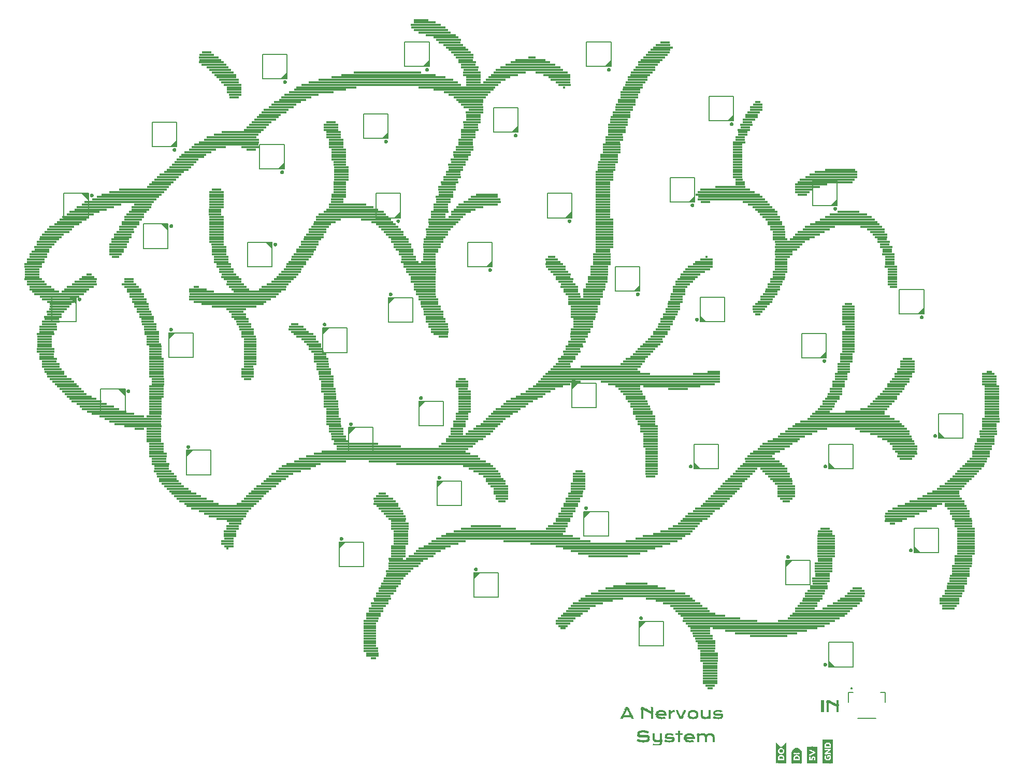
<source format=gto>
G04 EAGLE Gerber RS-274X export*
G75*
%MOMM*%
%FSLAX34Y34*%
%LPD*%
%INSilkscreen Top*%
%IPPOS*%
%AMOC8*
5,1,8,0,0,1.08239X$1,22.5*%
G01*
%ADD10C,0.203200*%
%ADD11C,0.304800*%
%ADD12R,2.440000X0.410000*%
%ADD13R,3.660000X0.410000*%
%ADD14R,4.890000X0.400000*%
%ADD15R,5.700000X0.410000*%
%ADD16R,5.300000X0.410000*%
%ADD17R,4.900000X0.400000*%
%ADD18R,4.070000X0.410000*%
%ADD19R,4.080000X0.410000*%
%ADD20R,3.670000X0.410000*%
%ADD21R,1.630000X0.410000*%
%ADD22R,3.260000X0.410000*%
%ADD23R,3.270000X0.400000*%
%ADD24R,3.260000X0.400000*%
%ADD25R,1.640000X0.410000*%
%ADD26R,2.850000X0.400000*%
%ADD27R,1.220000X0.400000*%
%ADD28R,3.670000X0.400000*%
%ADD29R,2.450000X0.410000*%
%ADD30R,4.890000X0.410000*%
%ADD31R,2.860000X0.410000*%
%ADD32R,6.530000X0.410000*%
%ADD33R,8.150000X0.410000*%
%ADD34R,3.270000X0.410000*%
%ADD35R,9.790000X0.400000*%
%ADD36R,11.000000X0.410000*%
%ADD37R,11.010000X0.410000*%
%ADD38R,2.850000X0.410000*%
%ADD39R,15.490000X0.410000*%
%ADD40R,4.490000X0.410000*%
%ADD41R,18.750000X0.400000*%
%ADD42R,2.440000X0.400000*%
%ADD43R,22.020000X0.410000*%
%ADD44R,24.460000X0.410000*%
%ADD45R,26.090000X0.410000*%
%ADD46R,2.040000X0.410000*%
%ADD47R,9.780000X0.410000*%
%ADD48R,12.640000X0.410000*%
%ADD49R,0.410000X0.410000*%
%ADD50R,2.450000X0.400000*%
%ADD51R,8.560000X0.400000*%
%ADD52R,9.780000X0.400000*%
%ADD53R,7.340000X0.410000*%
%ADD54R,7.740000X0.410000*%
%ADD55R,6.520000X0.410000*%
%ADD56R,4.490000X0.400000*%
%ADD57R,4.480000X0.400000*%
%ADD58R,2.860000X0.400000*%
%ADD59R,4.480000X0.410000*%
%ADD60R,0.820000X0.410000*%
%ADD61R,4.070000X0.400000*%
%ADD62R,2.040000X0.400000*%
%ADD63R,2.030000X0.410000*%
%ADD64R,1.630000X0.400000*%
%ADD65R,6.520000X0.400000*%
%ADD66R,8.970000X0.410000*%
%ADD67R,2.030000X0.400000*%
%ADD68R,10.600000X0.410000*%
%ADD69R,5.710000X0.410000*%
%ADD70R,6.930000X0.410000*%
%ADD71R,7.750000X0.400000*%
%ADD72R,8.560000X0.410000*%
%ADD73R,1.230000X0.410000*%
%ADD74R,5.300000X0.400000*%
%ADD75R,7.750000X0.410000*%
%ADD76R,9.370000X0.410000*%
%ADD77R,10.600000X0.400000*%
%ADD78R,10.190000X0.410000*%
%ADD79R,11.420000X0.410000*%
%ADD80R,6.110000X0.410000*%
%ADD81R,6.120000X0.400000*%
%ADD82R,7.330000X0.400000*%
%ADD83R,6.120000X0.410000*%
%ADD84R,11.820000X0.400000*%
%ADD85R,7.740000X0.400000*%
%ADD86R,4.900000X0.410000*%
%ADD87R,4.080000X0.400000*%
%ADD88R,3.660000X0.400000*%
%ADD89R,1.220000X0.410000*%
%ADD90R,14.670000X0.410000*%
%ADD91R,14.260000X0.410000*%
%ADD92R,13.450000X0.410000*%
%ADD93R,10.200000X0.410000*%
%ADD94R,7.330000X0.410000*%
%ADD95R,1.640000X0.400000*%
%ADD96R,15.080000X0.410000*%
%ADD97R,0.810000X0.410000*%
%ADD98R,17.120000X0.410000*%
%ADD99R,28.950000X0.400000*%
%ADD100R,29.350000X0.410000*%
%ADD101R,19.570000X0.410000*%
%ADD102R,17.530000X0.410000*%
%ADD103R,9.380000X0.400000*%
%ADD104R,6.110000X0.400000*%
%ADD105R,11.820000X0.410000*%
%ADD106R,13.050000X0.410000*%
%ADD107R,9.370000X0.400000*%
%ADD108R,14.270000X0.400000*%
%ADD109R,16.310000X0.410000*%
%ADD110R,18.340000X0.410000*%
%ADD111R,6.530000X0.400000*%
%ADD112R,21.600000X0.410000*%
%ADD113R,23.650000X0.400000*%
%ADD114R,25.680000X0.410000*%
%ADD115R,28.120000X0.410000*%
%ADD116R,29.760000X0.410000*%
%ADD117R,19.160000X0.400000*%
%ADD118R,5.710000X0.400000*%
%ADD119R,1.230000X0.400000*%
%ADD120R,9.790000X0.410000*%
%ADD121R,6.930000X0.400000*%
%ADD122R,19.160000X0.410000*%
%ADD123R,21.610000X0.400000*%
%ADD124R,23.650000X0.410000*%
%ADD125R,14.270000X0.410000*%
%ADD126R,22.820000X0.410000*%
%ADD127R,17.530000X0.400000*%
%ADD128R,15.090000X0.410000*%
%ADD129R,12.630000X0.410000*%
%ADD130R,8.960000X0.400000*%
%ADD131R,9.380000X0.410000*%
%ADD132R,12.230000X0.400000*%
%ADD133R,23.640000X0.410000*%
%ADD134R,22.420000X0.410000*%
%ADD135R,17.130000X0.410000*%
%ADD136R,13.450000X0.400000*%
%ADD137R,0.350000X0.070000*%
%ADD138R,0.490000X0.070000*%
%ADD139R,0.560000X0.070000*%
%ADD140R,0.420000X0.070000*%
%ADD141R,0.560000X0.080000*%
%ADD142R,0.700000X0.080000*%
%ADD143R,0.420000X0.080000*%
%ADD144R,0.630000X0.070000*%
%ADD145R,0.840000X0.070000*%
%ADD146R,0.700000X0.060000*%
%ADD147R,0.980000X0.060000*%
%ADD148R,0.420000X0.060000*%
%ADD149R,0.770000X0.080000*%
%ADD150R,1.120000X0.080000*%
%ADD151R,1.190000X0.070000*%
%ADD152R,0.700000X0.070000*%
%ADD153R,0.280000X0.070000*%
%ADD154R,0.770000X0.070000*%
%ADD155R,0.840000X0.060000*%
%ADD156R,1.050000X0.060000*%
%ADD157R,0.350000X0.060000*%
%ADD158R,1.120000X0.060000*%
%ADD159R,1.260000X0.080000*%
%ADD160R,0.980000X0.080000*%
%ADD161R,0.350000X0.080000*%
%ADD162R,1.330000X0.080000*%
%ADD163R,1.120000X0.070000*%
%ADD164R,1.400000X0.070000*%
%ADD165R,1.050000X0.070000*%
%ADD166R,1.330000X0.070000*%
%ADD167R,0.980000X0.070000*%
%ADD168R,1.540000X0.070000*%
%ADD169R,0.070000X0.070000*%
%ADD170R,1.750000X0.070000*%
%ADD171R,0.490000X0.080000*%
%ADD172R,1.820000X0.080000*%
%ADD173R,1.470000X0.080000*%
%ADD174R,1.820000X0.070000*%
%ADD175R,1.470000X0.070000*%
%ADD176R,1.680000X0.070000*%
%ADD177R,1.890000X0.070000*%
%ADD178R,0.210000X0.070000*%
%ADD179R,1.960000X0.070000*%
%ADD180R,0.490000X0.060000*%
%ADD181R,1.400000X0.060000*%
%ADD182R,0.630000X0.060000*%
%ADD183R,1.470000X0.060000*%
%ADD184R,1.540000X0.060000*%
%ADD185R,1.260000X0.070000*%
%ADD186R,0.770000X0.060000*%
%ADD187R,0.140000X0.070000*%
%ADD188R,1.680000X0.080000*%
%ADD189R,1.820000X0.060000*%
%ADD190R,0.630000X0.080000*%
%ADD191R,1.190000X0.060000*%
%ADD192R,1.330000X0.060000*%
%ADD193R,2.730000X0.070000*%
%ADD194R,2.800000X0.070000*%
%ADD195R,2.100000X0.070000*%
%ADD196R,2.030000X0.060000*%
%ADD197R,1.610000X0.060000*%
%ADD198R,0.560000X0.060000*%
%ADD199R,0.910000X0.060000*%
%ADD200R,0.040000X2.680000*%
%ADD201R,0.040000X1.320000*%
%ADD202R,0.040000X0.720000*%
%ADD203R,0.040000X0.560000*%
%ADD204R,0.040000X0.520000*%
%ADD205R,0.040000X0.160000*%
%ADD206R,0.040000X0.640000*%
%ADD207R,0.040000X0.480000*%
%ADD208R,0.040000X0.120000*%
%ADD209R,0.040000X0.440000*%
%ADD210R,0.040000X0.400000*%
%ADD211R,0.040000X0.200000*%
%ADD212R,0.040000X0.360000*%
%ADD213R,0.040000X0.320000*%
%ADD214R,0.040000X0.240000*%
%ADD215R,0.040000X0.600000*%
%ADD216R,0.040000X0.080000*%
%ADD217R,0.040000X0.680000*%
%ADD218R,0.040000X0.840000*%
%ADD219R,0.040000X0.880000*%
%ADD220R,0.040000X0.280000*%
%ADD221R,0.040000X0.760000*%
%ADD222R,0.040000X0.800000*%
%ADD223R,0.040000X3.880000*%
%ADD224R,0.040000X2.800000*%
%ADD225R,0.040000X0.040000*%
%ADD226R,0.040000X3.320000*%
%ADD227R,0.040000X3.280000*%
%ADD228R,0.040000X3.240000*%
%ADD229R,0.040000X3.200000*%
%ADD230R,0.040000X3.160000*%
%ADD231R,0.040000X3.120000*%
%ADD232R,0.040000X3.080000*%
%ADD233R,0.040000X1.880000*%
%ADD234R,0.040000X1.000000*%
%ADD235R,0.040000X1.920000*%
%ADD236R,0.040000X1.960000*%
%ADD237R,0.040000X2.040000*%
%ADD238R,0.040000X2.080000*%
%ADD239R,0.040000X2.120000*%
%ADD240R,0.040000X2.160000*%
%ADD241R,0.040000X2.200000*%
%ADD242R,0.040000X2.240000*%

G36*
X1004165Y1196877D02*
X1004165Y1196877D01*
X1004231Y1196879D01*
X1004274Y1196897D01*
X1004321Y1196905D01*
X1004378Y1196939D01*
X1004438Y1196964D01*
X1004473Y1196995D01*
X1004514Y1197020D01*
X1004556Y1197071D01*
X1004604Y1197115D01*
X1004626Y1197157D01*
X1004655Y1197194D01*
X1004676Y1197256D01*
X1004707Y1197315D01*
X1004715Y1197369D01*
X1004727Y1197406D01*
X1004726Y1197446D01*
X1004734Y1197500D01*
X1004734Y1207500D01*
X1004718Y1207588D01*
X1004709Y1207676D01*
X1004699Y1207697D01*
X1004695Y1207721D01*
X1004649Y1207798D01*
X1004610Y1207877D01*
X1004593Y1207894D01*
X1004580Y1207914D01*
X1004511Y1207970D01*
X1004447Y1208031D01*
X1004425Y1208040D01*
X1004406Y1208055D01*
X1004322Y1208084D01*
X1004240Y1208119D01*
X1004216Y1208120D01*
X1004194Y1208127D01*
X1004105Y1208125D01*
X1004016Y1208129D01*
X1003993Y1208121D01*
X1003969Y1208121D01*
X1003887Y1208087D01*
X1003802Y1208060D01*
X1003781Y1208044D01*
X1003762Y1208036D01*
X1003724Y1208002D01*
X1003652Y1207948D01*
X993652Y1197948D01*
X993601Y1197875D01*
X993545Y1197806D01*
X993537Y1197784D01*
X993523Y1197764D01*
X993501Y1197678D01*
X993473Y1197594D01*
X993473Y1197570D01*
X993468Y1197547D01*
X993477Y1197458D01*
X993479Y1197369D01*
X993488Y1197347D01*
X993491Y1197324D01*
X993530Y1197244D01*
X993564Y1197162D01*
X993580Y1197144D01*
X993590Y1197123D01*
X993655Y1197062D01*
X993715Y1196996D01*
X993736Y1196985D01*
X993753Y1196969D01*
X993835Y1196934D01*
X993915Y1196893D01*
X993941Y1196890D01*
X993960Y1196881D01*
X994010Y1196879D01*
X994100Y1196866D01*
X1004100Y1196866D01*
X1004165Y1196877D01*
G37*
G36*
X707165Y1196877D02*
X707165Y1196877D01*
X707231Y1196879D01*
X707274Y1196897D01*
X707321Y1196905D01*
X707378Y1196939D01*
X707438Y1196964D01*
X707473Y1196995D01*
X707514Y1197020D01*
X707556Y1197071D01*
X707604Y1197115D01*
X707626Y1197157D01*
X707655Y1197194D01*
X707676Y1197256D01*
X707707Y1197315D01*
X707715Y1197369D01*
X707727Y1197406D01*
X707726Y1197446D01*
X707734Y1197500D01*
X707734Y1207500D01*
X707718Y1207588D01*
X707709Y1207676D01*
X707699Y1207697D01*
X707695Y1207721D01*
X707649Y1207798D01*
X707610Y1207877D01*
X707593Y1207894D01*
X707580Y1207914D01*
X707511Y1207970D01*
X707447Y1208031D01*
X707425Y1208040D01*
X707406Y1208055D01*
X707322Y1208084D01*
X707240Y1208119D01*
X707216Y1208120D01*
X707194Y1208127D01*
X707105Y1208125D01*
X707016Y1208129D01*
X706993Y1208121D01*
X706969Y1208121D01*
X706887Y1208087D01*
X706802Y1208060D01*
X706781Y1208044D01*
X706762Y1208036D01*
X706724Y1208002D01*
X706652Y1207948D01*
X696652Y1197948D01*
X696601Y1197875D01*
X696545Y1197806D01*
X696537Y1197784D01*
X696523Y1197764D01*
X696501Y1197678D01*
X696473Y1197594D01*
X696473Y1197570D01*
X696468Y1197547D01*
X696477Y1197458D01*
X696479Y1197369D01*
X696488Y1197347D01*
X696491Y1197324D01*
X696530Y1197244D01*
X696564Y1197162D01*
X696580Y1197144D01*
X696590Y1197123D01*
X696655Y1197062D01*
X696715Y1196996D01*
X696736Y1196985D01*
X696753Y1196969D01*
X696835Y1196934D01*
X696915Y1196893D01*
X696941Y1196890D01*
X696960Y1196881D01*
X697010Y1196879D01*
X697100Y1196866D01*
X707100Y1196866D01*
X707165Y1196877D01*
G37*
G36*
X474765Y1176877D02*
X474765Y1176877D01*
X474831Y1176879D01*
X474874Y1176897D01*
X474921Y1176905D01*
X474978Y1176939D01*
X475038Y1176964D01*
X475073Y1176995D01*
X475114Y1177020D01*
X475156Y1177071D01*
X475204Y1177115D01*
X475226Y1177157D01*
X475255Y1177194D01*
X475276Y1177256D01*
X475307Y1177315D01*
X475315Y1177369D01*
X475327Y1177406D01*
X475326Y1177446D01*
X475334Y1177500D01*
X475334Y1187500D01*
X475318Y1187588D01*
X475309Y1187676D01*
X475299Y1187697D01*
X475295Y1187721D01*
X475249Y1187798D01*
X475210Y1187877D01*
X475193Y1187894D01*
X475180Y1187914D01*
X475111Y1187970D01*
X475047Y1188031D01*
X475025Y1188040D01*
X475006Y1188055D01*
X474922Y1188084D01*
X474840Y1188119D01*
X474816Y1188120D01*
X474794Y1188127D01*
X474705Y1188125D01*
X474616Y1188129D01*
X474593Y1188121D01*
X474569Y1188121D01*
X474487Y1188087D01*
X474402Y1188060D01*
X474381Y1188044D01*
X474362Y1188036D01*
X474324Y1188002D01*
X474252Y1187948D01*
X464252Y1177948D01*
X464201Y1177875D01*
X464145Y1177806D01*
X464137Y1177784D01*
X464123Y1177764D01*
X464101Y1177678D01*
X464073Y1177594D01*
X464073Y1177570D01*
X464068Y1177547D01*
X464077Y1177458D01*
X464079Y1177369D01*
X464088Y1177347D01*
X464091Y1177324D01*
X464130Y1177244D01*
X464164Y1177162D01*
X464180Y1177144D01*
X464190Y1177123D01*
X464255Y1177062D01*
X464315Y1176996D01*
X464336Y1176985D01*
X464353Y1176969D01*
X464435Y1176934D01*
X464515Y1176893D01*
X464541Y1176890D01*
X464560Y1176881D01*
X464610Y1176879D01*
X464700Y1176866D01*
X474700Y1176866D01*
X474765Y1176877D01*
G37*
G36*
X1204765Y1107977D02*
X1204765Y1107977D01*
X1204831Y1107979D01*
X1204874Y1107997D01*
X1204921Y1108005D01*
X1204978Y1108039D01*
X1205038Y1108064D01*
X1205073Y1108095D01*
X1205114Y1108120D01*
X1205156Y1108171D01*
X1205204Y1108215D01*
X1205226Y1108257D01*
X1205255Y1108294D01*
X1205276Y1108356D01*
X1205307Y1108415D01*
X1205315Y1108469D01*
X1205327Y1108506D01*
X1205326Y1108546D01*
X1205334Y1108600D01*
X1205334Y1118600D01*
X1205318Y1118688D01*
X1205309Y1118776D01*
X1205299Y1118797D01*
X1205295Y1118821D01*
X1205249Y1118898D01*
X1205210Y1118977D01*
X1205193Y1118994D01*
X1205180Y1119014D01*
X1205111Y1119070D01*
X1205047Y1119131D01*
X1205025Y1119140D01*
X1205006Y1119155D01*
X1204922Y1119184D01*
X1204840Y1119219D01*
X1204816Y1119220D01*
X1204794Y1119227D01*
X1204705Y1119225D01*
X1204616Y1119229D01*
X1204593Y1119221D01*
X1204569Y1119221D01*
X1204487Y1119187D01*
X1204402Y1119160D01*
X1204381Y1119144D01*
X1204362Y1119136D01*
X1204324Y1119102D01*
X1204252Y1119048D01*
X1194252Y1109048D01*
X1194201Y1108975D01*
X1194145Y1108906D01*
X1194137Y1108884D01*
X1194123Y1108864D01*
X1194101Y1108778D01*
X1194073Y1108694D01*
X1194073Y1108670D01*
X1194068Y1108647D01*
X1194077Y1108558D01*
X1194079Y1108469D01*
X1194088Y1108447D01*
X1194091Y1108424D01*
X1194130Y1108344D01*
X1194164Y1108262D01*
X1194180Y1108244D01*
X1194190Y1108223D01*
X1194255Y1108162D01*
X1194315Y1108096D01*
X1194336Y1108085D01*
X1194353Y1108069D01*
X1194435Y1108034D01*
X1194515Y1107993D01*
X1194541Y1107990D01*
X1194560Y1107981D01*
X1194610Y1107979D01*
X1194700Y1107966D01*
X1204700Y1107966D01*
X1204765Y1107977D01*
G37*
G36*
X851965Y1089377D02*
X851965Y1089377D01*
X852031Y1089379D01*
X852074Y1089397D01*
X852121Y1089405D01*
X852178Y1089439D01*
X852238Y1089464D01*
X852273Y1089495D01*
X852314Y1089520D01*
X852356Y1089571D01*
X852404Y1089615D01*
X852426Y1089657D01*
X852455Y1089694D01*
X852476Y1089756D01*
X852507Y1089815D01*
X852515Y1089869D01*
X852527Y1089906D01*
X852526Y1089946D01*
X852534Y1090000D01*
X852534Y1100000D01*
X852518Y1100088D01*
X852509Y1100176D01*
X852499Y1100197D01*
X852495Y1100221D01*
X852449Y1100298D01*
X852410Y1100377D01*
X852393Y1100394D01*
X852380Y1100414D01*
X852311Y1100470D01*
X852247Y1100531D01*
X852225Y1100540D01*
X852206Y1100555D01*
X852122Y1100584D01*
X852040Y1100619D01*
X852016Y1100620D01*
X851994Y1100627D01*
X851905Y1100625D01*
X851816Y1100629D01*
X851793Y1100621D01*
X851769Y1100621D01*
X851687Y1100587D01*
X851602Y1100560D01*
X851581Y1100544D01*
X851562Y1100536D01*
X851524Y1100502D01*
X851452Y1100448D01*
X841452Y1090448D01*
X841401Y1090375D01*
X841345Y1090306D01*
X841337Y1090284D01*
X841323Y1090264D01*
X841301Y1090178D01*
X841273Y1090094D01*
X841273Y1090070D01*
X841268Y1090047D01*
X841277Y1089958D01*
X841279Y1089869D01*
X841288Y1089847D01*
X841291Y1089824D01*
X841330Y1089744D01*
X841364Y1089662D01*
X841380Y1089644D01*
X841390Y1089623D01*
X841455Y1089562D01*
X841515Y1089496D01*
X841536Y1089485D01*
X841553Y1089469D01*
X841635Y1089434D01*
X841715Y1089393D01*
X841741Y1089390D01*
X841760Y1089381D01*
X841810Y1089379D01*
X841900Y1089366D01*
X851900Y1089366D01*
X851965Y1089377D01*
G37*
G36*
X640065Y1079377D02*
X640065Y1079377D01*
X640131Y1079379D01*
X640174Y1079397D01*
X640221Y1079405D01*
X640278Y1079439D01*
X640338Y1079464D01*
X640373Y1079495D01*
X640414Y1079520D01*
X640456Y1079571D01*
X640504Y1079615D01*
X640526Y1079657D01*
X640555Y1079694D01*
X640576Y1079756D01*
X640607Y1079815D01*
X640615Y1079869D01*
X640627Y1079906D01*
X640626Y1079946D01*
X640634Y1080000D01*
X640634Y1090000D01*
X640618Y1090088D01*
X640609Y1090176D01*
X640599Y1090197D01*
X640595Y1090221D01*
X640549Y1090298D01*
X640510Y1090377D01*
X640493Y1090394D01*
X640480Y1090414D01*
X640411Y1090470D01*
X640347Y1090531D01*
X640325Y1090540D01*
X640306Y1090555D01*
X640222Y1090584D01*
X640140Y1090619D01*
X640116Y1090620D01*
X640094Y1090627D01*
X640005Y1090625D01*
X639916Y1090629D01*
X639893Y1090621D01*
X639869Y1090621D01*
X639787Y1090587D01*
X639702Y1090560D01*
X639681Y1090544D01*
X639662Y1090536D01*
X639624Y1090502D01*
X639552Y1090448D01*
X629552Y1080448D01*
X629501Y1080375D01*
X629445Y1080306D01*
X629437Y1080284D01*
X629423Y1080264D01*
X629401Y1080178D01*
X629373Y1080094D01*
X629373Y1080070D01*
X629368Y1080047D01*
X629377Y1079958D01*
X629379Y1079869D01*
X629388Y1079847D01*
X629391Y1079824D01*
X629430Y1079744D01*
X629464Y1079662D01*
X629480Y1079644D01*
X629490Y1079623D01*
X629555Y1079562D01*
X629615Y1079496D01*
X629636Y1079485D01*
X629653Y1079469D01*
X629735Y1079434D01*
X629815Y1079393D01*
X629841Y1079390D01*
X629860Y1079381D01*
X629910Y1079379D01*
X630000Y1079366D01*
X640000Y1079366D01*
X640065Y1079377D01*
G37*
G36*
X294165Y1065777D02*
X294165Y1065777D01*
X294231Y1065779D01*
X294274Y1065797D01*
X294321Y1065805D01*
X294378Y1065839D01*
X294438Y1065864D01*
X294473Y1065895D01*
X294514Y1065920D01*
X294556Y1065971D01*
X294604Y1066015D01*
X294626Y1066057D01*
X294655Y1066094D01*
X294676Y1066156D01*
X294707Y1066215D01*
X294715Y1066269D01*
X294727Y1066306D01*
X294726Y1066346D01*
X294734Y1066400D01*
X294734Y1076400D01*
X294718Y1076488D01*
X294709Y1076576D01*
X294699Y1076597D01*
X294695Y1076621D01*
X294649Y1076698D01*
X294610Y1076777D01*
X294593Y1076794D01*
X294580Y1076814D01*
X294511Y1076870D01*
X294447Y1076931D01*
X294425Y1076940D01*
X294406Y1076955D01*
X294322Y1076984D01*
X294240Y1077019D01*
X294216Y1077020D01*
X294194Y1077027D01*
X294105Y1077025D01*
X294016Y1077029D01*
X293993Y1077021D01*
X293969Y1077021D01*
X293887Y1076987D01*
X293802Y1076960D01*
X293781Y1076944D01*
X293762Y1076936D01*
X293724Y1076902D01*
X293652Y1076848D01*
X283652Y1066848D01*
X283601Y1066775D01*
X283545Y1066706D01*
X283537Y1066684D01*
X283523Y1066664D01*
X283501Y1066578D01*
X283473Y1066494D01*
X283473Y1066470D01*
X283468Y1066447D01*
X283477Y1066358D01*
X283479Y1066269D01*
X283488Y1066247D01*
X283491Y1066224D01*
X283530Y1066144D01*
X283564Y1066062D01*
X283580Y1066044D01*
X283590Y1066023D01*
X283655Y1065962D01*
X283715Y1065896D01*
X283736Y1065885D01*
X283753Y1065869D01*
X283835Y1065834D01*
X283915Y1065793D01*
X283941Y1065790D01*
X283960Y1065781D01*
X284010Y1065779D01*
X284100Y1065766D01*
X294100Y1065766D01*
X294165Y1065777D01*
G37*
G36*
X470065Y1029377D02*
X470065Y1029377D01*
X470131Y1029379D01*
X470174Y1029397D01*
X470221Y1029405D01*
X470278Y1029439D01*
X470338Y1029464D01*
X470373Y1029495D01*
X470414Y1029520D01*
X470456Y1029571D01*
X470504Y1029615D01*
X470526Y1029657D01*
X470555Y1029694D01*
X470576Y1029756D01*
X470607Y1029815D01*
X470615Y1029869D01*
X470627Y1029906D01*
X470626Y1029946D01*
X470634Y1030000D01*
X470634Y1040000D01*
X470618Y1040088D01*
X470609Y1040176D01*
X470599Y1040197D01*
X470595Y1040221D01*
X470549Y1040298D01*
X470510Y1040377D01*
X470493Y1040394D01*
X470480Y1040414D01*
X470411Y1040470D01*
X470347Y1040531D01*
X470325Y1040540D01*
X470306Y1040555D01*
X470222Y1040584D01*
X470140Y1040619D01*
X470116Y1040620D01*
X470094Y1040627D01*
X470005Y1040625D01*
X469916Y1040629D01*
X469893Y1040621D01*
X469869Y1040621D01*
X469787Y1040587D01*
X469702Y1040560D01*
X469681Y1040544D01*
X469662Y1040536D01*
X469624Y1040502D01*
X469552Y1040448D01*
X459552Y1030448D01*
X459501Y1030375D01*
X459445Y1030306D01*
X459437Y1030284D01*
X459423Y1030264D01*
X459401Y1030178D01*
X459373Y1030094D01*
X459373Y1030070D01*
X459368Y1030047D01*
X459377Y1029958D01*
X459379Y1029869D01*
X459388Y1029847D01*
X459391Y1029824D01*
X459430Y1029744D01*
X459464Y1029662D01*
X459480Y1029644D01*
X459490Y1029623D01*
X459555Y1029562D01*
X459615Y1029496D01*
X459636Y1029485D01*
X459653Y1029469D01*
X459735Y1029434D01*
X459815Y1029393D01*
X459841Y1029390D01*
X459860Y1029381D01*
X459910Y1029379D01*
X460000Y1029366D01*
X470000Y1029366D01*
X470065Y1029377D01*
G37*
G36*
X150042Y979377D02*
X150042Y979377D01*
X150131Y979379D01*
X150153Y979388D01*
X150176Y979391D01*
X150256Y979430D01*
X150338Y979464D01*
X150356Y979480D01*
X150377Y979490D01*
X150438Y979555D01*
X150504Y979615D01*
X150515Y979636D01*
X150531Y979653D01*
X150566Y979735D01*
X150607Y979815D01*
X150610Y979841D01*
X150619Y979860D01*
X150621Y979910D01*
X150634Y980000D01*
X150634Y990000D01*
X150623Y990065D01*
X150621Y990131D01*
X150603Y990174D01*
X150595Y990221D01*
X150561Y990278D01*
X150536Y990338D01*
X150505Y990373D01*
X150480Y990414D01*
X150429Y990456D01*
X150385Y990504D01*
X150343Y990526D01*
X150306Y990555D01*
X150244Y990576D01*
X150185Y990607D01*
X150131Y990615D01*
X150094Y990627D01*
X150054Y990626D01*
X150000Y990634D01*
X140000Y990634D01*
X139912Y990618D01*
X139824Y990609D01*
X139803Y990599D01*
X139779Y990595D01*
X139702Y990549D01*
X139623Y990510D01*
X139606Y990493D01*
X139586Y990480D01*
X139530Y990411D01*
X139469Y990347D01*
X139460Y990325D01*
X139445Y990306D01*
X139416Y990222D01*
X139381Y990140D01*
X139380Y990116D01*
X139373Y990094D01*
X139375Y990005D01*
X139371Y989916D01*
X139379Y989893D01*
X139379Y989869D01*
X139413Y989787D01*
X139440Y989702D01*
X139456Y989681D01*
X139464Y989662D01*
X139498Y989624D01*
X139552Y989552D01*
X149552Y979552D01*
X149625Y979501D01*
X149694Y979445D01*
X149716Y979437D01*
X149736Y979423D01*
X149822Y979401D01*
X149906Y979373D01*
X149930Y979373D01*
X149953Y979368D01*
X150042Y979377D01*
G37*
G36*
X1140965Y975077D02*
X1140965Y975077D01*
X1141031Y975079D01*
X1141074Y975097D01*
X1141121Y975105D01*
X1141178Y975139D01*
X1141238Y975164D01*
X1141273Y975195D01*
X1141314Y975220D01*
X1141356Y975271D01*
X1141404Y975315D01*
X1141426Y975357D01*
X1141455Y975394D01*
X1141476Y975456D01*
X1141507Y975515D01*
X1141515Y975569D01*
X1141527Y975606D01*
X1141526Y975646D01*
X1141534Y975700D01*
X1141534Y985700D01*
X1141518Y985788D01*
X1141509Y985876D01*
X1141499Y985897D01*
X1141495Y985921D01*
X1141449Y985998D01*
X1141410Y986077D01*
X1141393Y986094D01*
X1141380Y986114D01*
X1141311Y986170D01*
X1141247Y986231D01*
X1141225Y986240D01*
X1141206Y986255D01*
X1141122Y986284D01*
X1141040Y986319D01*
X1141016Y986320D01*
X1140994Y986327D01*
X1140905Y986325D01*
X1140816Y986329D01*
X1140793Y986321D01*
X1140769Y986321D01*
X1140687Y986287D01*
X1140602Y986260D01*
X1140581Y986244D01*
X1140562Y986236D01*
X1140524Y986202D01*
X1140452Y986148D01*
X1130452Y976148D01*
X1130401Y976075D01*
X1130345Y976006D01*
X1130337Y975984D01*
X1130323Y975964D01*
X1130301Y975878D01*
X1130273Y975794D01*
X1130273Y975770D01*
X1130268Y975747D01*
X1130277Y975658D01*
X1130279Y975569D01*
X1130288Y975547D01*
X1130291Y975524D01*
X1130330Y975444D01*
X1130364Y975362D01*
X1130380Y975344D01*
X1130390Y975323D01*
X1130455Y975262D01*
X1130515Y975196D01*
X1130536Y975185D01*
X1130553Y975169D01*
X1130635Y975134D01*
X1130715Y975093D01*
X1130741Y975090D01*
X1130760Y975081D01*
X1130810Y975079D01*
X1130900Y975066D01*
X1140900Y975066D01*
X1140965Y975077D01*
G37*
G36*
X1373965Y969677D02*
X1373965Y969677D01*
X1374031Y969679D01*
X1374074Y969697D01*
X1374121Y969705D01*
X1374178Y969739D01*
X1374238Y969764D01*
X1374273Y969795D01*
X1374314Y969820D01*
X1374356Y969871D01*
X1374404Y969915D01*
X1374426Y969957D01*
X1374455Y969994D01*
X1374476Y970056D01*
X1374507Y970115D01*
X1374515Y970169D01*
X1374527Y970206D01*
X1374526Y970246D01*
X1374534Y970300D01*
X1374534Y980300D01*
X1374518Y980388D01*
X1374509Y980476D01*
X1374499Y980497D01*
X1374495Y980521D01*
X1374449Y980598D01*
X1374410Y980677D01*
X1374393Y980694D01*
X1374380Y980714D01*
X1374311Y980770D01*
X1374247Y980831D01*
X1374225Y980840D01*
X1374206Y980855D01*
X1374122Y980884D01*
X1374040Y980919D01*
X1374016Y980920D01*
X1373994Y980927D01*
X1373905Y980925D01*
X1373816Y980929D01*
X1373793Y980921D01*
X1373769Y980921D01*
X1373687Y980887D01*
X1373602Y980860D01*
X1373581Y980844D01*
X1373562Y980836D01*
X1373524Y980802D01*
X1373452Y980748D01*
X1363452Y970748D01*
X1363401Y970675D01*
X1363345Y970606D01*
X1363337Y970584D01*
X1363323Y970564D01*
X1363301Y970478D01*
X1363273Y970394D01*
X1363273Y970370D01*
X1363268Y970347D01*
X1363277Y970258D01*
X1363279Y970169D01*
X1363288Y970147D01*
X1363291Y970124D01*
X1363330Y970044D01*
X1363364Y969962D01*
X1363380Y969944D01*
X1363390Y969923D01*
X1363455Y969862D01*
X1363515Y969796D01*
X1363536Y969785D01*
X1363553Y969769D01*
X1363635Y969734D01*
X1363715Y969693D01*
X1363741Y969690D01*
X1363760Y969681D01*
X1363810Y969679D01*
X1363900Y969666D01*
X1373900Y969666D01*
X1373965Y969677D01*
G37*
G36*
X940065Y949377D02*
X940065Y949377D01*
X940131Y949379D01*
X940174Y949397D01*
X940221Y949405D01*
X940278Y949439D01*
X940338Y949464D01*
X940373Y949495D01*
X940414Y949520D01*
X940456Y949571D01*
X940504Y949615D01*
X940526Y949657D01*
X940555Y949694D01*
X940576Y949756D01*
X940607Y949815D01*
X940615Y949869D01*
X940627Y949906D01*
X940626Y949946D01*
X940634Y950000D01*
X940634Y960000D01*
X940618Y960088D01*
X940609Y960176D01*
X940599Y960197D01*
X940595Y960221D01*
X940549Y960298D01*
X940510Y960377D01*
X940493Y960394D01*
X940480Y960414D01*
X940411Y960470D01*
X940347Y960531D01*
X940325Y960540D01*
X940306Y960555D01*
X940222Y960584D01*
X940140Y960619D01*
X940116Y960620D01*
X940094Y960627D01*
X940005Y960625D01*
X939916Y960629D01*
X939893Y960621D01*
X939869Y960621D01*
X939787Y960587D01*
X939702Y960560D01*
X939681Y960544D01*
X939662Y960536D01*
X939624Y960502D01*
X939552Y960448D01*
X929552Y950448D01*
X929501Y950375D01*
X929445Y950306D01*
X929437Y950284D01*
X929423Y950264D01*
X929401Y950178D01*
X929373Y950094D01*
X929373Y950070D01*
X929368Y950047D01*
X929377Y949958D01*
X929379Y949869D01*
X929388Y949847D01*
X929391Y949824D01*
X929430Y949744D01*
X929464Y949662D01*
X929480Y949644D01*
X929490Y949623D01*
X929555Y949562D01*
X929615Y949496D01*
X929636Y949485D01*
X929653Y949469D01*
X929735Y949434D01*
X929815Y949393D01*
X929841Y949390D01*
X929860Y949381D01*
X929910Y949379D01*
X930000Y949366D01*
X940000Y949366D01*
X940065Y949377D01*
G37*
G36*
X660065Y949377D02*
X660065Y949377D01*
X660131Y949379D01*
X660174Y949397D01*
X660221Y949405D01*
X660278Y949439D01*
X660338Y949464D01*
X660373Y949495D01*
X660414Y949520D01*
X660456Y949571D01*
X660504Y949615D01*
X660526Y949657D01*
X660555Y949694D01*
X660576Y949756D01*
X660607Y949815D01*
X660615Y949869D01*
X660627Y949906D01*
X660626Y949946D01*
X660634Y950000D01*
X660634Y960000D01*
X660618Y960088D01*
X660609Y960176D01*
X660599Y960197D01*
X660595Y960221D01*
X660549Y960298D01*
X660510Y960377D01*
X660493Y960394D01*
X660480Y960414D01*
X660411Y960470D01*
X660347Y960531D01*
X660325Y960540D01*
X660306Y960555D01*
X660222Y960584D01*
X660140Y960619D01*
X660116Y960620D01*
X660094Y960627D01*
X660005Y960625D01*
X659916Y960629D01*
X659893Y960621D01*
X659869Y960621D01*
X659787Y960587D01*
X659702Y960560D01*
X659681Y960544D01*
X659662Y960536D01*
X659624Y960502D01*
X659552Y960448D01*
X649552Y950448D01*
X649501Y950375D01*
X649445Y950306D01*
X649437Y950284D01*
X649423Y950264D01*
X649401Y950178D01*
X649373Y950094D01*
X649373Y950070D01*
X649368Y950047D01*
X649377Y949958D01*
X649379Y949869D01*
X649388Y949847D01*
X649391Y949824D01*
X649430Y949744D01*
X649464Y949662D01*
X649480Y949644D01*
X649490Y949623D01*
X649555Y949562D01*
X649615Y949496D01*
X649636Y949485D01*
X649653Y949469D01*
X649735Y949434D01*
X649815Y949393D01*
X649841Y949390D01*
X649860Y949381D01*
X649910Y949379D01*
X650000Y949366D01*
X660000Y949366D01*
X660065Y949377D01*
G37*
G36*
X280042Y929377D02*
X280042Y929377D01*
X280131Y929379D01*
X280153Y929388D01*
X280176Y929391D01*
X280256Y929430D01*
X280338Y929464D01*
X280356Y929480D01*
X280377Y929490D01*
X280438Y929555D01*
X280504Y929615D01*
X280515Y929636D01*
X280531Y929653D01*
X280566Y929735D01*
X280607Y929815D01*
X280610Y929841D01*
X280619Y929860D01*
X280621Y929910D01*
X280634Y930000D01*
X280634Y940000D01*
X280623Y940065D01*
X280621Y940131D01*
X280603Y940174D01*
X280595Y940221D01*
X280561Y940278D01*
X280536Y940338D01*
X280505Y940373D01*
X280480Y940414D01*
X280429Y940456D01*
X280385Y940504D01*
X280343Y940526D01*
X280306Y940555D01*
X280244Y940576D01*
X280185Y940607D01*
X280131Y940615D01*
X280094Y940627D01*
X280054Y940626D01*
X280000Y940634D01*
X270000Y940634D01*
X269912Y940618D01*
X269824Y940609D01*
X269803Y940599D01*
X269779Y940595D01*
X269702Y940549D01*
X269623Y940510D01*
X269606Y940493D01*
X269586Y940480D01*
X269530Y940411D01*
X269469Y940347D01*
X269460Y940325D01*
X269445Y940306D01*
X269416Y940222D01*
X269381Y940140D01*
X269380Y940116D01*
X269373Y940094D01*
X269375Y940005D01*
X269371Y939916D01*
X269379Y939893D01*
X269379Y939869D01*
X269413Y939787D01*
X269440Y939702D01*
X269456Y939681D01*
X269464Y939662D01*
X269498Y939624D01*
X269552Y939552D01*
X279552Y929552D01*
X279625Y929501D01*
X279694Y929445D01*
X279716Y929437D01*
X279736Y929423D01*
X279822Y929401D01*
X279906Y929373D01*
X279930Y929373D01*
X279953Y929368D01*
X280042Y929377D01*
G37*
G36*
X450042Y899377D02*
X450042Y899377D01*
X450131Y899379D01*
X450153Y899388D01*
X450176Y899391D01*
X450256Y899430D01*
X450338Y899464D01*
X450356Y899480D01*
X450377Y899490D01*
X450438Y899555D01*
X450504Y899615D01*
X450515Y899636D01*
X450531Y899653D01*
X450566Y899735D01*
X450607Y899815D01*
X450610Y899841D01*
X450619Y899860D01*
X450621Y899910D01*
X450634Y900000D01*
X450634Y910000D01*
X450623Y910065D01*
X450621Y910131D01*
X450603Y910174D01*
X450595Y910221D01*
X450561Y910278D01*
X450536Y910338D01*
X450505Y910373D01*
X450480Y910414D01*
X450429Y910456D01*
X450385Y910504D01*
X450343Y910526D01*
X450306Y910555D01*
X450244Y910576D01*
X450185Y910607D01*
X450131Y910615D01*
X450094Y910627D01*
X450054Y910626D01*
X450000Y910634D01*
X440000Y910634D01*
X439912Y910618D01*
X439824Y910609D01*
X439803Y910599D01*
X439779Y910595D01*
X439702Y910549D01*
X439623Y910510D01*
X439606Y910493D01*
X439586Y910480D01*
X439530Y910411D01*
X439469Y910347D01*
X439460Y910325D01*
X439445Y910306D01*
X439416Y910222D01*
X439381Y910140D01*
X439380Y910116D01*
X439373Y910094D01*
X439375Y910005D01*
X439371Y909916D01*
X439379Y909893D01*
X439379Y909869D01*
X439413Y909787D01*
X439440Y909702D01*
X439456Y909681D01*
X439464Y909662D01*
X439498Y909624D01*
X439552Y909552D01*
X449552Y899552D01*
X449625Y899501D01*
X449694Y899445D01*
X449716Y899437D01*
X449736Y899423D01*
X449822Y899401D01*
X449906Y899373D01*
X449930Y899373D01*
X449953Y899368D01*
X450042Y899377D01*
G37*
G36*
X810065Y869377D02*
X810065Y869377D01*
X810131Y869379D01*
X810174Y869397D01*
X810221Y869405D01*
X810278Y869439D01*
X810338Y869464D01*
X810373Y869495D01*
X810414Y869520D01*
X810456Y869571D01*
X810504Y869615D01*
X810526Y869657D01*
X810555Y869694D01*
X810576Y869756D01*
X810607Y869815D01*
X810615Y869869D01*
X810627Y869906D01*
X810626Y869946D01*
X810634Y870000D01*
X810634Y880000D01*
X810618Y880088D01*
X810609Y880176D01*
X810599Y880197D01*
X810595Y880221D01*
X810549Y880298D01*
X810510Y880377D01*
X810493Y880394D01*
X810480Y880414D01*
X810411Y880470D01*
X810347Y880531D01*
X810325Y880540D01*
X810306Y880555D01*
X810222Y880584D01*
X810140Y880619D01*
X810116Y880620D01*
X810094Y880627D01*
X810005Y880625D01*
X809916Y880629D01*
X809893Y880621D01*
X809869Y880621D01*
X809787Y880587D01*
X809702Y880560D01*
X809681Y880544D01*
X809662Y880536D01*
X809624Y880502D01*
X809552Y880448D01*
X799552Y870448D01*
X799501Y870375D01*
X799445Y870306D01*
X799437Y870284D01*
X799423Y870264D01*
X799401Y870178D01*
X799373Y870094D01*
X799373Y870070D01*
X799368Y870047D01*
X799377Y869958D01*
X799379Y869869D01*
X799388Y869847D01*
X799391Y869824D01*
X799430Y869744D01*
X799464Y869662D01*
X799480Y869644D01*
X799490Y869623D01*
X799555Y869562D01*
X799615Y869496D01*
X799636Y869485D01*
X799653Y869469D01*
X799735Y869434D01*
X799815Y869393D01*
X799841Y869390D01*
X799860Y869381D01*
X799910Y869379D01*
X800000Y869366D01*
X810000Y869366D01*
X810065Y869377D01*
G37*
G36*
X1051565Y829677D02*
X1051565Y829677D01*
X1051631Y829679D01*
X1051674Y829697D01*
X1051721Y829705D01*
X1051778Y829739D01*
X1051838Y829764D01*
X1051873Y829795D01*
X1051914Y829820D01*
X1051956Y829871D01*
X1052004Y829915D01*
X1052026Y829957D01*
X1052055Y829994D01*
X1052076Y830056D01*
X1052107Y830115D01*
X1052115Y830169D01*
X1052127Y830206D01*
X1052126Y830246D01*
X1052134Y830300D01*
X1052134Y840300D01*
X1052118Y840388D01*
X1052109Y840476D01*
X1052099Y840497D01*
X1052095Y840521D01*
X1052049Y840598D01*
X1052010Y840677D01*
X1051993Y840694D01*
X1051980Y840714D01*
X1051911Y840770D01*
X1051847Y840831D01*
X1051825Y840840D01*
X1051806Y840855D01*
X1051722Y840884D01*
X1051640Y840919D01*
X1051616Y840920D01*
X1051594Y840927D01*
X1051505Y840925D01*
X1051416Y840929D01*
X1051393Y840921D01*
X1051369Y840921D01*
X1051287Y840887D01*
X1051202Y840860D01*
X1051181Y840844D01*
X1051162Y840836D01*
X1051124Y840802D01*
X1051052Y840748D01*
X1041052Y830748D01*
X1041001Y830675D01*
X1040945Y830606D01*
X1040937Y830584D01*
X1040923Y830564D01*
X1040901Y830478D01*
X1040873Y830394D01*
X1040873Y830370D01*
X1040868Y830347D01*
X1040877Y830258D01*
X1040879Y830169D01*
X1040888Y830147D01*
X1040891Y830124D01*
X1040930Y830044D01*
X1040964Y829962D01*
X1040980Y829944D01*
X1040990Y829923D01*
X1041055Y829862D01*
X1041115Y829796D01*
X1041136Y829785D01*
X1041153Y829769D01*
X1041235Y829734D01*
X1041315Y829693D01*
X1041341Y829690D01*
X1041360Y829681D01*
X1041410Y829679D01*
X1041500Y829666D01*
X1051500Y829666D01*
X1051565Y829677D01*
G37*
G36*
X130042Y809377D02*
X130042Y809377D01*
X130131Y809379D01*
X130153Y809388D01*
X130176Y809391D01*
X130256Y809430D01*
X130338Y809464D01*
X130356Y809480D01*
X130377Y809490D01*
X130438Y809555D01*
X130504Y809615D01*
X130515Y809636D01*
X130531Y809653D01*
X130566Y809735D01*
X130607Y809815D01*
X130610Y809841D01*
X130619Y809860D01*
X130621Y809910D01*
X130634Y810000D01*
X130634Y820000D01*
X130623Y820065D01*
X130621Y820131D01*
X130603Y820174D01*
X130595Y820221D01*
X130561Y820278D01*
X130536Y820338D01*
X130505Y820373D01*
X130480Y820414D01*
X130429Y820456D01*
X130385Y820504D01*
X130343Y820526D01*
X130306Y820555D01*
X130244Y820576D01*
X130185Y820607D01*
X130131Y820615D01*
X130094Y820627D01*
X130054Y820626D01*
X130000Y820634D01*
X120000Y820634D01*
X119912Y820618D01*
X119824Y820609D01*
X119803Y820599D01*
X119779Y820595D01*
X119702Y820549D01*
X119623Y820510D01*
X119606Y820493D01*
X119586Y820480D01*
X119530Y820411D01*
X119469Y820347D01*
X119460Y820325D01*
X119445Y820306D01*
X119416Y820222D01*
X119381Y820140D01*
X119380Y820116D01*
X119373Y820094D01*
X119375Y820005D01*
X119371Y819916D01*
X119379Y819893D01*
X119379Y819869D01*
X119413Y819787D01*
X119440Y819702D01*
X119456Y819681D01*
X119464Y819662D01*
X119498Y819624D01*
X119552Y819552D01*
X129552Y809552D01*
X129625Y809501D01*
X129694Y809445D01*
X129716Y809437D01*
X129736Y809423D01*
X129822Y809401D01*
X129906Y809373D01*
X129930Y809373D01*
X129953Y809368D01*
X130042Y809377D01*
G37*
G36*
X640607Y809079D02*
X640607Y809079D01*
X640631Y809079D01*
X640713Y809113D01*
X640798Y809140D01*
X640819Y809156D01*
X640838Y809164D01*
X640876Y809198D01*
X640948Y809252D01*
X650948Y819252D01*
X650999Y819325D01*
X651055Y819394D01*
X651063Y819416D01*
X651077Y819436D01*
X651099Y819522D01*
X651127Y819606D01*
X651127Y819630D01*
X651133Y819653D01*
X651123Y819742D01*
X651121Y819831D01*
X651112Y819853D01*
X651109Y819876D01*
X651070Y819956D01*
X651036Y820038D01*
X651020Y820056D01*
X651010Y820077D01*
X650945Y820138D01*
X650885Y820204D01*
X650864Y820215D01*
X650847Y820231D01*
X650765Y820266D01*
X650685Y820307D01*
X650659Y820310D01*
X650640Y820319D01*
X650590Y820321D01*
X650500Y820334D01*
X640500Y820334D01*
X640435Y820323D01*
X640369Y820321D01*
X640326Y820303D01*
X640279Y820295D01*
X640222Y820261D01*
X640162Y820236D01*
X640127Y820205D01*
X640086Y820180D01*
X640045Y820129D01*
X639996Y820085D01*
X639974Y820043D01*
X639945Y820006D01*
X639924Y819944D01*
X639893Y819885D01*
X639885Y819831D01*
X639873Y819794D01*
X639874Y819754D01*
X639866Y819700D01*
X639866Y809700D01*
X639882Y809612D01*
X639891Y809524D01*
X639901Y809503D01*
X639905Y809479D01*
X639951Y809402D01*
X639990Y809323D01*
X640007Y809306D01*
X640020Y809286D01*
X640089Y809230D01*
X640153Y809169D01*
X640175Y809160D01*
X640194Y809145D01*
X640278Y809116D01*
X640360Y809081D01*
X640384Y809080D01*
X640406Y809073D01*
X640495Y809075D01*
X640584Y809071D01*
X640607Y809079D01*
G37*
G36*
X1515565Y792177D02*
X1515565Y792177D01*
X1515631Y792179D01*
X1515674Y792197D01*
X1515721Y792205D01*
X1515778Y792239D01*
X1515838Y792264D01*
X1515873Y792295D01*
X1515914Y792320D01*
X1515956Y792371D01*
X1516004Y792415D01*
X1516026Y792457D01*
X1516055Y792494D01*
X1516076Y792556D01*
X1516107Y792615D01*
X1516115Y792669D01*
X1516127Y792706D01*
X1516126Y792746D01*
X1516134Y792800D01*
X1516134Y802800D01*
X1516118Y802888D01*
X1516109Y802976D01*
X1516099Y802997D01*
X1516095Y803021D01*
X1516049Y803098D01*
X1516010Y803177D01*
X1515993Y803194D01*
X1515980Y803214D01*
X1515911Y803270D01*
X1515847Y803331D01*
X1515825Y803340D01*
X1515806Y803355D01*
X1515722Y803384D01*
X1515640Y803419D01*
X1515616Y803420D01*
X1515594Y803427D01*
X1515505Y803425D01*
X1515416Y803429D01*
X1515393Y803421D01*
X1515369Y803421D01*
X1515287Y803387D01*
X1515202Y803360D01*
X1515181Y803344D01*
X1515162Y803336D01*
X1515124Y803302D01*
X1515052Y803248D01*
X1505052Y793248D01*
X1505001Y793175D01*
X1504945Y793106D01*
X1504937Y793084D01*
X1504923Y793064D01*
X1504901Y792978D01*
X1504873Y792894D01*
X1504873Y792870D01*
X1504868Y792847D01*
X1504877Y792758D01*
X1504879Y792669D01*
X1504888Y792647D01*
X1504891Y792624D01*
X1504930Y792544D01*
X1504964Y792462D01*
X1504980Y792444D01*
X1504990Y792423D01*
X1505055Y792362D01*
X1505115Y792296D01*
X1505136Y792285D01*
X1505153Y792269D01*
X1505235Y792234D01*
X1505315Y792193D01*
X1505341Y792190D01*
X1505360Y792181D01*
X1505410Y792179D01*
X1505500Y792166D01*
X1515500Y792166D01*
X1515565Y792177D01*
G37*
G36*
X1160088Y779382D02*
X1160088Y779382D01*
X1160176Y779391D01*
X1160197Y779401D01*
X1160221Y779405D01*
X1160298Y779451D01*
X1160377Y779490D01*
X1160394Y779507D01*
X1160414Y779520D01*
X1160470Y779589D01*
X1160531Y779653D01*
X1160540Y779675D01*
X1160555Y779694D01*
X1160584Y779778D01*
X1160619Y779860D01*
X1160620Y779884D01*
X1160627Y779906D01*
X1160625Y779995D01*
X1160629Y780084D01*
X1160621Y780107D01*
X1160621Y780131D01*
X1160587Y780213D01*
X1160560Y780298D01*
X1160544Y780319D01*
X1160536Y780338D01*
X1160502Y780376D01*
X1160448Y780448D01*
X1150448Y790448D01*
X1150375Y790499D01*
X1150306Y790555D01*
X1150284Y790563D01*
X1150264Y790577D01*
X1150178Y790599D01*
X1150094Y790627D01*
X1150070Y790627D01*
X1150047Y790633D01*
X1149958Y790623D01*
X1149869Y790621D01*
X1149847Y790612D01*
X1149824Y790609D01*
X1149744Y790570D01*
X1149662Y790536D01*
X1149644Y790520D01*
X1149623Y790510D01*
X1149562Y790445D01*
X1149496Y790385D01*
X1149485Y790364D01*
X1149469Y790347D01*
X1149434Y790265D01*
X1149393Y790185D01*
X1149390Y790159D01*
X1149381Y790140D01*
X1149379Y790090D01*
X1149366Y790000D01*
X1149366Y780000D01*
X1149377Y779935D01*
X1149379Y779869D01*
X1149397Y779826D01*
X1149405Y779779D01*
X1149439Y779722D01*
X1149464Y779662D01*
X1149495Y779627D01*
X1149520Y779586D01*
X1149571Y779545D01*
X1149615Y779496D01*
X1149657Y779474D01*
X1149694Y779445D01*
X1149756Y779424D01*
X1149815Y779393D01*
X1149869Y779385D01*
X1149906Y779373D01*
X1149946Y779374D01*
X1150000Y779366D01*
X1160000Y779366D01*
X1160088Y779382D01*
G37*
G36*
X532807Y759379D02*
X532807Y759379D01*
X532831Y759379D01*
X532913Y759413D01*
X532998Y759440D01*
X533019Y759456D01*
X533038Y759464D01*
X533076Y759498D01*
X533148Y759552D01*
X543148Y769552D01*
X543199Y769625D01*
X543255Y769694D01*
X543263Y769716D01*
X543277Y769736D01*
X543299Y769822D01*
X543327Y769906D01*
X543327Y769930D01*
X543333Y769953D01*
X543323Y770042D01*
X543321Y770131D01*
X543312Y770153D01*
X543309Y770176D01*
X543270Y770256D01*
X543236Y770338D01*
X543220Y770356D01*
X543210Y770377D01*
X543145Y770438D01*
X543085Y770504D01*
X543064Y770515D01*
X543047Y770531D01*
X542965Y770566D01*
X542885Y770607D01*
X542859Y770610D01*
X542840Y770619D01*
X542790Y770621D01*
X542700Y770634D01*
X532700Y770634D01*
X532635Y770623D01*
X532569Y770621D01*
X532526Y770603D01*
X532479Y770595D01*
X532422Y770561D01*
X532362Y770536D01*
X532327Y770505D01*
X532286Y770480D01*
X532245Y770429D01*
X532196Y770385D01*
X532174Y770343D01*
X532145Y770306D01*
X532124Y770244D01*
X532093Y770185D01*
X532085Y770131D01*
X532073Y770094D01*
X532074Y770054D01*
X532066Y770000D01*
X532066Y760000D01*
X532082Y759912D01*
X532091Y759824D01*
X532101Y759803D01*
X532105Y759779D01*
X532151Y759702D01*
X532190Y759623D01*
X532207Y759606D01*
X532220Y759586D01*
X532289Y759530D01*
X532353Y759469D01*
X532375Y759460D01*
X532394Y759445D01*
X532478Y759416D01*
X532560Y759381D01*
X532584Y759380D01*
X532606Y759373D01*
X532695Y759375D01*
X532784Y759371D01*
X532807Y759379D01*
G37*
G36*
X281507Y751179D02*
X281507Y751179D01*
X281531Y751179D01*
X281613Y751213D01*
X281698Y751240D01*
X281719Y751256D01*
X281738Y751264D01*
X281776Y751298D01*
X281848Y751352D01*
X291848Y761352D01*
X291899Y761425D01*
X291955Y761494D01*
X291963Y761516D01*
X291977Y761536D01*
X291999Y761622D01*
X292027Y761706D01*
X292027Y761730D01*
X292033Y761753D01*
X292023Y761842D01*
X292021Y761931D01*
X292012Y761953D01*
X292009Y761976D01*
X291970Y762056D01*
X291936Y762138D01*
X291920Y762156D01*
X291910Y762177D01*
X291845Y762238D01*
X291785Y762304D01*
X291764Y762315D01*
X291747Y762331D01*
X291665Y762366D01*
X291585Y762407D01*
X291559Y762410D01*
X291540Y762419D01*
X291490Y762421D01*
X291400Y762434D01*
X281400Y762434D01*
X281335Y762423D01*
X281269Y762421D01*
X281226Y762403D01*
X281179Y762395D01*
X281122Y762361D01*
X281062Y762336D01*
X281027Y762305D01*
X280986Y762280D01*
X280945Y762229D01*
X280896Y762185D01*
X280874Y762143D01*
X280845Y762106D01*
X280824Y762044D01*
X280793Y761985D01*
X280785Y761931D01*
X280773Y761894D01*
X280774Y761854D01*
X280766Y761800D01*
X280766Y751800D01*
X280782Y751712D01*
X280791Y751624D01*
X280801Y751603D01*
X280805Y751579D01*
X280851Y751502D01*
X280890Y751423D01*
X280907Y751406D01*
X280920Y751386D01*
X280989Y751330D01*
X281053Y751269D01*
X281075Y751260D01*
X281094Y751245D01*
X281178Y751216D01*
X281260Y751181D01*
X281284Y751180D01*
X281306Y751173D01*
X281395Y751175D01*
X281484Y751171D01*
X281507Y751179D01*
G37*
G36*
X1356365Y720577D02*
X1356365Y720577D01*
X1356431Y720579D01*
X1356474Y720597D01*
X1356521Y720605D01*
X1356578Y720639D01*
X1356638Y720664D01*
X1356673Y720695D01*
X1356714Y720720D01*
X1356756Y720771D01*
X1356804Y720815D01*
X1356826Y720857D01*
X1356855Y720894D01*
X1356876Y720956D01*
X1356907Y721015D01*
X1356915Y721069D01*
X1356927Y721106D01*
X1356926Y721146D01*
X1356934Y721200D01*
X1356934Y731200D01*
X1356918Y731288D01*
X1356909Y731376D01*
X1356899Y731397D01*
X1356895Y731421D01*
X1356849Y731498D01*
X1356810Y731577D01*
X1356793Y731594D01*
X1356780Y731614D01*
X1356711Y731670D01*
X1356647Y731731D01*
X1356625Y731740D01*
X1356606Y731755D01*
X1356522Y731784D01*
X1356440Y731819D01*
X1356416Y731820D01*
X1356394Y731827D01*
X1356305Y731825D01*
X1356216Y731829D01*
X1356193Y731821D01*
X1356169Y731821D01*
X1356087Y731787D01*
X1356002Y731760D01*
X1355981Y731744D01*
X1355962Y731736D01*
X1355924Y731702D01*
X1355852Y731648D01*
X1345852Y721648D01*
X1345801Y721575D01*
X1345745Y721506D01*
X1345737Y721484D01*
X1345723Y721464D01*
X1345701Y721378D01*
X1345673Y721294D01*
X1345673Y721270D01*
X1345668Y721247D01*
X1345677Y721158D01*
X1345679Y721069D01*
X1345688Y721047D01*
X1345691Y721024D01*
X1345730Y720944D01*
X1345764Y720862D01*
X1345780Y720844D01*
X1345790Y720823D01*
X1345855Y720762D01*
X1345915Y720696D01*
X1345936Y720685D01*
X1345953Y720669D01*
X1346035Y720634D01*
X1346115Y720593D01*
X1346141Y720590D01*
X1346160Y720581D01*
X1346210Y720579D01*
X1346300Y720566D01*
X1356300Y720566D01*
X1356365Y720577D01*
G37*
G36*
X940107Y669379D02*
X940107Y669379D01*
X940131Y669379D01*
X940213Y669413D01*
X940298Y669440D01*
X940319Y669456D01*
X940338Y669464D01*
X940376Y669498D01*
X940448Y669552D01*
X950448Y679552D01*
X950499Y679625D01*
X950555Y679694D01*
X950563Y679716D01*
X950577Y679736D01*
X950599Y679822D01*
X950627Y679906D01*
X950627Y679930D01*
X950633Y679953D01*
X950623Y680042D01*
X950621Y680131D01*
X950612Y680153D01*
X950609Y680176D01*
X950570Y680256D01*
X950536Y680338D01*
X950520Y680356D01*
X950510Y680377D01*
X950445Y680438D01*
X950385Y680504D01*
X950364Y680515D01*
X950347Y680531D01*
X950265Y680566D01*
X950185Y680607D01*
X950159Y680610D01*
X950140Y680619D01*
X950090Y680621D01*
X950000Y680634D01*
X940000Y680634D01*
X939935Y680623D01*
X939869Y680621D01*
X939826Y680603D01*
X939779Y680595D01*
X939722Y680561D01*
X939662Y680536D01*
X939627Y680505D01*
X939586Y680480D01*
X939545Y680429D01*
X939496Y680385D01*
X939474Y680343D01*
X939445Y680306D01*
X939424Y680244D01*
X939393Y680185D01*
X939385Y680131D01*
X939373Y680094D01*
X939374Y680054D01*
X939366Y680000D01*
X939366Y670000D01*
X939382Y669912D01*
X939391Y669824D01*
X939401Y669803D01*
X939405Y669779D01*
X939451Y669702D01*
X939490Y669623D01*
X939507Y669606D01*
X939520Y669586D01*
X939589Y669530D01*
X939653Y669469D01*
X939675Y669460D01*
X939694Y669445D01*
X939778Y669416D01*
X939860Y669381D01*
X939884Y669380D01*
X939906Y669373D01*
X939995Y669375D01*
X940084Y669371D01*
X940107Y669379D01*
G37*
G36*
X210042Y659377D02*
X210042Y659377D01*
X210131Y659379D01*
X210153Y659388D01*
X210176Y659391D01*
X210256Y659430D01*
X210338Y659464D01*
X210356Y659480D01*
X210377Y659490D01*
X210438Y659555D01*
X210504Y659615D01*
X210515Y659636D01*
X210531Y659653D01*
X210566Y659735D01*
X210607Y659815D01*
X210610Y659841D01*
X210619Y659860D01*
X210621Y659910D01*
X210634Y660000D01*
X210634Y670000D01*
X210623Y670065D01*
X210621Y670131D01*
X210603Y670174D01*
X210595Y670221D01*
X210561Y670278D01*
X210536Y670338D01*
X210505Y670373D01*
X210480Y670414D01*
X210429Y670456D01*
X210385Y670504D01*
X210343Y670526D01*
X210306Y670555D01*
X210244Y670576D01*
X210185Y670607D01*
X210131Y670615D01*
X210094Y670627D01*
X210054Y670626D01*
X210000Y670634D01*
X200000Y670634D01*
X199912Y670618D01*
X199824Y670609D01*
X199803Y670599D01*
X199779Y670595D01*
X199702Y670549D01*
X199623Y670510D01*
X199606Y670493D01*
X199586Y670480D01*
X199530Y670411D01*
X199469Y670347D01*
X199460Y670325D01*
X199445Y670306D01*
X199416Y670222D01*
X199381Y670140D01*
X199380Y670116D01*
X199373Y670094D01*
X199375Y670005D01*
X199371Y669916D01*
X199379Y669893D01*
X199379Y669869D01*
X199413Y669787D01*
X199440Y669702D01*
X199456Y669681D01*
X199464Y669662D01*
X199498Y669624D01*
X199552Y669552D01*
X209552Y659552D01*
X209625Y659501D01*
X209694Y659445D01*
X209716Y659437D01*
X209736Y659423D01*
X209822Y659401D01*
X209906Y659373D01*
X209930Y659373D01*
X209953Y659368D01*
X210042Y659377D01*
G37*
G36*
X690107Y639379D02*
X690107Y639379D01*
X690131Y639379D01*
X690213Y639413D01*
X690298Y639440D01*
X690319Y639456D01*
X690338Y639464D01*
X690376Y639498D01*
X690448Y639552D01*
X700448Y649552D01*
X700499Y649625D01*
X700555Y649694D01*
X700563Y649716D01*
X700577Y649736D01*
X700599Y649822D01*
X700627Y649906D01*
X700627Y649930D01*
X700633Y649953D01*
X700623Y650042D01*
X700621Y650131D01*
X700612Y650153D01*
X700609Y650176D01*
X700570Y650256D01*
X700536Y650338D01*
X700520Y650356D01*
X700510Y650377D01*
X700445Y650438D01*
X700385Y650504D01*
X700364Y650515D01*
X700347Y650531D01*
X700265Y650566D01*
X700185Y650607D01*
X700159Y650610D01*
X700140Y650619D01*
X700090Y650621D01*
X700000Y650634D01*
X690000Y650634D01*
X689935Y650623D01*
X689869Y650621D01*
X689826Y650603D01*
X689779Y650595D01*
X689722Y650561D01*
X689662Y650536D01*
X689627Y650505D01*
X689586Y650480D01*
X689545Y650429D01*
X689496Y650385D01*
X689474Y650343D01*
X689445Y650306D01*
X689424Y650244D01*
X689393Y650185D01*
X689385Y650131D01*
X689373Y650094D01*
X689374Y650054D01*
X689366Y650000D01*
X689366Y640000D01*
X689382Y639912D01*
X689391Y639824D01*
X689401Y639803D01*
X689405Y639779D01*
X689451Y639702D01*
X689490Y639623D01*
X689507Y639606D01*
X689520Y639586D01*
X689589Y639530D01*
X689653Y639469D01*
X689675Y639460D01*
X689694Y639445D01*
X689778Y639416D01*
X689860Y639381D01*
X689884Y639380D01*
X689906Y639373D01*
X689995Y639375D01*
X690084Y639371D01*
X690107Y639379D01*
G37*
G36*
X575507Y596679D02*
X575507Y596679D01*
X575531Y596679D01*
X575613Y596713D01*
X575698Y596740D01*
X575719Y596756D01*
X575738Y596764D01*
X575776Y596798D01*
X575848Y596852D01*
X585848Y606852D01*
X585899Y606925D01*
X585955Y606994D01*
X585963Y607016D01*
X585977Y607036D01*
X585999Y607122D01*
X586027Y607206D01*
X586027Y607230D01*
X586033Y607253D01*
X586023Y607342D01*
X586021Y607431D01*
X586012Y607453D01*
X586009Y607476D01*
X585970Y607556D01*
X585936Y607638D01*
X585920Y607656D01*
X585910Y607677D01*
X585845Y607738D01*
X585785Y607804D01*
X585764Y607815D01*
X585747Y607831D01*
X585665Y607866D01*
X585585Y607907D01*
X585559Y607910D01*
X585540Y607919D01*
X585490Y607921D01*
X585400Y607934D01*
X575400Y607934D01*
X575335Y607923D01*
X575269Y607921D01*
X575226Y607903D01*
X575179Y607895D01*
X575122Y607861D01*
X575062Y607836D01*
X575027Y607805D01*
X574986Y607780D01*
X574945Y607729D01*
X574896Y607685D01*
X574874Y607643D01*
X574845Y607606D01*
X574824Y607544D01*
X574793Y607485D01*
X574785Y607431D01*
X574773Y607394D01*
X574774Y607354D01*
X574766Y607300D01*
X574766Y597300D01*
X574782Y597212D01*
X574791Y597124D01*
X574801Y597103D01*
X574805Y597079D01*
X574851Y597002D01*
X574890Y596923D01*
X574907Y596906D01*
X574920Y596886D01*
X574989Y596830D01*
X575053Y596769D01*
X575075Y596760D01*
X575094Y596745D01*
X575178Y596716D01*
X575260Y596681D01*
X575284Y596680D01*
X575306Y596673D01*
X575395Y596675D01*
X575484Y596671D01*
X575507Y596679D01*
G37*
G36*
X1549788Y589282D02*
X1549788Y589282D01*
X1549876Y589291D01*
X1549897Y589301D01*
X1549921Y589305D01*
X1549998Y589351D01*
X1550077Y589390D01*
X1550094Y589407D01*
X1550114Y589420D01*
X1550170Y589489D01*
X1550231Y589553D01*
X1550240Y589575D01*
X1550255Y589594D01*
X1550284Y589678D01*
X1550319Y589760D01*
X1550320Y589784D01*
X1550327Y589806D01*
X1550325Y589895D01*
X1550329Y589984D01*
X1550321Y590007D01*
X1550321Y590031D01*
X1550287Y590113D01*
X1550260Y590198D01*
X1550244Y590219D01*
X1550236Y590238D01*
X1550202Y590276D01*
X1550148Y590348D01*
X1540148Y600348D01*
X1540075Y600399D01*
X1540006Y600455D01*
X1539984Y600463D01*
X1539964Y600477D01*
X1539878Y600499D01*
X1539794Y600527D01*
X1539770Y600527D01*
X1539747Y600533D01*
X1539658Y600523D01*
X1539569Y600521D01*
X1539547Y600512D01*
X1539524Y600509D01*
X1539444Y600470D01*
X1539362Y600436D01*
X1539344Y600420D01*
X1539323Y600410D01*
X1539262Y600345D01*
X1539196Y600285D01*
X1539185Y600264D01*
X1539169Y600247D01*
X1539134Y600165D01*
X1539093Y600085D01*
X1539090Y600059D01*
X1539081Y600040D01*
X1539079Y599990D01*
X1539066Y599900D01*
X1539066Y589900D01*
X1539077Y589835D01*
X1539079Y589769D01*
X1539097Y589726D01*
X1539105Y589679D01*
X1539139Y589622D01*
X1539164Y589562D01*
X1539195Y589527D01*
X1539220Y589486D01*
X1539271Y589445D01*
X1539315Y589396D01*
X1539357Y589374D01*
X1539394Y589345D01*
X1539456Y589324D01*
X1539515Y589293D01*
X1539569Y589285D01*
X1539606Y589273D01*
X1539646Y589274D01*
X1539700Y589266D01*
X1549700Y589266D01*
X1549788Y589282D01*
G37*
G36*
X310107Y559379D02*
X310107Y559379D01*
X310131Y559379D01*
X310213Y559413D01*
X310298Y559440D01*
X310319Y559456D01*
X310338Y559464D01*
X310376Y559498D01*
X310448Y559552D01*
X320448Y569552D01*
X320499Y569625D01*
X320555Y569694D01*
X320563Y569716D01*
X320577Y569736D01*
X320599Y569822D01*
X320627Y569906D01*
X320627Y569930D01*
X320633Y569953D01*
X320623Y570042D01*
X320621Y570131D01*
X320612Y570153D01*
X320609Y570176D01*
X320570Y570256D01*
X320536Y570338D01*
X320520Y570356D01*
X320510Y570377D01*
X320445Y570438D01*
X320385Y570504D01*
X320364Y570515D01*
X320347Y570531D01*
X320265Y570566D01*
X320185Y570607D01*
X320159Y570610D01*
X320140Y570619D01*
X320090Y570621D01*
X320000Y570634D01*
X310000Y570634D01*
X309935Y570623D01*
X309869Y570621D01*
X309826Y570603D01*
X309779Y570595D01*
X309722Y570561D01*
X309662Y570536D01*
X309627Y570505D01*
X309586Y570480D01*
X309545Y570429D01*
X309496Y570385D01*
X309474Y570343D01*
X309445Y570306D01*
X309424Y570244D01*
X309393Y570185D01*
X309385Y570131D01*
X309373Y570094D01*
X309374Y570054D01*
X309366Y570000D01*
X309366Y560000D01*
X309382Y559912D01*
X309391Y559824D01*
X309401Y559803D01*
X309405Y559779D01*
X309451Y559702D01*
X309490Y559623D01*
X309507Y559606D01*
X309520Y559586D01*
X309589Y559530D01*
X309653Y559469D01*
X309675Y559460D01*
X309694Y559445D01*
X309778Y559416D01*
X309860Y559381D01*
X309884Y559380D01*
X309906Y559373D01*
X309995Y559375D01*
X310084Y559371D01*
X310107Y559379D01*
G37*
G36*
X1370088Y539382D02*
X1370088Y539382D01*
X1370176Y539391D01*
X1370197Y539401D01*
X1370221Y539405D01*
X1370298Y539451D01*
X1370377Y539490D01*
X1370394Y539507D01*
X1370414Y539520D01*
X1370470Y539589D01*
X1370531Y539653D01*
X1370540Y539675D01*
X1370555Y539694D01*
X1370584Y539778D01*
X1370619Y539860D01*
X1370620Y539884D01*
X1370627Y539906D01*
X1370625Y539995D01*
X1370629Y540084D01*
X1370621Y540107D01*
X1370621Y540131D01*
X1370587Y540213D01*
X1370560Y540298D01*
X1370544Y540319D01*
X1370536Y540338D01*
X1370502Y540376D01*
X1370448Y540448D01*
X1360448Y550448D01*
X1360375Y550499D01*
X1360306Y550555D01*
X1360284Y550563D01*
X1360264Y550577D01*
X1360178Y550599D01*
X1360094Y550627D01*
X1360070Y550627D01*
X1360047Y550633D01*
X1359958Y550623D01*
X1359869Y550621D01*
X1359847Y550612D01*
X1359824Y550609D01*
X1359744Y550570D01*
X1359662Y550536D01*
X1359644Y550520D01*
X1359623Y550510D01*
X1359562Y550445D01*
X1359496Y550385D01*
X1359485Y550364D01*
X1359469Y550347D01*
X1359434Y550265D01*
X1359393Y550185D01*
X1359390Y550159D01*
X1359381Y550140D01*
X1359379Y550090D01*
X1359366Y550000D01*
X1359366Y540000D01*
X1359377Y539935D01*
X1359379Y539869D01*
X1359397Y539826D01*
X1359405Y539779D01*
X1359439Y539722D01*
X1359464Y539662D01*
X1359495Y539627D01*
X1359520Y539586D01*
X1359571Y539545D01*
X1359615Y539496D01*
X1359657Y539474D01*
X1359694Y539445D01*
X1359756Y539424D01*
X1359815Y539393D01*
X1359869Y539385D01*
X1359906Y539373D01*
X1359946Y539374D01*
X1360000Y539366D01*
X1370000Y539366D01*
X1370088Y539382D01*
G37*
G36*
X1150088Y539382D02*
X1150088Y539382D01*
X1150176Y539391D01*
X1150197Y539401D01*
X1150221Y539405D01*
X1150298Y539451D01*
X1150377Y539490D01*
X1150394Y539507D01*
X1150414Y539520D01*
X1150470Y539589D01*
X1150531Y539653D01*
X1150540Y539675D01*
X1150555Y539694D01*
X1150584Y539778D01*
X1150619Y539860D01*
X1150620Y539884D01*
X1150627Y539906D01*
X1150625Y539995D01*
X1150629Y540084D01*
X1150621Y540107D01*
X1150621Y540131D01*
X1150587Y540213D01*
X1150560Y540298D01*
X1150544Y540319D01*
X1150536Y540338D01*
X1150502Y540376D01*
X1150448Y540448D01*
X1140448Y550448D01*
X1140375Y550499D01*
X1140306Y550555D01*
X1140284Y550563D01*
X1140264Y550577D01*
X1140178Y550599D01*
X1140094Y550627D01*
X1140070Y550627D01*
X1140047Y550633D01*
X1139958Y550623D01*
X1139869Y550621D01*
X1139847Y550612D01*
X1139824Y550609D01*
X1139744Y550570D01*
X1139662Y550536D01*
X1139644Y550520D01*
X1139623Y550510D01*
X1139562Y550445D01*
X1139496Y550385D01*
X1139485Y550364D01*
X1139469Y550347D01*
X1139434Y550265D01*
X1139393Y550185D01*
X1139390Y550159D01*
X1139381Y550140D01*
X1139379Y550090D01*
X1139366Y550000D01*
X1139366Y540000D01*
X1139377Y539935D01*
X1139379Y539869D01*
X1139397Y539826D01*
X1139405Y539779D01*
X1139439Y539722D01*
X1139464Y539662D01*
X1139495Y539627D01*
X1139520Y539586D01*
X1139571Y539545D01*
X1139615Y539496D01*
X1139657Y539474D01*
X1139694Y539445D01*
X1139756Y539424D01*
X1139815Y539393D01*
X1139869Y539385D01*
X1139906Y539373D01*
X1139946Y539374D01*
X1140000Y539366D01*
X1150000Y539366D01*
X1150088Y539382D01*
G37*
G36*
X720107Y509379D02*
X720107Y509379D01*
X720131Y509379D01*
X720213Y509413D01*
X720298Y509440D01*
X720319Y509456D01*
X720338Y509464D01*
X720376Y509498D01*
X720448Y509552D01*
X730448Y519552D01*
X730499Y519625D01*
X730555Y519694D01*
X730563Y519716D01*
X730577Y519736D01*
X730599Y519822D01*
X730627Y519906D01*
X730627Y519930D01*
X730633Y519953D01*
X730623Y520042D01*
X730621Y520131D01*
X730612Y520153D01*
X730609Y520176D01*
X730570Y520256D01*
X730536Y520338D01*
X730520Y520356D01*
X730510Y520377D01*
X730445Y520438D01*
X730385Y520504D01*
X730364Y520515D01*
X730347Y520531D01*
X730265Y520566D01*
X730185Y520607D01*
X730159Y520610D01*
X730140Y520619D01*
X730090Y520621D01*
X730000Y520634D01*
X720000Y520634D01*
X719935Y520623D01*
X719869Y520621D01*
X719826Y520603D01*
X719779Y520595D01*
X719722Y520561D01*
X719662Y520536D01*
X719627Y520505D01*
X719586Y520480D01*
X719545Y520429D01*
X719496Y520385D01*
X719474Y520343D01*
X719445Y520306D01*
X719424Y520244D01*
X719393Y520185D01*
X719385Y520131D01*
X719373Y520094D01*
X719374Y520054D01*
X719366Y520000D01*
X719366Y510000D01*
X719382Y509912D01*
X719391Y509824D01*
X719401Y509803D01*
X719405Y509779D01*
X719451Y509702D01*
X719490Y509623D01*
X719507Y509606D01*
X719520Y509586D01*
X719589Y509530D01*
X719653Y509469D01*
X719675Y509460D01*
X719694Y509445D01*
X719778Y509416D01*
X719860Y509381D01*
X719884Y509380D01*
X719906Y509373D01*
X719995Y509375D01*
X720084Y509371D01*
X720107Y509379D01*
G37*
G36*
X960107Y459379D02*
X960107Y459379D01*
X960131Y459379D01*
X960213Y459413D01*
X960298Y459440D01*
X960319Y459456D01*
X960338Y459464D01*
X960376Y459498D01*
X960448Y459552D01*
X970448Y469552D01*
X970499Y469625D01*
X970555Y469694D01*
X970563Y469716D01*
X970577Y469736D01*
X970599Y469822D01*
X970627Y469906D01*
X970627Y469930D01*
X970633Y469953D01*
X970623Y470042D01*
X970621Y470131D01*
X970612Y470153D01*
X970609Y470176D01*
X970570Y470256D01*
X970536Y470338D01*
X970520Y470356D01*
X970510Y470377D01*
X970445Y470438D01*
X970385Y470504D01*
X970364Y470515D01*
X970347Y470531D01*
X970265Y470566D01*
X970185Y470607D01*
X970159Y470610D01*
X970140Y470619D01*
X970090Y470621D01*
X970000Y470634D01*
X960000Y470634D01*
X959935Y470623D01*
X959869Y470621D01*
X959826Y470603D01*
X959779Y470595D01*
X959722Y470561D01*
X959662Y470536D01*
X959627Y470505D01*
X959586Y470480D01*
X959545Y470429D01*
X959496Y470385D01*
X959474Y470343D01*
X959445Y470306D01*
X959424Y470244D01*
X959393Y470185D01*
X959385Y470131D01*
X959373Y470094D01*
X959374Y470054D01*
X959366Y470000D01*
X959366Y460000D01*
X959382Y459912D01*
X959391Y459824D01*
X959401Y459803D01*
X959405Y459779D01*
X959451Y459702D01*
X959490Y459623D01*
X959507Y459606D01*
X959520Y459586D01*
X959589Y459530D01*
X959653Y459469D01*
X959675Y459460D01*
X959694Y459445D01*
X959778Y459416D01*
X959860Y459381D01*
X959884Y459380D01*
X959906Y459373D01*
X959995Y459375D01*
X960084Y459371D01*
X960107Y459379D01*
G37*
G36*
X560107Y409379D02*
X560107Y409379D01*
X560131Y409379D01*
X560213Y409413D01*
X560298Y409440D01*
X560319Y409456D01*
X560338Y409464D01*
X560376Y409498D01*
X560448Y409552D01*
X570448Y419552D01*
X570499Y419625D01*
X570555Y419694D01*
X570563Y419716D01*
X570577Y419736D01*
X570599Y419822D01*
X570627Y419906D01*
X570627Y419930D01*
X570633Y419953D01*
X570623Y420042D01*
X570621Y420131D01*
X570612Y420153D01*
X570609Y420176D01*
X570570Y420256D01*
X570536Y420338D01*
X570520Y420356D01*
X570510Y420377D01*
X570445Y420438D01*
X570385Y420504D01*
X570364Y420515D01*
X570347Y420531D01*
X570265Y420566D01*
X570185Y420607D01*
X570159Y420610D01*
X570140Y420619D01*
X570090Y420621D01*
X570000Y420634D01*
X560000Y420634D01*
X559935Y420623D01*
X559869Y420621D01*
X559826Y420603D01*
X559779Y420595D01*
X559722Y420561D01*
X559662Y420536D01*
X559627Y420505D01*
X559586Y420480D01*
X559545Y420429D01*
X559496Y420385D01*
X559474Y420343D01*
X559445Y420306D01*
X559424Y420244D01*
X559393Y420185D01*
X559385Y420131D01*
X559373Y420094D01*
X559374Y420054D01*
X559366Y420000D01*
X559366Y410000D01*
X559382Y409912D01*
X559391Y409824D01*
X559401Y409803D01*
X559405Y409779D01*
X559451Y409702D01*
X559490Y409623D01*
X559507Y409606D01*
X559520Y409586D01*
X559589Y409530D01*
X559653Y409469D01*
X559675Y409460D01*
X559694Y409445D01*
X559778Y409416D01*
X559860Y409381D01*
X559884Y409380D01*
X559906Y409373D01*
X559995Y409375D01*
X560084Y409371D01*
X560107Y409379D01*
G37*
G36*
X1509788Y402282D02*
X1509788Y402282D01*
X1509876Y402291D01*
X1509897Y402301D01*
X1509921Y402305D01*
X1509998Y402351D01*
X1510077Y402390D01*
X1510094Y402407D01*
X1510114Y402420D01*
X1510170Y402489D01*
X1510231Y402553D01*
X1510240Y402575D01*
X1510255Y402594D01*
X1510284Y402678D01*
X1510319Y402760D01*
X1510320Y402784D01*
X1510327Y402806D01*
X1510325Y402895D01*
X1510329Y402984D01*
X1510321Y403007D01*
X1510321Y403031D01*
X1510287Y403113D01*
X1510260Y403198D01*
X1510244Y403219D01*
X1510236Y403238D01*
X1510202Y403276D01*
X1510148Y403348D01*
X1500148Y413348D01*
X1500075Y413399D01*
X1500006Y413455D01*
X1499984Y413463D01*
X1499964Y413477D01*
X1499878Y413499D01*
X1499794Y413527D01*
X1499770Y413527D01*
X1499747Y413533D01*
X1499658Y413523D01*
X1499569Y413521D01*
X1499547Y413512D01*
X1499524Y413509D01*
X1499444Y413470D01*
X1499362Y413436D01*
X1499344Y413420D01*
X1499323Y413410D01*
X1499262Y413345D01*
X1499196Y413285D01*
X1499185Y413264D01*
X1499169Y413247D01*
X1499134Y413165D01*
X1499093Y413085D01*
X1499090Y413059D01*
X1499081Y413040D01*
X1499079Y412990D01*
X1499066Y412900D01*
X1499066Y402900D01*
X1499077Y402835D01*
X1499079Y402769D01*
X1499097Y402726D01*
X1499105Y402679D01*
X1499139Y402622D01*
X1499164Y402562D01*
X1499195Y402527D01*
X1499220Y402486D01*
X1499271Y402445D01*
X1499315Y402396D01*
X1499357Y402374D01*
X1499394Y402345D01*
X1499456Y402324D01*
X1499515Y402293D01*
X1499569Y402285D01*
X1499606Y402273D01*
X1499646Y402274D01*
X1499700Y402266D01*
X1509700Y402266D01*
X1509788Y402282D01*
G37*
G36*
X1290107Y379379D02*
X1290107Y379379D01*
X1290131Y379379D01*
X1290213Y379413D01*
X1290298Y379440D01*
X1290319Y379456D01*
X1290338Y379464D01*
X1290376Y379498D01*
X1290448Y379552D01*
X1300448Y389552D01*
X1300499Y389625D01*
X1300555Y389694D01*
X1300563Y389716D01*
X1300577Y389736D01*
X1300599Y389822D01*
X1300627Y389906D01*
X1300627Y389930D01*
X1300633Y389953D01*
X1300623Y390042D01*
X1300621Y390131D01*
X1300612Y390153D01*
X1300609Y390176D01*
X1300570Y390256D01*
X1300536Y390338D01*
X1300520Y390356D01*
X1300510Y390377D01*
X1300445Y390438D01*
X1300385Y390504D01*
X1300364Y390515D01*
X1300347Y390531D01*
X1300265Y390566D01*
X1300185Y390607D01*
X1300159Y390610D01*
X1300140Y390619D01*
X1300090Y390621D01*
X1300000Y390634D01*
X1290000Y390634D01*
X1289935Y390623D01*
X1289869Y390621D01*
X1289826Y390603D01*
X1289779Y390595D01*
X1289722Y390561D01*
X1289662Y390536D01*
X1289627Y390505D01*
X1289586Y390480D01*
X1289545Y390429D01*
X1289496Y390385D01*
X1289474Y390343D01*
X1289445Y390306D01*
X1289424Y390244D01*
X1289393Y390185D01*
X1289385Y390131D01*
X1289373Y390094D01*
X1289374Y390054D01*
X1289366Y390000D01*
X1289366Y380000D01*
X1289382Y379912D01*
X1289391Y379824D01*
X1289401Y379803D01*
X1289405Y379779D01*
X1289451Y379702D01*
X1289490Y379623D01*
X1289507Y379606D01*
X1289520Y379586D01*
X1289589Y379530D01*
X1289653Y379469D01*
X1289675Y379460D01*
X1289694Y379445D01*
X1289778Y379416D01*
X1289860Y379381D01*
X1289884Y379380D01*
X1289906Y379373D01*
X1289995Y379375D01*
X1290084Y379371D01*
X1290107Y379379D01*
G37*
G36*
X780107Y359379D02*
X780107Y359379D01*
X780131Y359379D01*
X780213Y359413D01*
X780298Y359440D01*
X780319Y359456D01*
X780338Y359464D01*
X780376Y359498D01*
X780448Y359552D01*
X790448Y369552D01*
X790499Y369625D01*
X790555Y369694D01*
X790563Y369716D01*
X790577Y369736D01*
X790599Y369822D01*
X790627Y369906D01*
X790627Y369930D01*
X790633Y369953D01*
X790623Y370042D01*
X790621Y370131D01*
X790612Y370153D01*
X790609Y370176D01*
X790570Y370256D01*
X790536Y370338D01*
X790520Y370356D01*
X790510Y370377D01*
X790445Y370438D01*
X790385Y370504D01*
X790364Y370515D01*
X790347Y370531D01*
X790265Y370566D01*
X790185Y370607D01*
X790159Y370610D01*
X790140Y370619D01*
X790090Y370621D01*
X790000Y370634D01*
X780000Y370634D01*
X779935Y370623D01*
X779869Y370621D01*
X779826Y370603D01*
X779779Y370595D01*
X779722Y370561D01*
X779662Y370536D01*
X779627Y370505D01*
X779586Y370480D01*
X779545Y370429D01*
X779496Y370385D01*
X779474Y370343D01*
X779445Y370306D01*
X779424Y370244D01*
X779393Y370185D01*
X779385Y370131D01*
X779373Y370094D01*
X779374Y370054D01*
X779366Y370000D01*
X779366Y360000D01*
X779382Y359912D01*
X779391Y359824D01*
X779401Y359803D01*
X779405Y359779D01*
X779451Y359702D01*
X779490Y359623D01*
X779507Y359606D01*
X779520Y359586D01*
X779589Y359530D01*
X779653Y359469D01*
X779675Y359460D01*
X779694Y359445D01*
X779778Y359416D01*
X779860Y359381D01*
X779884Y359380D01*
X779906Y359373D01*
X779995Y359375D01*
X780084Y359371D01*
X780107Y359379D01*
G37*
G36*
X1050107Y279379D02*
X1050107Y279379D01*
X1050131Y279379D01*
X1050213Y279413D01*
X1050298Y279440D01*
X1050319Y279456D01*
X1050338Y279464D01*
X1050376Y279498D01*
X1050448Y279552D01*
X1060448Y289552D01*
X1060499Y289625D01*
X1060555Y289694D01*
X1060563Y289716D01*
X1060577Y289736D01*
X1060599Y289822D01*
X1060627Y289906D01*
X1060627Y289930D01*
X1060633Y289953D01*
X1060623Y290042D01*
X1060621Y290131D01*
X1060612Y290153D01*
X1060609Y290176D01*
X1060570Y290256D01*
X1060536Y290338D01*
X1060520Y290356D01*
X1060510Y290377D01*
X1060445Y290438D01*
X1060385Y290504D01*
X1060364Y290515D01*
X1060347Y290531D01*
X1060265Y290566D01*
X1060185Y290607D01*
X1060159Y290610D01*
X1060140Y290619D01*
X1060090Y290621D01*
X1060000Y290634D01*
X1050000Y290634D01*
X1049935Y290623D01*
X1049869Y290621D01*
X1049826Y290603D01*
X1049779Y290595D01*
X1049722Y290561D01*
X1049662Y290536D01*
X1049627Y290505D01*
X1049586Y290480D01*
X1049545Y290429D01*
X1049496Y290385D01*
X1049474Y290343D01*
X1049445Y290306D01*
X1049424Y290244D01*
X1049393Y290185D01*
X1049385Y290131D01*
X1049373Y290094D01*
X1049374Y290054D01*
X1049366Y290000D01*
X1049366Y280000D01*
X1049382Y279912D01*
X1049391Y279824D01*
X1049401Y279803D01*
X1049405Y279779D01*
X1049451Y279702D01*
X1049490Y279623D01*
X1049507Y279606D01*
X1049520Y279586D01*
X1049589Y279530D01*
X1049653Y279469D01*
X1049675Y279460D01*
X1049694Y279445D01*
X1049778Y279416D01*
X1049860Y279381D01*
X1049884Y279380D01*
X1049906Y279373D01*
X1049995Y279375D01*
X1050084Y279371D01*
X1050107Y279379D01*
G37*
G36*
X1369788Y215282D02*
X1369788Y215282D01*
X1369876Y215291D01*
X1369897Y215301D01*
X1369921Y215305D01*
X1369998Y215351D01*
X1370077Y215390D01*
X1370094Y215407D01*
X1370114Y215420D01*
X1370170Y215489D01*
X1370231Y215553D01*
X1370240Y215575D01*
X1370255Y215594D01*
X1370284Y215678D01*
X1370319Y215760D01*
X1370320Y215784D01*
X1370327Y215806D01*
X1370325Y215895D01*
X1370329Y215984D01*
X1370321Y216007D01*
X1370321Y216031D01*
X1370287Y216113D01*
X1370260Y216198D01*
X1370244Y216219D01*
X1370236Y216238D01*
X1370202Y216276D01*
X1370148Y216348D01*
X1360148Y226348D01*
X1360075Y226399D01*
X1360006Y226455D01*
X1359984Y226463D01*
X1359964Y226477D01*
X1359878Y226499D01*
X1359794Y226527D01*
X1359770Y226527D01*
X1359747Y226533D01*
X1359658Y226523D01*
X1359569Y226521D01*
X1359547Y226512D01*
X1359524Y226509D01*
X1359444Y226470D01*
X1359362Y226436D01*
X1359344Y226420D01*
X1359323Y226410D01*
X1359262Y226345D01*
X1359196Y226285D01*
X1359185Y226264D01*
X1359169Y226247D01*
X1359134Y226165D01*
X1359093Y226085D01*
X1359090Y226059D01*
X1359081Y226040D01*
X1359079Y225990D01*
X1359066Y225900D01*
X1359066Y215900D01*
X1359077Y215835D01*
X1359079Y215769D01*
X1359097Y215726D01*
X1359105Y215679D01*
X1359139Y215622D01*
X1359164Y215562D01*
X1359195Y215527D01*
X1359220Y215486D01*
X1359271Y215445D01*
X1359315Y215396D01*
X1359357Y215374D01*
X1359394Y215345D01*
X1359456Y215324D01*
X1359515Y215293D01*
X1359569Y215285D01*
X1359606Y215273D01*
X1359646Y215274D01*
X1359700Y215266D01*
X1369700Y215266D01*
X1369788Y215282D01*
G37*
D10*
X1407400Y131800D02*
X1437400Y131800D01*
X1392400Y157800D02*
X1392400Y174300D01*
X1444900Y174300D02*
X1452400Y174300D01*
X1452400Y157800D01*
X1399900Y174300D02*
X1392400Y174300D01*
X1396384Y180800D02*
X1396386Y180863D01*
X1396392Y180926D01*
X1396402Y180989D01*
X1396415Y181050D01*
X1396433Y181111D01*
X1396454Y181170D01*
X1396479Y181229D01*
X1396507Y181285D01*
X1396539Y181340D01*
X1396574Y181392D01*
X1396613Y181442D01*
X1396654Y181490D01*
X1396699Y181535D01*
X1396746Y181577D01*
X1396795Y181616D01*
X1396847Y181652D01*
X1396901Y181685D01*
X1396957Y181714D01*
X1397015Y181740D01*
X1397074Y181762D01*
X1397134Y181781D01*
X1397196Y181795D01*
X1397258Y181806D01*
X1397321Y181813D01*
X1397384Y181816D01*
X1397447Y181815D01*
X1397510Y181810D01*
X1397573Y181801D01*
X1397635Y181788D01*
X1397696Y181772D01*
X1397756Y181752D01*
X1397814Y181728D01*
X1397871Y181700D01*
X1397926Y181669D01*
X1397979Y181635D01*
X1398030Y181597D01*
X1398078Y181556D01*
X1398124Y181513D01*
X1398167Y181466D01*
X1398207Y181417D01*
X1398244Y181366D01*
X1398277Y181313D01*
X1398307Y181257D01*
X1398334Y181200D01*
X1398357Y181141D01*
X1398376Y181081D01*
X1398392Y181019D01*
X1398404Y180957D01*
X1398412Y180895D01*
X1398416Y180832D01*
X1398416Y180768D01*
X1398412Y180705D01*
X1398404Y180643D01*
X1398392Y180581D01*
X1398376Y180519D01*
X1398357Y180459D01*
X1398334Y180400D01*
X1398307Y180343D01*
X1398277Y180287D01*
X1398244Y180234D01*
X1398207Y180183D01*
X1398167Y180134D01*
X1398124Y180087D01*
X1398078Y180044D01*
X1398030Y180003D01*
X1397979Y179965D01*
X1397926Y179931D01*
X1397871Y179900D01*
X1397814Y179872D01*
X1397756Y179848D01*
X1397696Y179828D01*
X1397635Y179812D01*
X1397573Y179799D01*
X1397510Y179790D01*
X1397447Y179785D01*
X1397384Y179784D01*
X1397321Y179787D01*
X1397258Y179794D01*
X1397196Y179805D01*
X1397134Y179819D01*
X1397074Y179838D01*
X1397015Y179860D01*
X1396957Y179886D01*
X1396901Y179915D01*
X1396847Y179948D01*
X1396795Y179984D01*
X1396746Y180023D01*
X1396699Y180065D01*
X1396654Y180110D01*
X1396613Y180158D01*
X1396574Y180208D01*
X1396539Y180260D01*
X1396507Y180315D01*
X1396479Y180371D01*
X1396454Y180430D01*
X1396433Y180489D01*
X1396415Y180550D01*
X1396402Y180611D01*
X1396392Y180674D01*
X1396386Y180737D01*
X1396384Y180800D01*
X1399700Y255900D02*
X1359700Y255900D01*
X1359700Y215900D01*
X1399700Y215900D01*
X1399700Y255900D01*
D11*
X1353030Y219390D02*
X1353032Y219461D01*
X1353038Y219532D01*
X1353048Y219603D01*
X1353062Y219673D01*
X1353080Y219742D01*
X1353101Y219809D01*
X1353127Y219876D01*
X1353156Y219941D01*
X1353188Y220004D01*
X1353225Y220066D01*
X1353264Y220125D01*
X1353307Y220182D01*
X1353353Y220236D01*
X1353402Y220288D01*
X1353454Y220337D01*
X1353508Y220383D01*
X1353565Y220426D01*
X1353624Y220465D01*
X1353686Y220502D01*
X1353749Y220534D01*
X1353814Y220563D01*
X1353881Y220589D01*
X1353948Y220610D01*
X1354017Y220628D01*
X1354087Y220642D01*
X1354158Y220652D01*
X1354229Y220658D01*
X1354300Y220660D01*
X1354371Y220658D01*
X1354442Y220652D01*
X1354513Y220642D01*
X1354583Y220628D01*
X1354652Y220610D01*
X1354719Y220589D01*
X1354786Y220563D01*
X1354851Y220534D01*
X1354914Y220502D01*
X1354976Y220465D01*
X1355035Y220426D01*
X1355092Y220383D01*
X1355146Y220337D01*
X1355198Y220288D01*
X1355247Y220236D01*
X1355293Y220182D01*
X1355336Y220125D01*
X1355375Y220066D01*
X1355412Y220004D01*
X1355444Y219941D01*
X1355473Y219876D01*
X1355499Y219809D01*
X1355520Y219742D01*
X1355538Y219673D01*
X1355552Y219603D01*
X1355562Y219532D01*
X1355568Y219461D01*
X1355570Y219390D01*
X1355568Y219319D01*
X1355562Y219248D01*
X1355552Y219177D01*
X1355538Y219107D01*
X1355520Y219038D01*
X1355499Y218971D01*
X1355473Y218904D01*
X1355444Y218839D01*
X1355412Y218776D01*
X1355375Y218714D01*
X1355336Y218655D01*
X1355293Y218598D01*
X1355247Y218544D01*
X1355198Y218492D01*
X1355146Y218443D01*
X1355092Y218397D01*
X1355035Y218354D01*
X1354976Y218315D01*
X1354914Y218278D01*
X1354851Y218246D01*
X1354786Y218217D01*
X1354719Y218191D01*
X1354652Y218170D01*
X1354583Y218152D01*
X1354513Y218138D01*
X1354442Y218128D01*
X1354371Y218122D01*
X1354300Y218120D01*
X1354229Y218122D01*
X1354158Y218128D01*
X1354087Y218138D01*
X1354017Y218152D01*
X1353948Y218170D01*
X1353881Y218191D01*
X1353814Y218217D01*
X1353749Y218246D01*
X1353686Y218278D01*
X1353624Y218315D01*
X1353565Y218354D01*
X1353508Y218397D01*
X1353454Y218443D01*
X1353402Y218492D01*
X1353353Y218544D01*
X1353307Y218598D01*
X1353264Y218655D01*
X1353225Y218714D01*
X1353188Y218776D01*
X1353156Y218839D01*
X1353127Y218904D01*
X1353101Y218971D01*
X1353080Y219038D01*
X1353062Y219107D01*
X1353048Y219177D01*
X1353038Y219248D01*
X1353032Y219319D01*
X1353030Y219390D01*
D10*
X254100Y1066400D02*
X254100Y1106400D01*
X254100Y1066400D02*
X294100Y1066400D01*
X294100Y1106400D01*
X254100Y1106400D01*
D11*
X289340Y1061000D02*
X289342Y1061071D01*
X289348Y1061142D01*
X289358Y1061213D01*
X289372Y1061283D01*
X289390Y1061352D01*
X289411Y1061419D01*
X289437Y1061486D01*
X289466Y1061551D01*
X289498Y1061614D01*
X289535Y1061676D01*
X289574Y1061735D01*
X289617Y1061792D01*
X289663Y1061846D01*
X289712Y1061898D01*
X289764Y1061947D01*
X289818Y1061993D01*
X289875Y1062036D01*
X289934Y1062075D01*
X289996Y1062112D01*
X290059Y1062144D01*
X290124Y1062173D01*
X290191Y1062199D01*
X290258Y1062220D01*
X290327Y1062238D01*
X290397Y1062252D01*
X290468Y1062262D01*
X290539Y1062268D01*
X290610Y1062270D01*
X290681Y1062268D01*
X290752Y1062262D01*
X290823Y1062252D01*
X290893Y1062238D01*
X290962Y1062220D01*
X291029Y1062199D01*
X291096Y1062173D01*
X291161Y1062144D01*
X291224Y1062112D01*
X291286Y1062075D01*
X291345Y1062036D01*
X291402Y1061993D01*
X291456Y1061947D01*
X291508Y1061898D01*
X291557Y1061846D01*
X291603Y1061792D01*
X291646Y1061735D01*
X291685Y1061676D01*
X291722Y1061614D01*
X291754Y1061551D01*
X291783Y1061486D01*
X291809Y1061419D01*
X291830Y1061352D01*
X291848Y1061283D01*
X291862Y1061213D01*
X291872Y1061142D01*
X291878Y1061071D01*
X291880Y1061000D01*
X291878Y1060929D01*
X291872Y1060858D01*
X291862Y1060787D01*
X291848Y1060717D01*
X291830Y1060648D01*
X291809Y1060581D01*
X291783Y1060514D01*
X291754Y1060449D01*
X291722Y1060386D01*
X291685Y1060324D01*
X291646Y1060265D01*
X291603Y1060208D01*
X291557Y1060154D01*
X291508Y1060102D01*
X291456Y1060053D01*
X291402Y1060007D01*
X291345Y1059964D01*
X291286Y1059925D01*
X291224Y1059888D01*
X291161Y1059856D01*
X291096Y1059827D01*
X291029Y1059801D01*
X290962Y1059780D01*
X290893Y1059762D01*
X290823Y1059748D01*
X290752Y1059738D01*
X290681Y1059732D01*
X290610Y1059730D01*
X290539Y1059732D01*
X290468Y1059738D01*
X290397Y1059748D01*
X290327Y1059762D01*
X290258Y1059780D01*
X290191Y1059801D01*
X290124Y1059827D01*
X290059Y1059856D01*
X289996Y1059888D01*
X289934Y1059925D01*
X289875Y1059964D01*
X289818Y1060007D01*
X289764Y1060053D01*
X289712Y1060102D01*
X289663Y1060154D01*
X289617Y1060208D01*
X289574Y1060265D01*
X289535Y1060324D01*
X289498Y1060386D01*
X289466Y1060449D01*
X289437Y1060514D01*
X289411Y1060581D01*
X289390Y1060648D01*
X289372Y1060717D01*
X289358Y1060787D01*
X289348Y1060858D01*
X289342Y1060929D01*
X289340Y1061000D01*
D10*
X1499700Y442900D02*
X1539700Y442900D01*
X1499700Y442900D02*
X1499700Y402900D01*
X1539700Y402900D01*
X1539700Y442900D01*
D11*
X1493030Y406390D02*
X1493032Y406461D01*
X1493038Y406532D01*
X1493048Y406603D01*
X1493062Y406673D01*
X1493080Y406742D01*
X1493101Y406809D01*
X1493127Y406876D01*
X1493156Y406941D01*
X1493188Y407004D01*
X1493225Y407066D01*
X1493264Y407125D01*
X1493307Y407182D01*
X1493353Y407236D01*
X1493402Y407288D01*
X1493454Y407337D01*
X1493508Y407383D01*
X1493565Y407426D01*
X1493624Y407465D01*
X1493686Y407502D01*
X1493749Y407534D01*
X1493814Y407563D01*
X1493881Y407589D01*
X1493948Y407610D01*
X1494017Y407628D01*
X1494087Y407642D01*
X1494158Y407652D01*
X1494229Y407658D01*
X1494300Y407660D01*
X1494371Y407658D01*
X1494442Y407652D01*
X1494513Y407642D01*
X1494583Y407628D01*
X1494652Y407610D01*
X1494719Y407589D01*
X1494786Y407563D01*
X1494851Y407534D01*
X1494914Y407502D01*
X1494976Y407465D01*
X1495035Y407426D01*
X1495092Y407383D01*
X1495146Y407337D01*
X1495198Y407288D01*
X1495247Y407236D01*
X1495293Y407182D01*
X1495336Y407125D01*
X1495375Y407066D01*
X1495412Y407004D01*
X1495444Y406941D01*
X1495473Y406876D01*
X1495499Y406809D01*
X1495520Y406742D01*
X1495538Y406673D01*
X1495552Y406603D01*
X1495562Y406532D01*
X1495568Y406461D01*
X1495570Y406390D01*
X1495568Y406319D01*
X1495562Y406248D01*
X1495552Y406177D01*
X1495538Y406107D01*
X1495520Y406038D01*
X1495499Y405971D01*
X1495473Y405904D01*
X1495444Y405839D01*
X1495412Y405776D01*
X1495375Y405714D01*
X1495336Y405655D01*
X1495293Y405598D01*
X1495247Y405544D01*
X1495198Y405492D01*
X1495146Y405443D01*
X1495092Y405397D01*
X1495035Y405354D01*
X1494976Y405315D01*
X1494914Y405278D01*
X1494851Y405246D01*
X1494786Y405217D01*
X1494719Y405191D01*
X1494652Y405170D01*
X1494583Y405152D01*
X1494513Y405138D01*
X1494442Y405128D01*
X1494371Y405122D01*
X1494300Y405120D01*
X1494229Y405122D01*
X1494158Y405128D01*
X1494087Y405138D01*
X1494017Y405152D01*
X1493948Y405170D01*
X1493881Y405191D01*
X1493814Y405217D01*
X1493749Y405246D01*
X1493686Y405278D01*
X1493624Y405315D01*
X1493565Y405354D01*
X1493508Y405397D01*
X1493454Y405443D01*
X1493402Y405492D01*
X1493353Y405544D01*
X1493307Y405598D01*
X1493264Y405655D01*
X1493225Y405714D01*
X1493188Y405776D01*
X1493156Y405839D01*
X1493127Y405904D01*
X1493101Y405971D01*
X1493080Y406038D01*
X1493062Y406107D01*
X1493048Y406177D01*
X1493038Y406248D01*
X1493032Y406319D01*
X1493030Y406390D01*
D10*
X1539700Y629900D02*
X1579700Y629900D01*
X1539700Y629900D02*
X1539700Y589900D01*
X1579700Y589900D01*
X1579700Y629900D01*
D11*
X1533030Y593390D02*
X1533032Y593461D01*
X1533038Y593532D01*
X1533048Y593603D01*
X1533062Y593673D01*
X1533080Y593742D01*
X1533101Y593809D01*
X1533127Y593876D01*
X1533156Y593941D01*
X1533188Y594004D01*
X1533225Y594066D01*
X1533264Y594125D01*
X1533307Y594182D01*
X1533353Y594236D01*
X1533402Y594288D01*
X1533454Y594337D01*
X1533508Y594383D01*
X1533565Y594426D01*
X1533624Y594465D01*
X1533686Y594502D01*
X1533749Y594534D01*
X1533814Y594563D01*
X1533881Y594589D01*
X1533948Y594610D01*
X1534017Y594628D01*
X1534087Y594642D01*
X1534158Y594652D01*
X1534229Y594658D01*
X1534300Y594660D01*
X1534371Y594658D01*
X1534442Y594652D01*
X1534513Y594642D01*
X1534583Y594628D01*
X1534652Y594610D01*
X1534719Y594589D01*
X1534786Y594563D01*
X1534851Y594534D01*
X1534914Y594502D01*
X1534976Y594465D01*
X1535035Y594426D01*
X1535092Y594383D01*
X1535146Y594337D01*
X1535198Y594288D01*
X1535247Y594236D01*
X1535293Y594182D01*
X1535336Y594125D01*
X1535375Y594066D01*
X1535412Y594004D01*
X1535444Y593941D01*
X1535473Y593876D01*
X1535499Y593809D01*
X1535520Y593742D01*
X1535538Y593673D01*
X1535552Y593603D01*
X1535562Y593532D01*
X1535568Y593461D01*
X1535570Y593390D01*
X1535568Y593319D01*
X1535562Y593248D01*
X1535552Y593177D01*
X1535538Y593107D01*
X1535520Y593038D01*
X1535499Y592971D01*
X1535473Y592904D01*
X1535444Y592839D01*
X1535412Y592776D01*
X1535375Y592714D01*
X1535336Y592655D01*
X1535293Y592598D01*
X1535247Y592544D01*
X1535198Y592492D01*
X1535146Y592443D01*
X1535092Y592397D01*
X1535035Y592354D01*
X1534976Y592315D01*
X1534914Y592278D01*
X1534851Y592246D01*
X1534786Y592217D01*
X1534719Y592191D01*
X1534652Y592170D01*
X1534583Y592152D01*
X1534513Y592138D01*
X1534442Y592128D01*
X1534371Y592122D01*
X1534300Y592120D01*
X1534229Y592122D01*
X1534158Y592128D01*
X1534087Y592138D01*
X1534017Y592152D01*
X1533948Y592170D01*
X1533881Y592191D01*
X1533814Y592217D01*
X1533749Y592246D01*
X1533686Y592278D01*
X1533624Y592315D01*
X1533565Y592354D01*
X1533508Y592397D01*
X1533454Y592443D01*
X1533402Y592492D01*
X1533353Y592544D01*
X1533307Y592598D01*
X1533264Y592655D01*
X1533225Y592714D01*
X1533188Y592776D01*
X1533156Y592839D01*
X1533127Y592904D01*
X1533101Y592971D01*
X1533080Y593038D01*
X1533062Y593107D01*
X1533048Y593177D01*
X1533038Y593248D01*
X1533032Y593319D01*
X1533030Y593390D01*
D10*
X1475500Y792800D02*
X1475500Y832800D01*
X1475500Y792800D02*
X1515500Y792800D01*
X1515500Y832800D01*
X1475500Y832800D01*
D11*
X1510740Y787400D02*
X1510742Y787471D01*
X1510748Y787542D01*
X1510758Y787613D01*
X1510772Y787683D01*
X1510790Y787752D01*
X1510811Y787819D01*
X1510837Y787886D01*
X1510866Y787951D01*
X1510898Y788014D01*
X1510935Y788076D01*
X1510974Y788135D01*
X1511017Y788192D01*
X1511063Y788246D01*
X1511112Y788298D01*
X1511164Y788347D01*
X1511218Y788393D01*
X1511275Y788436D01*
X1511334Y788475D01*
X1511396Y788512D01*
X1511459Y788544D01*
X1511524Y788573D01*
X1511591Y788599D01*
X1511658Y788620D01*
X1511727Y788638D01*
X1511797Y788652D01*
X1511868Y788662D01*
X1511939Y788668D01*
X1512010Y788670D01*
X1512081Y788668D01*
X1512152Y788662D01*
X1512223Y788652D01*
X1512293Y788638D01*
X1512362Y788620D01*
X1512429Y788599D01*
X1512496Y788573D01*
X1512561Y788544D01*
X1512624Y788512D01*
X1512686Y788475D01*
X1512745Y788436D01*
X1512802Y788393D01*
X1512856Y788347D01*
X1512908Y788298D01*
X1512957Y788246D01*
X1513003Y788192D01*
X1513046Y788135D01*
X1513085Y788076D01*
X1513122Y788014D01*
X1513154Y787951D01*
X1513183Y787886D01*
X1513209Y787819D01*
X1513230Y787752D01*
X1513248Y787683D01*
X1513262Y787613D01*
X1513272Y787542D01*
X1513278Y787471D01*
X1513280Y787400D01*
X1513278Y787329D01*
X1513272Y787258D01*
X1513262Y787187D01*
X1513248Y787117D01*
X1513230Y787048D01*
X1513209Y786981D01*
X1513183Y786914D01*
X1513154Y786849D01*
X1513122Y786786D01*
X1513085Y786724D01*
X1513046Y786665D01*
X1513003Y786608D01*
X1512957Y786554D01*
X1512908Y786502D01*
X1512856Y786453D01*
X1512802Y786407D01*
X1512745Y786364D01*
X1512686Y786325D01*
X1512624Y786288D01*
X1512561Y786256D01*
X1512496Y786227D01*
X1512429Y786201D01*
X1512362Y786180D01*
X1512293Y786162D01*
X1512223Y786148D01*
X1512152Y786138D01*
X1512081Y786132D01*
X1512010Y786130D01*
X1511939Y786132D01*
X1511868Y786138D01*
X1511797Y786148D01*
X1511727Y786162D01*
X1511658Y786180D01*
X1511591Y786201D01*
X1511524Y786227D01*
X1511459Y786256D01*
X1511396Y786288D01*
X1511334Y786325D01*
X1511275Y786364D01*
X1511218Y786407D01*
X1511164Y786453D01*
X1511112Y786502D01*
X1511063Y786554D01*
X1511017Y786608D01*
X1510974Y786665D01*
X1510935Y786724D01*
X1510898Y786786D01*
X1510866Y786849D01*
X1510837Y786914D01*
X1510811Y786981D01*
X1510790Y787048D01*
X1510772Y787117D01*
X1510758Y787187D01*
X1510748Y787258D01*
X1510742Y787329D01*
X1510740Y787400D01*
D10*
X1333900Y970300D02*
X1333900Y1010300D01*
X1333900Y970300D02*
X1373900Y970300D01*
X1373900Y1010300D01*
X1333900Y1010300D01*
D11*
X1369140Y964900D02*
X1369142Y964971D01*
X1369148Y965042D01*
X1369158Y965113D01*
X1369172Y965183D01*
X1369190Y965252D01*
X1369211Y965319D01*
X1369237Y965386D01*
X1369266Y965451D01*
X1369298Y965514D01*
X1369335Y965576D01*
X1369374Y965635D01*
X1369417Y965692D01*
X1369463Y965746D01*
X1369512Y965798D01*
X1369564Y965847D01*
X1369618Y965893D01*
X1369675Y965936D01*
X1369734Y965975D01*
X1369796Y966012D01*
X1369859Y966044D01*
X1369924Y966073D01*
X1369991Y966099D01*
X1370058Y966120D01*
X1370127Y966138D01*
X1370197Y966152D01*
X1370268Y966162D01*
X1370339Y966168D01*
X1370410Y966170D01*
X1370481Y966168D01*
X1370552Y966162D01*
X1370623Y966152D01*
X1370693Y966138D01*
X1370762Y966120D01*
X1370829Y966099D01*
X1370896Y966073D01*
X1370961Y966044D01*
X1371024Y966012D01*
X1371086Y965975D01*
X1371145Y965936D01*
X1371202Y965893D01*
X1371256Y965847D01*
X1371308Y965798D01*
X1371357Y965746D01*
X1371403Y965692D01*
X1371446Y965635D01*
X1371485Y965576D01*
X1371522Y965514D01*
X1371554Y965451D01*
X1371583Y965386D01*
X1371609Y965319D01*
X1371630Y965252D01*
X1371648Y965183D01*
X1371662Y965113D01*
X1371672Y965042D01*
X1371678Y964971D01*
X1371680Y964900D01*
X1371678Y964829D01*
X1371672Y964758D01*
X1371662Y964687D01*
X1371648Y964617D01*
X1371630Y964548D01*
X1371609Y964481D01*
X1371583Y964414D01*
X1371554Y964349D01*
X1371522Y964286D01*
X1371485Y964224D01*
X1371446Y964165D01*
X1371403Y964108D01*
X1371357Y964054D01*
X1371308Y964002D01*
X1371256Y963953D01*
X1371202Y963907D01*
X1371145Y963864D01*
X1371086Y963825D01*
X1371024Y963788D01*
X1370961Y963756D01*
X1370896Y963727D01*
X1370829Y963701D01*
X1370762Y963680D01*
X1370693Y963662D01*
X1370623Y963648D01*
X1370552Y963638D01*
X1370481Y963632D01*
X1370410Y963630D01*
X1370339Y963632D01*
X1370268Y963638D01*
X1370197Y963648D01*
X1370127Y963662D01*
X1370058Y963680D01*
X1369991Y963701D01*
X1369924Y963727D01*
X1369859Y963756D01*
X1369796Y963788D01*
X1369734Y963825D01*
X1369675Y963864D01*
X1369618Y963907D01*
X1369564Y963953D01*
X1369512Y964002D01*
X1369463Y964054D01*
X1369417Y964108D01*
X1369374Y964165D01*
X1369335Y964224D01*
X1369298Y964286D01*
X1369266Y964349D01*
X1369237Y964414D01*
X1369211Y964481D01*
X1369190Y964548D01*
X1369172Y964617D01*
X1369158Y964687D01*
X1369148Y964758D01*
X1369142Y964829D01*
X1369140Y964900D01*
D10*
X1164700Y1108600D02*
X1164700Y1148600D01*
X1164700Y1108600D02*
X1204700Y1108600D01*
X1204700Y1148600D01*
X1164700Y1148600D01*
D11*
X1199940Y1103200D02*
X1199942Y1103271D01*
X1199948Y1103342D01*
X1199958Y1103413D01*
X1199972Y1103483D01*
X1199990Y1103552D01*
X1200011Y1103619D01*
X1200037Y1103686D01*
X1200066Y1103751D01*
X1200098Y1103814D01*
X1200135Y1103876D01*
X1200174Y1103935D01*
X1200217Y1103992D01*
X1200263Y1104046D01*
X1200312Y1104098D01*
X1200364Y1104147D01*
X1200418Y1104193D01*
X1200475Y1104236D01*
X1200534Y1104275D01*
X1200596Y1104312D01*
X1200659Y1104344D01*
X1200724Y1104373D01*
X1200791Y1104399D01*
X1200858Y1104420D01*
X1200927Y1104438D01*
X1200997Y1104452D01*
X1201068Y1104462D01*
X1201139Y1104468D01*
X1201210Y1104470D01*
X1201281Y1104468D01*
X1201352Y1104462D01*
X1201423Y1104452D01*
X1201493Y1104438D01*
X1201562Y1104420D01*
X1201629Y1104399D01*
X1201696Y1104373D01*
X1201761Y1104344D01*
X1201824Y1104312D01*
X1201886Y1104275D01*
X1201945Y1104236D01*
X1202002Y1104193D01*
X1202056Y1104147D01*
X1202108Y1104098D01*
X1202157Y1104046D01*
X1202203Y1103992D01*
X1202246Y1103935D01*
X1202285Y1103876D01*
X1202322Y1103814D01*
X1202354Y1103751D01*
X1202383Y1103686D01*
X1202409Y1103619D01*
X1202430Y1103552D01*
X1202448Y1103483D01*
X1202462Y1103413D01*
X1202472Y1103342D01*
X1202478Y1103271D01*
X1202480Y1103200D01*
X1202478Y1103129D01*
X1202472Y1103058D01*
X1202462Y1102987D01*
X1202448Y1102917D01*
X1202430Y1102848D01*
X1202409Y1102781D01*
X1202383Y1102714D01*
X1202354Y1102649D01*
X1202322Y1102586D01*
X1202285Y1102524D01*
X1202246Y1102465D01*
X1202203Y1102408D01*
X1202157Y1102354D01*
X1202108Y1102302D01*
X1202056Y1102253D01*
X1202002Y1102207D01*
X1201945Y1102164D01*
X1201886Y1102125D01*
X1201824Y1102088D01*
X1201761Y1102056D01*
X1201696Y1102027D01*
X1201629Y1102001D01*
X1201562Y1101980D01*
X1201493Y1101962D01*
X1201423Y1101948D01*
X1201352Y1101938D01*
X1201281Y1101932D01*
X1201210Y1101930D01*
X1201139Y1101932D01*
X1201068Y1101938D01*
X1200997Y1101948D01*
X1200927Y1101962D01*
X1200858Y1101980D01*
X1200791Y1102001D01*
X1200724Y1102027D01*
X1200659Y1102056D01*
X1200596Y1102088D01*
X1200534Y1102125D01*
X1200475Y1102164D01*
X1200418Y1102207D01*
X1200364Y1102253D01*
X1200312Y1102302D01*
X1200263Y1102354D01*
X1200217Y1102408D01*
X1200174Y1102465D01*
X1200135Y1102524D01*
X1200098Y1102586D01*
X1200066Y1102649D01*
X1200037Y1102714D01*
X1200011Y1102781D01*
X1199990Y1102848D01*
X1199972Y1102917D01*
X1199958Y1102987D01*
X1199948Y1103058D01*
X1199942Y1103129D01*
X1199940Y1103200D01*
D10*
X964100Y1197500D02*
X964100Y1237500D01*
X964100Y1197500D02*
X1004100Y1197500D01*
X1004100Y1237500D01*
X964100Y1237500D01*
D11*
X999340Y1192100D02*
X999342Y1192171D01*
X999348Y1192242D01*
X999358Y1192313D01*
X999372Y1192383D01*
X999390Y1192452D01*
X999411Y1192519D01*
X999437Y1192586D01*
X999466Y1192651D01*
X999498Y1192714D01*
X999535Y1192776D01*
X999574Y1192835D01*
X999617Y1192892D01*
X999663Y1192946D01*
X999712Y1192998D01*
X999764Y1193047D01*
X999818Y1193093D01*
X999875Y1193136D01*
X999934Y1193175D01*
X999996Y1193212D01*
X1000059Y1193244D01*
X1000124Y1193273D01*
X1000191Y1193299D01*
X1000258Y1193320D01*
X1000327Y1193338D01*
X1000397Y1193352D01*
X1000468Y1193362D01*
X1000539Y1193368D01*
X1000610Y1193370D01*
X1000681Y1193368D01*
X1000752Y1193362D01*
X1000823Y1193352D01*
X1000893Y1193338D01*
X1000962Y1193320D01*
X1001029Y1193299D01*
X1001096Y1193273D01*
X1001161Y1193244D01*
X1001224Y1193212D01*
X1001286Y1193175D01*
X1001345Y1193136D01*
X1001402Y1193093D01*
X1001456Y1193047D01*
X1001508Y1192998D01*
X1001557Y1192946D01*
X1001603Y1192892D01*
X1001646Y1192835D01*
X1001685Y1192776D01*
X1001722Y1192714D01*
X1001754Y1192651D01*
X1001783Y1192586D01*
X1001809Y1192519D01*
X1001830Y1192452D01*
X1001848Y1192383D01*
X1001862Y1192313D01*
X1001872Y1192242D01*
X1001878Y1192171D01*
X1001880Y1192100D01*
X1001878Y1192029D01*
X1001872Y1191958D01*
X1001862Y1191887D01*
X1001848Y1191817D01*
X1001830Y1191748D01*
X1001809Y1191681D01*
X1001783Y1191614D01*
X1001754Y1191549D01*
X1001722Y1191486D01*
X1001685Y1191424D01*
X1001646Y1191365D01*
X1001603Y1191308D01*
X1001557Y1191254D01*
X1001508Y1191202D01*
X1001456Y1191153D01*
X1001402Y1191107D01*
X1001345Y1191064D01*
X1001286Y1191025D01*
X1001224Y1190988D01*
X1001161Y1190956D01*
X1001096Y1190927D01*
X1001029Y1190901D01*
X1000962Y1190880D01*
X1000893Y1190862D01*
X1000823Y1190848D01*
X1000752Y1190838D01*
X1000681Y1190832D01*
X1000610Y1190830D01*
X1000539Y1190832D01*
X1000468Y1190838D01*
X1000397Y1190848D01*
X1000327Y1190862D01*
X1000258Y1190880D01*
X1000191Y1190901D01*
X1000124Y1190927D01*
X1000059Y1190956D01*
X999996Y1190988D01*
X999934Y1191025D01*
X999875Y1191064D01*
X999818Y1191107D01*
X999764Y1191153D01*
X999712Y1191202D01*
X999663Y1191254D01*
X999617Y1191308D01*
X999574Y1191365D01*
X999535Y1191424D01*
X999498Y1191486D01*
X999466Y1191549D01*
X999437Y1191614D01*
X999411Y1191681D01*
X999390Y1191748D01*
X999372Y1191817D01*
X999358Y1191887D01*
X999348Y1191958D01*
X999342Y1192029D01*
X999340Y1192100D01*
D10*
X667100Y1197500D02*
X667100Y1237500D01*
X667100Y1197500D02*
X707100Y1197500D01*
X707100Y1237500D01*
X667100Y1237500D01*
D11*
X702340Y1192100D02*
X702342Y1192171D01*
X702348Y1192242D01*
X702358Y1192313D01*
X702372Y1192383D01*
X702390Y1192452D01*
X702411Y1192519D01*
X702437Y1192586D01*
X702466Y1192651D01*
X702498Y1192714D01*
X702535Y1192776D01*
X702574Y1192835D01*
X702617Y1192892D01*
X702663Y1192946D01*
X702712Y1192998D01*
X702764Y1193047D01*
X702818Y1193093D01*
X702875Y1193136D01*
X702934Y1193175D01*
X702996Y1193212D01*
X703059Y1193244D01*
X703124Y1193273D01*
X703191Y1193299D01*
X703258Y1193320D01*
X703327Y1193338D01*
X703397Y1193352D01*
X703468Y1193362D01*
X703539Y1193368D01*
X703610Y1193370D01*
X703681Y1193368D01*
X703752Y1193362D01*
X703823Y1193352D01*
X703893Y1193338D01*
X703962Y1193320D01*
X704029Y1193299D01*
X704096Y1193273D01*
X704161Y1193244D01*
X704224Y1193212D01*
X704286Y1193175D01*
X704345Y1193136D01*
X704402Y1193093D01*
X704456Y1193047D01*
X704508Y1192998D01*
X704557Y1192946D01*
X704603Y1192892D01*
X704646Y1192835D01*
X704685Y1192776D01*
X704722Y1192714D01*
X704754Y1192651D01*
X704783Y1192586D01*
X704809Y1192519D01*
X704830Y1192452D01*
X704848Y1192383D01*
X704862Y1192313D01*
X704872Y1192242D01*
X704878Y1192171D01*
X704880Y1192100D01*
X704878Y1192029D01*
X704872Y1191958D01*
X704862Y1191887D01*
X704848Y1191817D01*
X704830Y1191748D01*
X704809Y1191681D01*
X704783Y1191614D01*
X704754Y1191549D01*
X704722Y1191486D01*
X704685Y1191424D01*
X704646Y1191365D01*
X704603Y1191308D01*
X704557Y1191254D01*
X704508Y1191202D01*
X704456Y1191153D01*
X704402Y1191107D01*
X704345Y1191064D01*
X704286Y1191025D01*
X704224Y1190988D01*
X704161Y1190956D01*
X704096Y1190927D01*
X704029Y1190901D01*
X703962Y1190880D01*
X703893Y1190862D01*
X703823Y1190848D01*
X703752Y1190838D01*
X703681Y1190832D01*
X703610Y1190830D01*
X703539Y1190832D01*
X703468Y1190838D01*
X703397Y1190848D01*
X703327Y1190862D01*
X703258Y1190880D01*
X703191Y1190901D01*
X703124Y1190927D01*
X703059Y1190956D01*
X702996Y1190988D01*
X702934Y1191025D01*
X702875Y1191064D01*
X702818Y1191107D01*
X702764Y1191153D01*
X702712Y1191202D01*
X702663Y1191254D01*
X702617Y1191308D01*
X702574Y1191365D01*
X702535Y1191424D01*
X702498Y1191486D01*
X702466Y1191549D01*
X702437Y1191614D01*
X702411Y1191681D01*
X702390Y1191748D01*
X702372Y1191817D01*
X702358Y1191887D01*
X702348Y1191958D01*
X702342Y1192029D01*
X702340Y1192100D01*
D10*
X434700Y1177500D02*
X434700Y1217500D01*
X434700Y1177500D02*
X474700Y1177500D01*
X474700Y1217500D01*
X434700Y1217500D01*
D11*
X469940Y1172100D02*
X469942Y1172171D01*
X469948Y1172242D01*
X469958Y1172313D01*
X469972Y1172383D01*
X469990Y1172452D01*
X470011Y1172519D01*
X470037Y1172586D01*
X470066Y1172651D01*
X470098Y1172714D01*
X470135Y1172776D01*
X470174Y1172835D01*
X470217Y1172892D01*
X470263Y1172946D01*
X470312Y1172998D01*
X470364Y1173047D01*
X470418Y1173093D01*
X470475Y1173136D01*
X470534Y1173175D01*
X470596Y1173212D01*
X470659Y1173244D01*
X470724Y1173273D01*
X470791Y1173299D01*
X470858Y1173320D01*
X470927Y1173338D01*
X470997Y1173352D01*
X471068Y1173362D01*
X471139Y1173368D01*
X471210Y1173370D01*
X471281Y1173368D01*
X471352Y1173362D01*
X471423Y1173352D01*
X471493Y1173338D01*
X471562Y1173320D01*
X471629Y1173299D01*
X471696Y1173273D01*
X471761Y1173244D01*
X471824Y1173212D01*
X471886Y1173175D01*
X471945Y1173136D01*
X472002Y1173093D01*
X472056Y1173047D01*
X472108Y1172998D01*
X472157Y1172946D01*
X472203Y1172892D01*
X472246Y1172835D01*
X472285Y1172776D01*
X472322Y1172714D01*
X472354Y1172651D01*
X472383Y1172586D01*
X472409Y1172519D01*
X472430Y1172452D01*
X472448Y1172383D01*
X472462Y1172313D01*
X472472Y1172242D01*
X472478Y1172171D01*
X472480Y1172100D01*
X472478Y1172029D01*
X472472Y1171958D01*
X472462Y1171887D01*
X472448Y1171817D01*
X472430Y1171748D01*
X472409Y1171681D01*
X472383Y1171614D01*
X472354Y1171549D01*
X472322Y1171486D01*
X472285Y1171424D01*
X472246Y1171365D01*
X472203Y1171308D01*
X472157Y1171254D01*
X472108Y1171202D01*
X472056Y1171153D01*
X472002Y1171107D01*
X471945Y1171064D01*
X471886Y1171025D01*
X471824Y1170988D01*
X471761Y1170956D01*
X471696Y1170927D01*
X471629Y1170901D01*
X471562Y1170880D01*
X471493Y1170862D01*
X471423Y1170848D01*
X471352Y1170838D01*
X471281Y1170832D01*
X471210Y1170830D01*
X471139Y1170832D01*
X471068Y1170838D01*
X470997Y1170848D01*
X470927Y1170862D01*
X470858Y1170880D01*
X470791Y1170901D01*
X470724Y1170927D01*
X470659Y1170956D01*
X470596Y1170988D01*
X470534Y1171025D01*
X470475Y1171064D01*
X470418Y1171107D01*
X470364Y1171153D01*
X470312Y1171202D01*
X470263Y1171254D01*
X470217Y1171308D01*
X470174Y1171365D01*
X470135Y1171424D01*
X470098Y1171486D01*
X470066Y1171549D01*
X470037Y1171614D01*
X470011Y1171681D01*
X469990Y1171748D01*
X469972Y1171817D01*
X469958Y1171887D01*
X469948Y1171958D01*
X469942Y1172029D01*
X469940Y1172100D01*
D10*
X150000Y950000D02*
X110000Y950000D01*
X150000Y950000D02*
X150000Y990000D01*
X110000Y990000D01*
X110000Y950000D01*
D11*
X154130Y986510D02*
X154132Y986581D01*
X154138Y986652D01*
X154148Y986723D01*
X154162Y986793D01*
X154180Y986862D01*
X154201Y986929D01*
X154227Y986996D01*
X154256Y987061D01*
X154288Y987124D01*
X154325Y987186D01*
X154364Y987245D01*
X154407Y987302D01*
X154453Y987356D01*
X154502Y987408D01*
X154554Y987457D01*
X154608Y987503D01*
X154665Y987546D01*
X154724Y987585D01*
X154786Y987622D01*
X154849Y987654D01*
X154914Y987683D01*
X154981Y987709D01*
X155048Y987730D01*
X155117Y987748D01*
X155187Y987762D01*
X155258Y987772D01*
X155329Y987778D01*
X155400Y987780D01*
X155471Y987778D01*
X155542Y987772D01*
X155613Y987762D01*
X155683Y987748D01*
X155752Y987730D01*
X155819Y987709D01*
X155886Y987683D01*
X155951Y987654D01*
X156014Y987622D01*
X156076Y987585D01*
X156135Y987546D01*
X156192Y987503D01*
X156246Y987457D01*
X156298Y987408D01*
X156347Y987356D01*
X156393Y987302D01*
X156436Y987245D01*
X156475Y987186D01*
X156512Y987124D01*
X156544Y987061D01*
X156573Y986996D01*
X156599Y986929D01*
X156620Y986862D01*
X156638Y986793D01*
X156652Y986723D01*
X156662Y986652D01*
X156668Y986581D01*
X156670Y986510D01*
X156668Y986439D01*
X156662Y986368D01*
X156652Y986297D01*
X156638Y986227D01*
X156620Y986158D01*
X156599Y986091D01*
X156573Y986024D01*
X156544Y985959D01*
X156512Y985896D01*
X156475Y985834D01*
X156436Y985775D01*
X156393Y985718D01*
X156347Y985664D01*
X156298Y985612D01*
X156246Y985563D01*
X156192Y985517D01*
X156135Y985474D01*
X156076Y985435D01*
X156014Y985398D01*
X155951Y985366D01*
X155886Y985337D01*
X155819Y985311D01*
X155752Y985290D01*
X155683Y985272D01*
X155613Y985258D01*
X155542Y985248D01*
X155471Y985242D01*
X155400Y985240D01*
X155329Y985242D01*
X155258Y985248D01*
X155187Y985258D01*
X155117Y985272D01*
X155048Y985290D01*
X154981Y985311D01*
X154914Y985337D01*
X154849Y985366D01*
X154786Y985398D01*
X154724Y985435D01*
X154665Y985474D01*
X154608Y985517D01*
X154554Y985563D01*
X154502Y985612D01*
X154453Y985664D01*
X154407Y985718D01*
X154364Y985775D01*
X154325Y985834D01*
X154288Y985896D01*
X154256Y985959D01*
X154227Y986024D01*
X154201Y986091D01*
X154180Y986158D01*
X154162Y986227D01*
X154148Y986297D01*
X154138Y986368D01*
X154132Y986439D01*
X154130Y986510D01*
D10*
X130000Y780000D02*
X90000Y780000D01*
X130000Y780000D02*
X130000Y820000D01*
X90000Y820000D01*
X90000Y780000D01*
D11*
X134130Y816510D02*
X134132Y816581D01*
X134138Y816652D01*
X134148Y816723D01*
X134162Y816793D01*
X134180Y816862D01*
X134201Y816929D01*
X134227Y816996D01*
X134256Y817061D01*
X134288Y817124D01*
X134325Y817186D01*
X134364Y817245D01*
X134407Y817302D01*
X134453Y817356D01*
X134502Y817408D01*
X134554Y817457D01*
X134608Y817503D01*
X134665Y817546D01*
X134724Y817585D01*
X134786Y817622D01*
X134849Y817654D01*
X134914Y817683D01*
X134981Y817709D01*
X135048Y817730D01*
X135117Y817748D01*
X135187Y817762D01*
X135258Y817772D01*
X135329Y817778D01*
X135400Y817780D01*
X135471Y817778D01*
X135542Y817772D01*
X135613Y817762D01*
X135683Y817748D01*
X135752Y817730D01*
X135819Y817709D01*
X135886Y817683D01*
X135951Y817654D01*
X136014Y817622D01*
X136076Y817585D01*
X136135Y817546D01*
X136192Y817503D01*
X136246Y817457D01*
X136298Y817408D01*
X136347Y817356D01*
X136393Y817302D01*
X136436Y817245D01*
X136475Y817186D01*
X136512Y817124D01*
X136544Y817061D01*
X136573Y816996D01*
X136599Y816929D01*
X136620Y816862D01*
X136638Y816793D01*
X136652Y816723D01*
X136662Y816652D01*
X136668Y816581D01*
X136670Y816510D01*
X136668Y816439D01*
X136662Y816368D01*
X136652Y816297D01*
X136638Y816227D01*
X136620Y816158D01*
X136599Y816091D01*
X136573Y816024D01*
X136544Y815959D01*
X136512Y815896D01*
X136475Y815834D01*
X136436Y815775D01*
X136393Y815718D01*
X136347Y815664D01*
X136298Y815612D01*
X136246Y815563D01*
X136192Y815517D01*
X136135Y815474D01*
X136076Y815435D01*
X136014Y815398D01*
X135951Y815366D01*
X135886Y815337D01*
X135819Y815311D01*
X135752Y815290D01*
X135683Y815272D01*
X135613Y815258D01*
X135542Y815248D01*
X135471Y815242D01*
X135400Y815240D01*
X135329Y815242D01*
X135258Y815248D01*
X135187Y815258D01*
X135117Y815272D01*
X135048Y815290D01*
X134981Y815311D01*
X134914Y815337D01*
X134849Y815366D01*
X134786Y815398D01*
X134724Y815435D01*
X134665Y815474D01*
X134608Y815517D01*
X134554Y815563D01*
X134502Y815612D01*
X134453Y815664D01*
X134407Y815718D01*
X134364Y815775D01*
X134325Y815834D01*
X134288Y815896D01*
X134256Y815959D01*
X134227Y816024D01*
X134201Y816091D01*
X134180Y816158D01*
X134162Y816227D01*
X134148Y816297D01*
X134138Y816368D01*
X134132Y816439D01*
X134130Y816510D01*
D10*
X170000Y630000D02*
X210000Y630000D01*
X210000Y670000D01*
X170000Y670000D01*
X170000Y630000D01*
D11*
X214130Y666510D02*
X214132Y666581D01*
X214138Y666652D01*
X214148Y666723D01*
X214162Y666793D01*
X214180Y666862D01*
X214201Y666929D01*
X214227Y666996D01*
X214256Y667061D01*
X214288Y667124D01*
X214325Y667186D01*
X214364Y667245D01*
X214407Y667302D01*
X214453Y667356D01*
X214502Y667408D01*
X214554Y667457D01*
X214608Y667503D01*
X214665Y667546D01*
X214724Y667585D01*
X214786Y667622D01*
X214849Y667654D01*
X214914Y667683D01*
X214981Y667709D01*
X215048Y667730D01*
X215117Y667748D01*
X215187Y667762D01*
X215258Y667772D01*
X215329Y667778D01*
X215400Y667780D01*
X215471Y667778D01*
X215542Y667772D01*
X215613Y667762D01*
X215683Y667748D01*
X215752Y667730D01*
X215819Y667709D01*
X215886Y667683D01*
X215951Y667654D01*
X216014Y667622D01*
X216076Y667585D01*
X216135Y667546D01*
X216192Y667503D01*
X216246Y667457D01*
X216298Y667408D01*
X216347Y667356D01*
X216393Y667302D01*
X216436Y667245D01*
X216475Y667186D01*
X216512Y667124D01*
X216544Y667061D01*
X216573Y666996D01*
X216599Y666929D01*
X216620Y666862D01*
X216638Y666793D01*
X216652Y666723D01*
X216662Y666652D01*
X216668Y666581D01*
X216670Y666510D01*
X216668Y666439D01*
X216662Y666368D01*
X216652Y666297D01*
X216638Y666227D01*
X216620Y666158D01*
X216599Y666091D01*
X216573Y666024D01*
X216544Y665959D01*
X216512Y665896D01*
X216475Y665834D01*
X216436Y665775D01*
X216393Y665718D01*
X216347Y665664D01*
X216298Y665612D01*
X216246Y665563D01*
X216192Y665517D01*
X216135Y665474D01*
X216076Y665435D01*
X216014Y665398D01*
X215951Y665366D01*
X215886Y665337D01*
X215819Y665311D01*
X215752Y665290D01*
X215683Y665272D01*
X215613Y665258D01*
X215542Y665248D01*
X215471Y665242D01*
X215400Y665240D01*
X215329Y665242D01*
X215258Y665248D01*
X215187Y665258D01*
X215117Y665272D01*
X215048Y665290D01*
X214981Y665311D01*
X214914Y665337D01*
X214849Y665366D01*
X214786Y665398D01*
X214724Y665435D01*
X214665Y665474D01*
X214608Y665517D01*
X214554Y665563D01*
X214502Y665612D01*
X214453Y665664D01*
X214407Y665718D01*
X214364Y665775D01*
X214325Y665834D01*
X214288Y665896D01*
X214256Y665959D01*
X214227Y666024D01*
X214201Y666091D01*
X214180Y666158D01*
X214162Y666227D01*
X214148Y666297D01*
X214138Y666368D01*
X214132Y666439D01*
X214130Y666510D01*
D10*
X350000Y570000D02*
X350000Y530000D01*
X350000Y570000D02*
X310000Y570000D01*
X310000Y530000D01*
X350000Y530000D01*
D11*
X312220Y575400D02*
X312222Y575471D01*
X312228Y575542D01*
X312238Y575613D01*
X312252Y575683D01*
X312270Y575752D01*
X312291Y575819D01*
X312317Y575886D01*
X312346Y575951D01*
X312378Y576014D01*
X312415Y576076D01*
X312454Y576135D01*
X312497Y576192D01*
X312543Y576246D01*
X312592Y576298D01*
X312644Y576347D01*
X312698Y576393D01*
X312755Y576436D01*
X312814Y576475D01*
X312876Y576512D01*
X312939Y576544D01*
X313004Y576573D01*
X313071Y576599D01*
X313138Y576620D01*
X313207Y576638D01*
X313277Y576652D01*
X313348Y576662D01*
X313419Y576668D01*
X313490Y576670D01*
X313561Y576668D01*
X313632Y576662D01*
X313703Y576652D01*
X313773Y576638D01*
X313842Y576620D01*
X313909Y576599D01*
X313976Y576573D01*
X314041Y576544D01*
X314104Y576512D01*
X314166Y576475D01*
X314225Y576436D01*
X314282Y576393D01*
X314336Y576347D01*
X314388Y576298D01*
X314437Y576246D01*
X314483Y576192D01*
X314526Y576135D01*
X314565Y576076D01*
X314602Y576014D01*
X314634Y575951D01*
X314663Y575886D01*
X314689Y575819D01*
X314710Y575752D01*
X314728Y575683D01*
X314742Y575613D01*
X314752Y575542D01*
X314758Y575471D01*
X314760Y575400D01*
X314758Y575329D01*
X314752Y575258D01*
X314742Y575187D01*
X314728Y575117D01*
X314710Y575048D01*
X314689Y574981D01*
X314663Y574914D01*
X314634Y574849D01*
X314602Y574786D01*
X314565Y574724D01*
X314526Y574665D01*
X314483Y574608D01*
X314437Y574554D01*
X314388Y574502D01*
X314336Y574453D01*
X314282Y574407D01*
X314225Y574364D01*
X314166Y574325D01*
X314104Y574288D01*
X314041Y574256D01*
X313976Y574227D01*
X313909Y574201D01*
X313842Y574180D01*
X313773Y574162D01*
X313703Y574148D01*
X313632Y574138D01*
X313561Y574132D01*
X313490Y574130D01*
X313419Y574132D01*
X313348Y574138D01*
X313277Y574148D01*
X313207Y574162D01*
X313138Y574180D01*
X313071Y574201D01*
X313004Y574227D01*
X312939Y574256D01*
X312876Y574288D01*
X312814Y574325D01*
X312755Y574364D01*
X312698Y574407D01*
X312644Y574453D01*
X312592Y574502D01*
X312543Y574554D01*
X312497Y574608D01*
X312454Y574665D01*
X312415Y574724D01*
X312378Y574786D01*
X312346Y574849D01*
X312317Y574914D01*
X312291Y574981D01*
X312270Y575048D01*
X312252Y575117D01*
X312238Y575187D01*
X312228Y575258D01*
X312222Y575329D01*
X312220Y575400D01*
D10*
X600000Y420000D02*
X600000Y380000D01*
X600000Y420000D02*
X560000Y420000D01*
X560000Y380000D01*
X600000Y380000D01*
D11*
X562220Y425400D02*
X562222Y425471D01*
X562228Y425542D01*
X562238Y425613D01*
X562252Y425683D01*
X562270Y425752D01*
X562291Y425819D01*
X562317Y425886D01*
X562346Y425951D01*
X562378Y426014D01*
X562415Y426076D01*
X562454Y426135D01*
X562497Y426192D01*
X562543Y426246D01*
X562592Y426298D01*
X562644Y426347D01*
X562698Y426393D01*
X562755Y426436D01*
X562814Y426475D01*
X562876Y426512D01*
X562939Y426544D01*
X563004Y426573D01*
X563071Y426599D01*
X563138Y426620D01*
X563207Y426638D01*
X563277Y426652D01*
X563348Y426662D01*
X563419Y426668D01*
X563490Y426670D01*
X563561Y426668D01*
X563632Y426662D01*
X563703Y426652D01*
X563773Y426638D01*
X563842Y426620D01*
X563909Y426599D01*
X563976Y426573D01*
X564041Y426544D01*
X564104Y426512D01*
X564166Y426475D01*
X564225Y426436D01*
X564282Y426393D01*
X564336Y426347D01*
X564388Y426298D01*
X564437Y426246D01*
X564483Y426192D01*
X564526Y426135D01*
X564565Y426076D01*
X564602Y426014D01*
X564634Y425951D01*
X564663Y425886D01*
X564689Y425819D01*
X564710Y425752D01*
X564728Y425683D01*
X564742Y425613D01*
X564752Y425542D01*
X564758Y425471D01*
X564760Y425400D01*
X564758Y425329D01*
X564752Y425258D01*
X564742Y425187D01*
X564728Y425117D01*
X564710Y425048D01*
X564689Y424981D01*
X564663Y424914D01*
X564634Y424849D01*
X564602Y424786D01*
X564565Y424724D01*
X564526Y424665D01*
X564483Y424608D01*
X564437Y424554D01*
X564388Y424502D01*
X564336Y424453D01*
X564282Y424407D01*
X564225Y424364D01*
X564166Y424325D01*
X564104Y424288D01*
X564041Y424256D01*
X563976Y424227D01*
X563909Y424201D01*
X563842Y424180D01*
X563773Y424162D01*
X563703Y424148D01*
X563632Y424138D01*
X563561Y424132D01*
X563490Y424130D01*
X563419Y424132D01*
X563348Y424138D01*
X563277Y424148D01*
X563207Y424162D01*
X563138Y424180D01*
X563071Y424201D01*
X563004Y424227D01*
X562939Y424256D01*
X562876Y424288D01*
X562814Y424325D01*
X562755Y424364D01*
X562698Y424407D01*
X562644Y424453D01*
X562592Y424502D01*
X562543Y424554D01*
X562497Y424608D01*
X562454Y424665D01*
X562415Y424724D01*
X562378Y424786D01*
X562346Y424849D01*
X562317Y424914D01*
X562291Y424981D01*
X562270Y425048D01*
X562252Y425117D01*
X562238Y425187D01*
X562228Y425258D01*
X562222Y425329D01*
X562220Y425400D01*
D10*
X820000Y370000D02*
X820000Y330000D01*
X820000Y370000D02*
X780000Y370000D01*
X780000Y330000D01*
X820000Y330000D01*
D11*
X782220Y375400D02*
X782222Y375471D01*
X782228Y375542D01*
X782238Y375613D01*
X782252Y375683D01*
X782270Y375752D01*
X782291Y375819D01*
X782317Y375886D01*
X782346Y375951D01*
X782378Y376014D01*
X782415Y376076D01*
X782454Y376135D01*
X782497Y376192D01*
X782543Y376246D01*
X782592Y376298D01*
X782644Y376347D01*
X782698Y376393D01*
X782755Y376436D01*
X782814Y376475D01*
X782876Y376512D01*
X782939Y376544D01*
X783004Y376573D01*
X783071Y376599D01*
X783138Y376620D01*
X783207Y376638D01*
X783277Y376652D01*
X783348Y376662D01*
X783419Y376668D01*
X783490Y376670D01*
X783561Y376668D01*
X783632Y376662D01*
X783703Y376652D01*
X783773Y376638D01*
X783842Y376620D01*
X783909Y376599D01*
X783976Y376573D01*
X784041Y376544D01*
X784104Y376512D01*
X784166Y376475D01*
X784225Y376436D01*
X784282Y376393D01*
X784336Y376347D01*
X784388Y376298D01*
X784437Y376246D01*
X784483Y376192D01*
X784526Y376135D01*
X784565Y376076D01*
X784602Y376014D01*
X784634Y375951D01*
X784663Y375886D01*
X784689Y375819D01*
X784710Y375752D01*
X784728Y375683D01*
X784742Y375613D01*
X784752Y375542D01*
X784758Y375471D01*
X784760Y375400D01*
X784758Y375329D01*
X784752Y375258D01*
X784742Y375187D01*
X784728Y375117D01*
X784710Y375048D01*
X784689Y374981D01*
X784663Y374914D01*
X784634Y374849D01*
X784602Y374786D01*
X784565Y374724D01*
X784526Y374665D01*
X784483Y374608D01*
X784437Y374554D01*
X784388Y374502D01*
X784336Y374453D01*
X784282Y374407D01*
X784225Y374364D01*
X784166Y374325D01*
X784104Y374288D01*
X784041Y374256D01*
X783976Y374227D01*
X783909Y374201D01*
X783842Y374180D01*
X783773Y374162D01*
X783703Y374148D01*
X783632Y374138D01*
X783561Y374132D01*
X783490Y374130D01*
X783419Y374132D01*
X783348Y374138D01*
X783277Y374148D01*
X783207Y374162D01*
X783138Y374180D01*
X783071Y374201D01*
X783004Y374227D01*
X782939Y374256D01*
X782876Y374288D01*
X782814Y374325D01*
X782755Y374364D01*
X782698Y374407D01*
X782644Y374453D01*
X782592Y374502D01*
X782543Y374554D01*
X782497Y374608D01*
X782454Y374665D01*
X782415Y374724D01*
X782378Y374786D01*
X782346Y374849D01*
X782317Y374914D01*
X782291Y374981D01*
X782270Y375048D01*
X782252Y375117D01*
X782238Y375187D01*
X782228Y375258D01*
X782222Y375329D01*
X782220Y375400D01*
D10*
X1090000Y290000D02*
X1090000Y250000D01*
X1090000Y290000D02*
X1050000Y290000D01*
X1050000Y250000D01*
X1090000Y250000D01*
D11*
X1052220Y295400D02*
X1052222Y295471D01*
X1052228Y295542D01*
X1052238Y295613D01*
X1052252Y295683D01*
X1052270Y295752D01*
X1052291Y295819D01*
X1052317Y295886D01*
X1052346Y295951D01*
X1052378Y296014D01*
X1052415Y296076D01*
X1052454Y296135D01*
X1052497Y296192D01*
X1052543Y296246D01*
X1052592Y296298D01*
X1052644Y296347D01*
X1052698Y296393D01*
X1052755Y296436D01*
X1052814Y296475D01*
X1052876Y296512D01*
X1052939Y296544D01*
X1053004Y296573D01*
X1053071Y296599D01*
X1053138Y296620D01*
X1053207Y296638D01*
X1053277Y296652D01*
X1053348Y296662D01*
X1053419Y296668D01*
X1053490Y296670D01*
X1053561Y296668D01*
X1053632Y296662D01*
X1053703Y296652D01*
X1053773Y296638D01*
X1053842Y296620D01*
X1053909Y296599D01*
X1053976Y296573D01*
X1054041Y296544D01*
X1054104Y296512D01*
X1054166Y296475D01*
X1054225Y296436D01*
X1054282Y296393D01*
X1054336Y296347D01*
X1054388Y296298D01*
X1054437Y296246D01*
X1054483Y296192D01*
X1054526Y296135D01*
X1054565Y296076D01*
X1054602Y296014D01*
X1054634Y295951D01*
X1054663Y295886D01*
X1054689Y295819D01*
X1054710Y295752D01*
X1054728Y295683D01*
X1054742Y295613D01*
X1054752Y295542D01*
X1054758Y295471D01*
X1054760Y295400D01*
X1054758Y295329D01*
X1054752Y295258D01*
X1054742Y295187D01*
X1054728Y295117D01*
X1054710Y295048D01*
X1054689Y294981D01*
X1054663Y294914D01*
X1054634Y294849D01*
X1054602Y294786D01*
X1054565Y294724D01*
X1054526Y294665D01*
X1054483Y294608D01*
X1054437Y294554D01*
X1054388Y294502D01*
X1054336Y294453D01*
X1054282Y294407D01*
X1054225Y294364D01*
X1054166Y294325D01*
X1054104Y294288D01*
X1054041Y294256D01*
X1053976Y294227D01*
X1053909Y294201D01*
X1053842Y294180D01*
X1053773Y294162D01*
X1053703Y294148D01*
X1053632Y294138D01*
X1053561Y294132D01*
X1053490Y294130D01*
X1053419Y294132D01*
X1053348Y294138D01*
X1053277Y294148D01*
X1053207Y294162D01*
X1053138Y294180D01*
X1053071Y294201D01*
X1053004Y294227D01*
X1052939Y294256D01*
X1052876Y294288D01*
X1052814Y294325D01*
X1052755Y294364D01*
X1052698Y294407D01*
X1052644Y294453D01*
X1052592Y294502D01*
X1052543Y294554D01*
X1052497Y294608D01*
X1052454Y294665D01*
X1052415Y294724D01*
X1052378Y294786D01*
X1052346Y294849D01*
X1052317Y294914D01*
X1052291Y294981D01*
X1052270Y295048D01*
X1052252Y295117D01*
X1052238Y295187D01*
X1052228Y295258D01*
X1052222Y295329D01*
X1052220Y295400D01*
D10*
X1330000Y350000D02*
X1330000Y390000D01*
X1290000Y390000D01*
X1290000Y350000D01*
X1330000Y350000D01*
D11*
X1292220Y395400D02*
X1292222Y395471D01*
X1292228Y395542D01*
X1292238Y395613D01*
X1292252Y395683D01*
X1292270Y395752D01*
X1292291Y395819D01*
X1292317Y395886D01*
X1292346Y395951D01*
X1292378Y396014D01*
X1292415Y396076D01*
X1292454Y396135D01*
X1292497Y396192D01*
X1292543Y396246D01*
X1292592Y396298D01*
X1292644Y396347D01*
X1292698Y396393D01*
X1292755Y396436D01*
X1292814Y396475D01*
X1292876Y396512D01*
X1292939Y396544D01*
X1293004Y396573D01*
X1293071Y396599D01*
X1293138Y396620D01*
X1293207Y396638D01*
X1293277Y396652D01*
X1293348Y396662D01*
X1293419Y396668D01*
X1293490Y396670D01*
X1293561Y396668D01*
X1293632Y396662D01*
X1293703Y396652D01*
X1293773Y396638D01*
X1293842Y396620D01*
X1293909Y396599D01*
X1293976Y396573D01*
X1294041Y396544D01*
X1294104Y396512D01*
X1294166Y396475D01*
X1294225Y396436D01*
X1294282Y396393D01*
X1294336Y396347D01*
X1294388Y396298D01*
X1294437Y396246D01*
X1294483Y396192D01*
X1294526Y396135D01*
X1294565Y396076D01*
X1294602Y396014D01*
X1294634Y395951D01*
X1294663Y395886D01*
X1294689Y395819D01*
X1294710Y395752D01*
X1294728Y395683D01*
X1294742Y395613D01*
X1294752Y395542D01*
X1294758Y395471D01*
X1294760Y395400D01*
X1294758Y395329D01*
X1294752Y395258D01*
X1294742Y395187D01*
X1294728Y395117D01*
X1294710Y395048D01*
X1294689Y394981D01*
X1294663Y394914D01*
X1294634Y394849D01*
X1294602Y394786D01*
X1294565Y394724D01*
X1294526Y394665D01*
X1294483Y394608D01*
X1294437Y394554D01*
X1294388Y394502D01*
X1294336Y394453D01*
X1294282Y394407D01*
X1294225Y394364D01*
X1294166Y394325D01*
X1294104Y394288D01*
X1294041Y394256D01*
X1293976Y394227D01*
X1293909Y394201D01*
X1293842Y394180D01*
X1293773Y394162D01*
X1293703Y394148D01*
X1293632Y394138D01*
X1293561Y394132D01*
X1293490Y394130D01*
X1293419Y394132D01*
X1293348Y394138D01*
X1293277Y394148D01*
X1293207Y394162D01*
X1293138Y394180D01*
X1293071Y394201D01*
X1293004Y394227D01*
X1292939Y394256D01*
X1292876Y394288D01*
X1292814Y394325D01*
X1292755Y394364D01*
X1292698Y394407D01*
X1292644Y394453D01*
X1292592Y394502D01*
X1292543Y394554D01*
X1292497Y394608D01*
X1292454Y394665D01*
X1292415Y394724D01*
X1292378Y394786D01*
X1292346Y394849D01*
X1292317Y394914D01*
X1292291Y394981D01*
X1292270Y395048D01*
X1292252Y395117D01*
X1292238Y395187D01*
X1292228Y395258D01*
X1292222Y395329D01*
X1292220Y395400D01*
D10*
X1360000Y580000D02*
X1400000Y580000D01*
X1360000Y580000D02*
X1360000Y540000D01*
X1400000Y540000D01*
X1400000Y580000D01*
D11*
X1353330Y543490D02*
X1353332Y543561D01*
X1353338Y543632D01*
X1353348Y543703D01*
X1353362Y543773D01*
X1353380Y543842D01*
X1353401Y543909D01*
X1353427Y543976D01*
X1353456Y544041D01*
X1353488Y544104D01*
X1353525Y544166D01*
X1353564Y544225D01*
X1353607Y544282D01*
X1353653Y544336D01*
X1353702Y544388D01*
X1353754Y544437D01*
X1353808Y544483D01*
X1353865Y544526D01*
X1353924Y544565D01*
X1353986Y544602D01*
X1354049Y544634D01*
X1354114Y544663D01*
X1354181Y544689D01*
X1354248Y544710D01*
X1354317Y544728D01*
X1354387Y544742D01*
X1354458Y544752D01*
X1354529Y544758D01*
X1354600Y544760D01*
X1354671Y544758D01*
X1354742Y544752D01*
X1354813Y544742D01*
X1354883Y544728D01*
X1354952Y544710D01*
X1355019Y544689D01*
X1355086Y544663D01*
X1355151Y544634D01*
X1355214Y544602D01*
X1355276Y544565D01*
X1355335Y544526D01*
X1355392Y544483D01*
X1355446Y544437D01*
X1355498Y544388D01*
X1355547Y544336D01*
X1355593Y544282D01*
X1355636Y544225D01*
X1355675Y544166D01*
X1355712Y544104D01*
X1355744Y544041D01*
X1355773Y543976D01*
X1355799Y543909D01*
X1355820Y543842D01*
X1355838Y543773D01*
X1355852Y543703D01*
X1355862Y543632D01*
X1355868Y543561D01*
X1355870Y543490D01*
X1355868Y543419D01*
X1355862Y543348D01*
X1355852Y543277D01*
X1355838Y543207D01*
X1355820Y543138D01*
X1355799Y543071D01*
X1355773Y543004D01*
X1355744Y542939D01*
X1355712Y542876D01*
X1355675Y542814D01*
X1355636Y542755D01*
X1355593Y542698D01*
X1355547Y542644D01*
X1355498Y542592D01*
X1355446Y542543D01*
X1355392Y542497D01*
X1355335Y542454D01*
X1355276Y542415D01*
X1355214Y542378D01*
X1355151Y542346D01*
X1355086Y542317D01*
X1355019Y542291D01*
X1354952Y542270D01*
X1354883Y542252D01*
X1354813Y542238D01*
X1354742Y542228D01*
X1354671Y542222D01*
X1354600Y542220D01*
X1354529Y542222D01*
X1354458Y542228D01*
X1354387Y542238D01*
X1354317Y542252D01*
X1354248Y542270D01*
X1354181Y542291D01*
X1354114Y542317D01*
X1354049Y542346D01*
X1353986Y542378D01*
X1353924Y542415D01*
X1353865Y542454D01*
X1353808Y542497D01*
X1353754Y542543D01*
X1353702Y542592D01*
X1353653Y542644D01*
X1353607Y542698D01*
X1353564Y542755D01*
X1353525Y542814D01*
X1353488Y542876D01*
X1353456Y542939D01*
X1353427Y543004D01*
X1353401Y543071D01*
X1353380Y543138D01*
X1353362Y543207D01*
X1353348Y543277D01*
X1353338Y543348D01*
X1353332Y543419D01*
X1353330Y543490D01*
D10*
X1316300Y721200D02*
X1316300Y761200D01*
X1316300Y721200D02*
X1356300Y721200D01*
X1356300Y761200D01*
X1316300Y761200D01*
D11*
X1351540Y715800D02*
X1351542Y715871D01*
X1351548Y715942D01*
X1351558Y716013D01*
X1351572Y716083D01*
X1351590Y716152D01*
X1351611Y716219D01*
X1351637Y716286D01*
X1351666Y716351D01*
X1351698Y716414D01*
X1351735Y716476D01*
X1351774Y716535D01*
X1351817Y716592D01*
X1351863Y716646D01*
X1351912Y716698D01*
X1351964Y716747D01*
X1352018Y716793D01*
X1352075Y716836D01*
X1352134Y716875D01*
X1352196Y716912D01*
X1352259Y716944D01*
X1352324Y716973D01*
X1352391Y716999D01*
X1352458Y717020D01*
X1352527Y717038D01*
X1352597Y717052D01*
X1352668Y717062D01*
X1352739Y717068D01*
X1352810Y717070D01*
X1352881Y717068D01*
X1352952Y717062D01*
X1353023Y717052D01*
X1353093Y717038D01*
X1353162Y717020D01*
X1353229Y716999D01*
X1353296Y716973D01*
X1353361Y716944D01*
X1353424Y716912D01*
X1353486Y716875D01*
X1353545Y716836D01*
X1353602Y716793D01*
X1353656Y716747D01*
X1353708Y716698D01*
X1353757Y716646D01*
X1353803Y716592D01*
X1353846Y716535D01*
X1353885Y716476D01*
X1353922Y716414D01*
X1353954Y716351D01*
X1353983Y716286D01*
X1354009Y716219D01*
X1354030Y716152D01*
X1354048Y716083D01*
X1354062Y716013D01*
X1354072Y715942D01*
X1354078Y715871D01*
X1354080Y715800D01*
X1354078Y715729D01*
X1354072Y715658D01*
X1354062Y715587D01*
X1354048Y715517D01*
X1354030Y715448D01*
X1354009Y715381D01*
X1353983Y715314D01*
X1353954Y715249D01*
X1353922Y715186D01*
X1353885Y715124D01*
X1353846Y715065D01*
X1353803Y715008D01*
X1353757Y714954D01*
X1353708Y714902D01*
X1353656Y714853D01*
X1353602Y714807D01*
X1353545Y714764D01*
X1353486Y714725D01*
X1353424Y714688D01*
X1353361Y714656D01*
X1353296Y714627D01*
X1353229Y714601D01*
X1353162Y714580D01*
X1353093Y714562D01*
X1353023Y714548D01*
X1352952Y714538D01*
X1352881Y714532D01*
X1352810Y714530D01*
X1352739Y714532D01*
X1352668Y714538D01*
X1352597Y714548D01*
X1352527Y714562D01*
X1352458Y714580D01*
X1352391Y714601D01*
X1352324Y714627D01*
X1352259Y714656D01*
X1352196Y714688D01*
X1352134Y714725D01*
X1352075Y714764D01*
X1352018Y714807D01*
X1351964Y714853D01*
X1351912Y714902D01*
X1351863Y714954D01*
X1351817Y715008D01*
X1351774Y715065D01*
X1351735Y715124D01*
X1351698Y715186D01*
X1351666Y715249D01*
X1351637Y715314D01*
X1351611Y715381D01*
X1351590Y715448D01*
X1351572Y715517D01*
X1351558Y715587D01*
X1351548Y715658D01*
X1351542Y715729D01*
X1351540Y715800D01*
D10*
X1100900Y975700D02*
X1100900Y1015700D01*
X1100900Y975700D02*
X1140900Y975700D01*
X1140900Y1015700D01*
X1100900Y1015700D01*
D11*
X1136140Y970300D02*
X1136142Y970371D01*
X1136148Y970442D01*
X1136158Y970513D01*
X1136172Y970583D01*
X1136190Y970652D01*
X1136211Y970719D01*
X1136237Y970786D01*
X1136266Y970851D01*
X1136298Y970914D01*
X1136335Y970976D01*
X1136374Y971035D01*
X1136417Y971092D01*
X1136463Y971146D01*
X1136512Y971198D01*
X1136564Y971247D01*
X1136618Y971293D01*
X1136675Y971336D01*
X1136734Y971375D01*
X1136796Y971412D01*
X1136859Y971444D01*
X1136924Y971473D01*
X1136991Y971499D01*
X1137058Y971520D01*
X1137127Y971538D01*
X1137197Y971552D01*
X1137268Y971562D01*
X1137339Y971568D01*
X1137410Y971570D01*
X1137481Y971568D01*
X1137552Y971562D01*
X1137623Y971552D01*
X1137693Y971538D01*
X1137762Y971520D01*
X1137829Y971499D01*
X1137896Y971473D01*
X1137961Y971444D01*
X1138024Y971412D01*
X1138086Y971375D01*
X1138145Y971336D01*
X1138202Y971293D01*
X1138256Y971247D01*
X1138308Y971198D01*
X1138357Y971146D01*
X1138403Y971092D01*
X1138446Y971035D01*
X1138485Y970976D01*
X1138522Y970914D01*
X1138554Y970851D01*
X1138583Y970786D01*
X1138609Y970719D01*
X1138630Y970652D01*
X1138648Y970583D01*
X1138662Y970513D01*
X1138672Y970442D01*
X1138678Y970371D01*
X1138680Y970300D01*
X1138678Y970229D01*
X1138672Y970158D01*
X1138662Y970087D01*
X1138648Y970017D01*
X1138630Y969948D01*
X1138609Y969881D01*
X1138583Y969814D01*
X1138554Y969749D01*
X1138522Y969686D01*
X1138485Y969624D01*
X1138446Y969565D01*
X1138403Y969508D01*
X1138357Y969454D01*
X1138308Y969402D01*
X1138256Y969353D01*
X1138202Y969307D01*
X1138145Y969264D01*
X1138086Y969225D01*
X1138024Y969188D01*
X1137961Y969156D01*
X1137896Y969127D01*
X1137829Y969101D01*
X1137762Y969080D01*
X1137693Y969062D01*
X1137623Y969048D01*
X1137552Y969038D01*
X1137481Y969032D01*
X1137410Y969030D01*
X1137339Y969032D01*
X1137268Y969038D01*
X1137197Y969048D01*
X1137127Y969062D01*
X1137058Y969080D01*
X1136991Y969101D01*
X1136924Y969127D01*
X1136859Y969156D01*
X1136796Y969188D01*
X1136734Y969225D01*
X1136675Y969264D01*
X1136618Y969307D01*
X1136564Y969353D01*
X1136512Y969402D01*
X1136463Y969454D01*
X1136417Y969508D01*
X1136374Y969565D01*
X1136335Y969624D01*
X1136298Y969686D01*
X1136266Y969749D01*
X1136237Y969814D01*
X1136211Y969881D01*
X1136190Y969948D01*
X1136172Y970017D01*
X1136158Y970087D01*
X1136148Y970158D01*
X1136142Y970229D01*
X1136140Y970300D01*
D10*
X811900Y1090000D02*
X811900Y1130000D01*
X811900Y1090000D02*
X851900Y1090000D01*
X851900Y1130000D01*
X811900Y1130000D01*
D11*
X847140Y1084600D02*
X847142Y1084671D01*
X847148Y1084742D01*
X847158Y1084813D01*
X847172Y1084883D01*
X847190Y1084952D01*
X847211Y1085019D01*
X847237Y1085086D01*
X847266Y1085151D01*
X847298Y1085214D01*
X847335Y1085276D01*
X847374Y1085335D01*
X847417Y1085392D01*
X847463Y1085446D01*
X847512Y1085498D01*
X847564Y1085547D01*
X847618Y1085593D01*
X847675Y1085636D01*
X847734Y1085675D01*
X847796Y1085712D01*
X847859Y1085744D01*
X847924Y1085773D01*
X847991Y1085799D01*
X848058Y1085820D01*
X848127Y1085838D01*
X848197Y1085852D01*
X848268Y1085862D01*
X848339Y1085868D01*
X848410Y1085870D01*
X848481Y1085868D01*
X848552Y1085862D01*
X848623Y1085852D01*
X848693Y1085838D01*
X848762Y1085820D01*
X848829Y1085799D01*
X848896Y1085773D01*
X848961Y1085744D01*
X849024Y1085712D01*
X849086Y1085675D01*
X849145Y1085636D01*
X849202Y1085593D01*
X849256Y1085547D01*
X849308Y1085498D01*
X849357Y1085446D01*
X849403Y1085392D01*
X849446Y1085335D01*
X849485Y1085276D01*
X849522Y1085214D01*
X849554Y1085151D01*
X849583Y1085086D01*
X849609Y1085019D01*
X849630Y1084952D01*
X849648Y1084883D01*
X849662Y1084813D01*
X849672Y1084742D01*
X849678Y1084671D01*
X849680Y1084600D01*
X849678Y1084529D01*
X849672Y1084458D01*
X849662Y1084387D01*
X849648Y1084317D01*
X849630Y1084248D01*
X849609Y1084181D01*
X849583Y1084114D01*
X849554Y1084049D01*
X849522Y1083986D01*
X849485Y1083924D01*
X849446Y1083865D01*
X849403Y1083808D01*
X849357Y1083754D01*
X849308Y1083702D01*
X849256Y1083653D01*
X849202Y1083607D01*
X849145Y1083564D01*
X849086Y1083525D01*
X849024Y1083488D01*
X848961Y1083456D01*
X848896Y1083427D01*
X848829Y1083401D01*
X848762Y1083380D01*
X848693Y1083362D01*
X848623Y1083348D01*
X848552Y1083338D01*
X848481Y1083332D01*
X848410Y1083330D01*
X848339Y1083332D01*
X848268Y1083338D01*
X848197Y1083348D01*
X848127Y1083362D01*
X848058Y1083380D01*
X847991Y1083401D01*
X847924Y1083427D01*
X847859Y1083456D01*
X847796Y1083488D01*
X847734Y1083525D01*
X847675Y1083564D01*
X847618Y1083607D01*
X847564Y1083653D01*
X847512Y1083702D01*
X847463Y1083754D01*
X847417Y1083808D01*
X847374Y1083865D01*
X847335Y1083924D01*
X847298Y1083986D01*
X847266Y1084049D01*
X847237Y1084114D01*
X847211Y1084181D01*
X847190Y1084248D01*
X847172Y1084317D01*
X847158Y1084387D01*
X847148Y1084458D01*
X847142Y1084529D01*
X847140Y1084600D01*
D10*
X600000Y1080000D02*
X600000Y1120000D01*
X600000Y1080000D02*
X640000Y1080000D01*
X640000Y1120000D01*
X600000Y1120000D01*
D11*
X635240Y1074600D02*
X635242Y1074671D01*
X635248Y1074742D01*
X635258Y1074813D01*
X635272Y1074883D01*
X635290Y1074952D01*
X635311Y1075019D01*
X635337Y1075086D01*
X635366Y1075151D01*
X635398Y1075214D01*
X635435Y1075276D01*
X635474Y1075335D01*
X635517Y1075392D01*
X635563Y1075446D01*
X635612Y1075498D01*
X635664Y1075547D01*
X635718Y1075593D01*
X635775Y1075636D01*
X635834Y1075675D01*
X635896Y1075712D01*
X635959Y1075744D01*
X636024Y1075773D01*
X636091Y1075799D01*
X636158Y1075820D01*
X636227Y1075838D01*
X636297Y1075852D01*
X636368Y1075862D01*
X636439Y1075868D01*
X636510Y1075870D01*
X636581Y1075868D01*
X636652Y1075862D01*
X636723Y1075852D01*
X636793Y1075838D01*
X636862Y1075820D01*
X636929Y1075799D01*
X636996Y1075773D01*
X637061Y1075744D01*
X637124Y1075712D01*
X637186Y1075675D01*
X637245Y1075636D01*
X637302Y1075593D01*
X637356Y1075547D01*
X637408Y1075498D01*
X637457Y1075446D01*
X637503Y1075392D01*
X637546Y1075335D01*
X637585Y1075276D01*
X637622Y1075214D01*
X637654Y1075151D01*
X637683Y1075086D01*
X637709Y1075019D01*
X637730Y1074952D01*
X637748Y1074883D01*
X637762Y1074813D01*
X637772Y1074742D01*
X637778Y1074671D01*
X637780Y1074600D01*
X637778Y1074529D01*
X637772Y1074458D01*
X637762Y1074387D01*
X637748Y1074317D01*
X637730Y1074248D01*
X637709Y1074181D01*
X637683Y1074114D01*
X637654Y1074049D01*
X637622Y1073986D01*
X637585Y1073924D01*
X637546Y1073865D01*
X637503Y1073808D01*
X637457Y1073754D01*
X637408Y1073702D01*
X637356Y1073653D01*
X637302Y1073607D01*
X637245Y1073564D01*
X637186Y1073525D01*
X637124Y1073488D01*
X637061Y1073456D01*
X636996Y1073427D01*
X636929Y1073401D01*
X636862Y1073380D01*
X636793Y1073362D01*
X636723Y1073348D01*
X636652Y1073338D01*
X636581Y1073332D01*
X636510Y1073330D01*
X636439Y1073332D01*
X636368Y1073338D01*
X636297Y1073348D01*
X636227Y1073362D01*
X636158Y1073380D01*
X636091Y1073401D01*
X636024Y1073427D01*
X635959Y1073456D01*
X635896Y1073488D01*
X635834Y1073525D01*
X635775Y1073564D01*
X635718Y1073607D01*
X635664Y1073653D01*
X635612Y1073702D01*
X635563Y1073754D01*
X635517Y1073808D01*
X635474Y1073865D01*
X635435Y1073924D01*
X635398Y1073986D01*
X635366Y1074049D01*
X635337Y1074114D01*
X635311Y1074181D01*
X635290Y1074248D01*
X635272Y1074317D01*
X635258Y1074387D01*
X635248Y1074458D01*
X635242Y1074529D01*
X635240Y1074600D01*
D10*
X430000Y1070000D02*
X430000Y1030000D01*
X470000Y1030000D01*
X470000Y1070000D01*
X430000Y1070000D01*
D11*
X465240Y1024600D02*
X465242Y1024671D01*
X465248Y1024742D01*
X465258Y1024813D01*
X465272Y1024883D01*
X465290Y1024952D01*
X465311Y1025019D01*
X465337Y1025086D01*
X465366Y1025151D01*
X465398Y1025214D01*
X465435Y1025276D01*
X465474Y1025335D01*
X465517Y1025392D01*
X465563Y1025446D01*
X465612Y1025498D01*
X465664Y1025547D01*
X465718Y1025593D01*
X465775Y1025636D01*
X465834Y1025675D01*
X465896Y1025712D01*
X465959Y1025744D01*
X466024Y1025773D01*
X466091Y1025799D01*
X466158Y1025820D01*
X466227Y1025838D01*
X466297Y1025852D01*
X466368Y1025862D01*
X466439Y1025868D01*
X466510Y1025870D01*
X466581Y1025868D01*
X466652Y1025862D01*
X466723Y1025852D01*
X466793Y1025838D01*
X466862Y1025820D01*
X466929Y1025799D01*
X466996Y1025773D01*
X467061Y1025744D01*
X467124Y1025712D01*
X467186Y1025675D01*
X467245Y1025636D01*
X467302Y1025593D01*
X467356Y1025547D01*
X467408Y1025498D01*
X467457Y1025446D01*
X467503Y1025392D01*
X467546Y1025335D01*
X467585Y1025276D01*
X467622Y1025214D01*
X467654Y1025151D01*
X467683Y1025086D01*
X467709Y1025019D01*
X467730Y1024952D01*
X467748Y1024883D01*
X467762Y1024813D01*
X467772Y1024742D01*
X467778Y1024671D01*
X467780Y1024600D01*
X467778Y1024529D01*
X467772Y1024458D01*
X467762Y1024387D01*
X467748Y1024317D01*
X467730Y1024248D01*
X467709Y1024181D01*
X467683Y1024114D01*
X467654Y1024049D01*
X467622Y1023986D01*
X467585Y1023924D01*
X467546Y1023865D01*
X467503Y1023808D01*
X467457Y1023754D01*
X467408Y1023702D01*
X467356Y1023653D01*
X467302Y1023607D01*
X467245Y1023564D01*
X467186Y1023525D01*
X467124Y1023488D01*
X467061Y1023456D01*
X466996Y1023427D01*
X466929Y1023401D01*
X466862Y1023380D01*
X466793Y1023362D01*
X466723Y1023348D01*
X466652Y1023338D01*
X466581Y1023332D01*
X466510Y1023330D01*
X466439Y1023332D01*
X466368Y1023338D01*
X466297Y1023348D01*
X466227Y1023362D01*
X466158Y1023380D01*
X466091Y1023401D01*
X466024Y1023427D01*
X465959Y1023456D01*
X465896Y1023488D01*
X465834Y1023525D01*
X465775Y1023564D01*
X465718Y1023607D01*
X465664Y1023653D01*
X465612Y1023702D01*
X465563Y1023754D01*
X465517Y1023808D01*
X465474Y1023865D01*
X465435Y1023924D01*
X465398Y1023986D01*
X465366Y1024049D01*
X465337Y1024114D01*
X465311Y1024181D01*
X465290Y1024248D01*
X465272Y1024317D01*
X465258Y1024387D01*
X465248Y1024458D01*
X465242Y1024529D01*
X465240Y1024600D01*
D10*
X280000Y900000D02*
X240000Y900000D01*
X280000Y900000D02*
X280000Y940000D01*
X240000Y940000D01*
X240000Y900000D01*
D11*
X284130Y936510D02*
X284132Y936581D01*
X284138Y936652D01*
X284148Y936723D01*
X284162Y936793D01*
X284180Y936862D01*
X284201Y936929D01*
X284227Y936996D01*
X284256Y937061D01*
X284288Y937124D01*
X284325Y937186D01*
X284364Y937245D01*
X284407Y937302D01*
X284453Y937356D01*
X284502Y937408D01*
X284554Y937457D01*
X284608Y937503D01*
X284665Y937546D01*
X284724Y937585D01*
X284786Y937622D01*
X284849Y937654D01*
X284914Y937683D01*
X284981Y937709D01*
X285048Y937730D01*
X285117Y937748D01*
X285187Y937762D01*
X285258Y937772D01*
X285329Y937778D01*
X285400Y937780D01*
X285471Y937778D01*
X285542Y937772D01*
X285613Y937762D01*
X285683Y937748D01*
X285752Y937730D01*
X285819Y937709D01*
X285886Y937683D01*
X285951Y937654D01*
X286014Y937622D01*
X286076Y937585D01*
X286135Y937546D01*
X286192Y937503D01*
X286246Y937457D01*
X286298Y937408D01*
X286347Y937356D01*
X286393Y937302D01*
X286436Y937245D01*
X286475Y937186D01*
X286512Y937124D01*
X286544Y937061D01*
X286573Y936996D01*
X286599Y936929D01*
X286620Y936862D01*
X286638Y936793D01*
X286652Y936723D01*
X286662Y936652D01*
X286668Y936581D01*
X286670Y936510D01*
X286668Y936439D01*
X286662Y936368D01*
X286652Y936297D01*
X286638Y936227D01*
X286620Y936158D01*
X286599Y936091D01*
X286573Y936024D01*
X286544Y935959D01*
X286512Y935896D01*
X286475Y935834D01*
X286436Y935775D01*
X286393Y935718D01*
X286347Y935664D01*
X286298Y935612D01*
X286246Y935563D01*
X286192Y935517D01*
X286135Y935474D01*
X286076Y935435D01*
X286014Y935398D01*
X285951Y935366D01*
X285886Y935337D01*
X285819Y935311D01*
X285752Y935290D01*
X285683Y935272D01*
X285613Y935258D01*
X285542Y935248D01*
X285471Y935242D01*
X285400Y935240D01*
X285329Y935242D01*
X285258Y935248D01*
X285187Y935258D01*
X285117Y935272D01*
X285048Y935290D01*
X284981Y935311D01*
X284914Y935337D01*
X284849Y935366D01*
X284786Y935398D01*
X284724Y935435D01*
X284665Y935474D01*
X284608Y935517D01*
X284554Y935563D01*
X284502Y935612D01*
X284453Y935664D01*
X284407Y935718D01*
X284364Y935775D01*
X284325Y935834D01*
X284288Y935896D01*
X284256Y935959D01*
X284227Y936024D01*
X284201Y936091D01*
X284180Y936158D01*
X284162Y936227D01*
X284148Y936297D01*
X284138Y936368D01*
X284132Y936439D01*
X284130Y936510D01*
D10*
X321400Y761800D02*
X321400Y721800D01*
X321400Y761800D02*
X281400Y761800D01*
X281400Y721800D01*
X321400Y721800D01*
D11*
X283620Y767200D02*
X283622Y767271D01*
X283628Y767342D01*
X283638Y767413D01*
X283652Y767483D01*
X283670Y767552D01*
X283691Y767619D01*
X283717Y767686D01*
X283746Y767751D01*
X283778Y767814D01*
X283815Y767876D01*
X283854Y767935D01*
X283897Y767992D01*
X283943Y768046D01*
X283992Y768098D01*
X284044Y768147D01*
X284098Y768193D01*
X284155Y768236D01*
X284214Y768275D01*
X284276Y768312D01*
X284339Y768344D01*
X284404Y768373D01*
X284471Y768399D01*
X284538Y768420D01*
X284607Y768438D01*
X284677Y768452D01*
X284748Y768462D01*
X284819Y768468D01*
X284890Y768470D01*
X284961Y768468D01*
X285032Y768462D01*
X285103Y768452D01*
X285173Y768438D01*
X285242Y768420D01*
X285309Y768399D01*
X285376Y768373D01*
X285441Y768344D01*
X285504Y768312D01*
X285566Y768275D01*
X285625Y768236D01*
X285682Y768193D01*
X285736Y768147D01*
X285788Y768098D01*
X285837Y768046D01*
X285883Y767992D01*
X285926Y767935D01*
X285965Y767876D01*
X286002Y767814D01*
X286034Y767751D01*
X286063Y767686D01*
X286089Y767619D01*
X286110Y767552D01*
X286128Y767483D01*
X286142Y767413D01*
X286152Y767342D01*
X286158Y767271D01*
X286160Y767200D01*
X286158Y767129D01*
X286152Y767058D01*
X286142Y766987D01*
X286128Y766917D01*
X286110Y766848D01*
X286089Y766781D01*
X286063Y766714D01*
X286034Y766649D01*
X286002Y766586D01*
X285965Y766524D01*
X285926Y766465D01*
X285883Y766408D01*
X285837Y766354D01*
X285788Y766302D01*
X285736Y766253D01*
X285682Y766207D01*
X285625Y766164D01*
X285566Y766125D01*
X285504Y766088D01*
X285441Y766056D01*
X285376Y766027D01*
X285309Y766001D01*
X285242Y765980D01*
X285173Y765962D01*
X285103Y765948D01*
X285032Y765938D01*
X284961Y765932D01*
X284890Y765930D01*
X284819Y765932D01*
X284748Y765938D01*
X284677Y765948D01*
X284607Y765962D01*
X284538Y765980D01*
X284471Y766001D01*
X284404Y766027D01*
X284339Y766056D01*
X284276Y766088D01*
X284214Y766125D01*
X284155Y766164D01*
X284098Y766207D01*
X284044Y766253D01*
X283992Y766302D01*
X283943Y766354D01*
X283897Y766408D01*
X283854Y766465D01*
X283815Y766524D01*
X283778Y766586D01*
X283746Y766649D01*
X283717Y766714D01*
X283691Y766781D01*
X283670Y766848D01*
X283652Y766917D01*
X283638Y766987D01*
X283628Y767058D01*
X283622Y767129D01*
X283620Y767200D01*
D10*
X615400Y607300D02*
X615400Y567300D01*
X615400Y607300D02*
X575400Y607300D01*
X575400Y567300D01*
X615400Y567300D01*
D11*
X577620Y612700D02*
X577622Y612771D01*
X577628Y612842D01*
X577638Y612913D01*
X577652Y612983D01*
X577670Y613052D01*
X577691Y613119D01*
X577717Y613186D01*
X577746Y613251D01*
X577778Y613314D01*
X577815Y613376D01*
X577854Y613435D01*
X577897Y613492D01*
X577943Y613546D01*
X577992Y613598D01*
X578044Y613647D01*
X578098Y613693D01*
X578155Y613736D01*
X578214Y613775D01*
X578276Y613812D01*
X578339Y613844D01*
X578404Y613873D01*
X578471Y613899D01*
X578538Y613920D01*
X578607Y613938D01*
X578677Y613952D01*
X578748Y613962D01*
X578819Y613968D01*
X578890Y613970D01*
X578961Y613968D01*
X579032Y613962D01*
X579103Y613952D01*
X579173Y613938D01*
X579242Y613920D01*
X579309Y613899D01*
X579376Y613873D01*
X579441Y613844D01*
X579504Y613812D01*
X579566Y613775D01*
X579625Y613736D01*
X579682Y613693D01*
X579736Y613647D01*
X579788Y613598D01*
X579837Y613546D01*
X579883Y613492D01*
X579926Y613435D01*
X579965Y613376D01*
X580002Y613314D01*
X580034Y613251D01*
X580063Y613186D01*
X580089Y613119D01*
X580110Y613052D01*
X580128Y612983D01*
X580142Y612913D01*
X580152Y612842D01*
X580158Y612771D01*
X580160Y612700D01*
X580158Y612629D01*
X580152Y612558D01*
X580142Y612487D01*
X580128Y612417D01*
X580110Y612348D01*
X580089Y612281D01*
X580063Y612214D01*
X580034Y612149D01*
X580002Y612086D01*
X579965Y612024D01*
X579926Y611965D01*
X579883Y611908D01*
X579837Y611854D01*
X579788Y611802D01*
X579736Y611753D01*
X579682Y611707D01*
X579625Y611664D01*
X579566Y611625D01*
X579504Y611588D01*
X579441Y611556D01*
X579376Y611527D01*
X579309Y611501D01*
X579242Y611480D01*
X579173Y611462D01*
X579103Y611448D01*
X579032Y611438D01*
X578961Y611432D01*
X578890Y611430D01*
X578819Y611432D01*
X578748Y611438D01*
X578677Y611448D01*
X578607Y611462D01*
X578538Y611480D01*
X578471Y611501D01*
X578404Y611527D01*
X578339Y611556D01*
X578276Y611588D01*
X578214Y611625D01*
X578155Y611664D01*
X578098Y611707D01*
X578044Y611753D01*
X577992Y611802D01*
X577943Y611854D01*
X577897Y611908D01*
X577854Y611965D01*
X577815Y612024D01*
X577778Y612086D01*
X577746Y612149D01*
X577717Y612214D01*
X577691Y612281D01*
X577670Y612348D01*
X577652Y612417D01*
X577638Y612487D01*
X577628Y612558D01*
X577622Y612629D01*
X577620Y612700D01*
D10*
X760000Y520000D02*
X760000Y480000D01*
X760000Y520000D02*
X720000Y520000D01*
X720000Y480000D01*
X760000Y480000D01*
D11*
X722220Y525400D02*
X722222Y525471D01*
X722228Y525542D01*
X722238Y525613D01*
X722252Y525683D01*
X722270Y525752D01*
X722291Y525819D01*
X722317Y525886D01*
X722346Y525951D01*
X722378Y526014D01*
X722415Y526076D01*
X722454Y526135D01*
X722497Y526192D01*
X722543Y526246D01*
X722592Y526298D01*
X722644Y526347D01*
X722698Y526393D01*
X722755Y526436D01*
X722814Y526475D01*
X722876Y526512D01*
X722939Y526544D01*
X723004Y526573D01*
X723071Y526599D01*
X723138Y526620D01*
X723207Y526638D01*
X723277Y526652D01*
X723348Y526662D01*
X723419Y526668D01*
X723490Y526670D01*
X723561Y526668D01*
X723632Y526662D01*
X723703Y526652D01*
X723773Y526638D01*
X723842Y526620D01*
X723909Y526599D01*
X723976Y526573D01*
X724041Y526544D01*
X724104Y526512D01*
X724166Y526475D01*
X724225Y526436D01*
X724282Y526393D01*
X724336Y526347D01*
X724388Y526298D01*
X724437Y526246D01*
X724483Y526192D01*
X724526Y526135D01*
X724565Y526076D01*
X724602Y526014D01*
X724634Y525951D01*
X724663Y525886D01*
X724689Y525819D01*
X724710Y525752D01*
X724728Y525683D01*
X724742Y525613D01*
X724752Y525542D01*
X724758Y525471D01*
X724760Y525400D01*
X724758Y525329D01*
X724752Y525258D01*
X724742Y525187D01*
X724728Y525117D01*
X724710Y525048D01*
X724689Y524981D01*
X724663Y524914D01*
X724634Y524849D01*
X724602Y524786D01*
X724565Y524724D01*
X724526Y524665D01*
X724483Y524608D01*
X724437Y524554D01*
X724388Y524502D01*
X724336Y524453D01*
X724282Y524407D01*
X724225Y524364D01*
X724166Y524325D01*
X724104Y524288D01*
X724041Y524256D01*
X723976Y524227D01*
X723909Y524201D01*
X723842Y524180D01*
X723773Y524162D01*
X723703Y524148D01*
X723632Y524138D01*
X723561Y524132D01*
X723490Y524130D01*
X723419Y524132D01*
X723348Y524138D01*
X723277Y524148D01*
X723207Y524162D01*
X723138Y524180D01*
X723071Y524201D01*
X723004Y524227D01*
X722939Y524256D01*
X722876Y524288D01*
X722814Y524325D01*
X722755Y524364D01*
X722698Y524407D01*
X722644Y524453D01*
X722592Y524502D01*
X722543Y524554D01*
X722497Y524608D01*
X722454Y524665D01*
X722415Y524724D01*
X722378Y524786D01*
X722346Y524849D01*
X722317Y524914D01*
X722291Y524981D01*
X722270Y525048D01*
X722252Y525117D01*
X722238Y525187D01*
X722228Y525258D01*
X722222Y525329D01*
X722220Y525400D01*
D10*
X1000000Y470000D02*
X1000000Y430000D01*
X1000000Y470000D02*
X960000Y470000D01*
X960000Y430000D01*
X1000000Y430000D01*
D11*
X962220Y475400D02*
X962222Y475471D01*
X962228Y475542D01*
X962238Y475613D01*
X962252Y475683D01*
X962270Y475752D01*
X962291Y475819D01*
X962317Y475886D01*
X962346Y475951D01*
X962378Y476014D01*
X962415Y476076D01*
X962454Y476135D01*
X962497Y476192D01*
X962543Y476246D01*
X962592Y476298D01*
X962644Y476347D01*
X962698Y476393D01*
X962755Y476436D01*
X962814Y476475D01*
X962876Y476512D01*
X962939Y476544D01*
X963004Y476573D01*
X963071Y476599D01*
X963138Y476620D01*
X963207Y476638D01*
X963277Y476652D01*
X963348Y476662D01*
X963419Y476668D01*
X963490Y476670D01*
X963561Y476668D01*
X963632Y476662D01*
X963703Y476652D01*
X963773Y476638D01*
X963842Y476620D01*
X963909Y476599D01*
X963976Y476573D01*
X964041Y476544D01*
X964104Y476512D01*
X964166Y476475D01*
X964225Y476436D01*
X964282Y476393D01*
X964336Y476347D01*
X964388Y476298D01*
X964437Y476246D01*
X964483Y476192D01*
X964526Y476135D01*
X964565Y476076D01*
X964602Y476014D01*
X964634Y475951D01*
X964663Y475886D01*
X964689Y475819D01*
X964710Y475752D01*
X964728Y475683D01*
X964742Y475613D01*
X964752Y475542D01*
X964758Y475471D01*
X964760Y475400D01*
X964758Y475329D01*
X964752Y475258D01*
X964742Y475187D01*
X964728Y475117D01*
X964710Y475048D01*
X964689Y474981D01*
X964663Y474914D01*
X964634Y474849D01*
X964602Y474786D01*
X964565Y474724D01*
X964526Y474665D01*
X964483Y474608D01*
X964437Y474554D01*
X964388Y474502D01*
X964336Y474453D01*
X964282Y474407D01*
X964225Y474364D01*
X964166Y474325D01*
X964104Y474288D01*
X964041Y474256D01*
X963976Y474227D01*
X963909Y474201D01*
X963842Y474180D01*
X963773Y474162D01*
X963703Y474148D01*
X963632Y474138D01*
X963561Y474132D01*
X963490Y474130D01*
X963419Y474132D01*
X963348Y474138D01*
X963277Y474148D01*
X963207Y474162D01*
X963138Y474180D01*
X963071Y474201D01*
X963004Y474227D01*
X962939Y474256D01*
X962876Y474288D01*
X962814Y474325D01*
X962755Y474364D01*
X962698Y474407D01*
X962644Y474453D01*
X962592Y474502D01*
X962543Y474554D01*
X962497Y474608D01*
X962454Y474665D01*
X962415Y474724D01*
X962378Y474786D01*
X962346Y474849D01*
X962317Y474914D01*
X962291Y474981D01*
X962270Y475048D01*
X962252Y475117D01*
X962238Y475187D01*
X962228Y475258D01*
X962222Y475329D01*
X962220Y475400D01*
D10*
X1140000Y580000D02*
X1180000Y580000D01*
X1140000Y580000D02*
X1140000Y540000D01*
X1180000Y540000D01*
X1180000Y580000D01*
D11*
X1133330Y543490D02*
X1133332Y543561D01*
X1133338Y543632D01*
X1133348Y543703D01*
X1133362Y543773D01*
X1133380Y543842D01*
X1133401Y543909D01*
X1133427Y543976D01*
X1133456Y544041D01*
X1133488Y544104D01*
X1133525Y544166D01*
X1133564Y544225D01*
X1133607Y544282D01*
X1133653Y544336D01*
X1133702Y544388D01*
X1133754Y544437D01*
X1133808Y544483D01*
X1133865Y544526D01*
X1133924Y544565D01*
X1133986Y544602D01*
X1134049Y544634D01*
X1134114Y544663D01*
X1134181Y544689D01*
X1134248Y544710D01*
X1134317Y544728D01*
X1134387Y544742D01*
X1134458Y544752D01*
X1134529Y544758D01*
X1134600Y544760D01*
X1134671Y544758D01*
X1134742Y544752D01*
X1134813Y544742D01*
X1134883Y544728D01*
X1134952Y544710D01*
X1135019Y544689D01*
X1135086Y544663D01*
X1135151Y544634D01*
X1135214Y544602D01*
X1135276Y544565D01*
X1135335Y544526D01*
X1135392Y544483D01*
X1135446Y544437D01*
X1135498Y544388D01*
X1135547Y544336D01*
X1135593Y544282D01*
X1135636Y544225D01*
X1135675Y544166D01*
X1135712Y544104D01*
X1135744Y544041D01*
X1135773Y543976D01*
X1135799Y543909D01*
X1135820Y543842D01*
X1135838Y543773D01*
X1135852Y543703D01*
X1135862Y543632D01*
X1135868Y543561D01*
X1135870Y543490D01*
X1135868Y543419D01*
X1135862Y543348D01*
X1135852Y543277D01*
X1135838Y543207D01*
X1135820Y543138D01*
X1135799Y543071D01*
X1135773Y543004D01*
X1135744Y542939D01*
X1135712Y542876D01*
X1135675Y542814D01*
X1135636Y542755D01*
X1135593Y542698D01*
X1135547Y542644D01*
X1135498Y542592D01*
X1135446Y542543D01*
X1135392Y542497D01*
X1135335Y542454D01*
X1135276Y542415D01*
X1135214Y542378D01*
X1135151Y542346D01*
X1135086Y542317D01*
X1135019Y542291D01*
X1134952Y542270D01*
X1134883Y542252D01*
X1134813Y542238D01*
X1134742Y542228D01*
X1134671Y542222D01*
X1134600Y542220D01*
X1134529Y542222D01*
X1134458Y542228D01*
X1134387Y542238D01*
X1134317Y542252D01*
X1134248Y542270D01*
X1134181Y542291D01*
X1134114Y542317D01*
X1134049Y542346D01*
X1133986Y542378D01*
X1133924Y542415D01*
X1133865Y542454D01*
X1133808Y542497D01*
X1133754Y542543D01*
X1133702Y542592D01*
X1133653Y542644D01*
X1133607Y542698D01*
X1133564Y542755D01*
X1133525Y542814D01*
X1133488Y542876D01*
X1133456Y542939D01*
X1133427Y543004D01*
X1133401Y543071D01*
X1133380Y543138D01*
X1133362Y543207D01*
X1133348Y543277D01*
X1133338Y543348D01*
X1133332Y543419D01*
X1133330Y543490D01*
D10*
X1150000Y820000D02*
X1190000Y820000D01*
X1150000Y820000D02*
X1150000Y780000D01*
X1190000Y780000D01*
X1190000Y820000D01*
D11*
X1143330Y783490D02*
X1143332Y783561D01*
X1143338Y783632D01*
X1143348Y783703D01*
X1143362Y783773D01*
X1143380Y783842D01*
X1143401Y783909D01*
X1143427Y783976D01*
X1143456Y784041D01*
X1143488Y784104D01*
X1143525Y784166D01*
X1143564Y784225D01*
X1143607Y784282D01*
X1143653Y784336D01*
X1143702Y784388D01*
X1143754Y784437D01*
X1143808Y784483D01*
X1143865Y784526D01*
X1143924Y784565D01*
X1143986Y784602D01*
X1144049Y784634D01*
X1144114Y784663D01*
X1144181Y784689D01*
X1144248Y784710D01*
X1144317Y784728D01*
X1144387Y784742D01*
X1144458Y784752D01*
X1144529Y784758D01*
X1144600Y784760D01*
X1144671Y784758D01*
X1144742Y784752D01*
X1144813Y784742D01*
X1144883Y784728D01*
X1144952Y784710D01*
X1145019Y784689D01*
X1145086Y784663D01*
X1145151Y784634D01*
X1145214Y784602D01*
X1145276Y784565D01*
X1145335Y784526D01*
X1145392Y784483D01*
X1145446Y784437D01*
X1145498Y784388D01*
X1145547Y784336D01*
X1145593Y784282D01*
X1145636Y784225D01*
X1145675Y784166D01*
X1145712Y784104D01*
X1145744Y784041D01*
X1145773Y783976D01*
X1145799Y783909D01*
X1145820Y783842D01*
X1145838Y783773D01*
X1145852Y783703D01*
X1145862Y783632D01*
X1145868Y783561D01*
X1145870Y783490D01*
X1145868Y783419D01*
X1145862Y783348D01*
X1145852Y783277D01*
X1145838Y783207D01*
X1145820Y783138D01*
X1145799Y783071D01*
X1145773Y783004D01*
X1145744Y782939D01*
X1145712Y782876D01*
X1145675Y782814D01*
X1145636Y782755D01*
X1145593Y782698D01*
X1145547Y782644D01*
X1145498Y782592D01*
X1145446Y782543D01*
X1145392Y782497D01*
X1145335Y782454D01*
X1145276Y782415D01*
X1145214Y782378D01*
X1145151Y782346D01*
X1145086Y782317D01*
X1145019Y782291D01*
X1144952Y782270D01*
X1144883Y782252D01*
X1144813Y782238D01*
X1144742Y782228D01*
X1144671Y782222D01*
X1144600Y782220D01*
X1144529Y782222D01*
X1144458Y782228D01*
X1144387Y782238D01*
X1144317Y782252D01*
X1144248Y782270D01*
X1144181Y782291D01*
X1144114Y782317D01*
X1144049Y782346D01*
X1143986Y782378D01*
X1143924Y782415D01*
X1143865Y782454D01*
X1143808Y782497D01*
X1143754Y782543D01*
X1143702Y782592D01*
X1143653Y782644D01*
X1143607Y782698D01*
X1143564Y782755D01*
X1143525Y782814D01*
X1143488Y782876D01*
X1143456Y782939D01*
X1143427Y783004D01*
X1143401Y783071D01*
X1143380Y783138D01*
X1143362Y783207D01*
X1143348Y783277D01*
X1143338Y783348D01*
X1143332Y783419D01*
X1143330Y783490D01*
D10*
X900000Y950000D02*
X900000Y990000D01*
X900000Y950000D02*
X940000Y950000D01*
X940000Y990000D01*
X900000Y990000D01*
D11*
X935240Y944600D02*
X935242Y944671D01*
X935248Y944742D01*
X935258Y944813D01*
X935272Y944883D01*
X935290Y944952D01*
X935311Y945019D01*
X935337Y945086D01*
X935366Y945151D01*
X935398Y945214D01*
X935435Y945276D01*
X935474Y945335D01*
X935517Y945392D01*
X935563Y945446D01*
X935612Y945498D01*
X935664Y945547D01*
X935718Y945593D01*
X935775Y945636D01*
X935834Y945675D01*
X935896Y945712D01*
X935959Y945744D01*
X936024Y945773D01*
X936091Y945799D01*
X936158Y945820D01*
X936227Y945838D01*
X936297Y945852D01*
X936368Y945862D01*
X936439Y945868D01*
X936510Y945870D01*
X936581Y945868D01*
X936652Y945862D01*
X936723Y945852D01*
X936793Y945838D01*
X936862Y945820D01*
X936929Y945799D01*
X936996Y945773D01*
X937061Y945744D01*
X937124Y945712D01*
X937186Y945675D01*
X937245Y945636D01*
X937302Y945593D01*
X937356Y945547D01*
X937408Y945498D01*
X937457Y945446D01*
X937503Y945392D01*
X937546Y945335D01*
X937585Y945276D01*
X937622Y945214D01*
X937654Y945151D01*
X937683Y945086D01*
X937709Y945019D01*
X937730Y944952D01*
X937748Y944883D01*
X937762Y944813D01*
X937772Y944742D01*
X937778Y944671D01*
X937780Y944600D01*
X937778Y944529D01*
X937772Y944458D01*
X937762Y944387D01*
X937748Y944317D01*
X937730Y944248D01*
X937709Y944181D01*
X937683Y944114D01*
X937654Y944049D01*
X937622Y943986D01*
X937585Y943924D01*
X937546Y943865D01*
X937503Y943808D01*
X937457Y943754D01*
X937408Y943702D01*
X937356Y943653D01*
X937302Y943607D01*
X937245Y943564D01*
X937186Y943525D01*
X937124Y943488D01*
X937061Y943456D01*
X936996Y943427D01*
X936929Y943401D01*
X936862Y943380D01*
X936793Y943362D01*
X936723Y943348D01*
X936652Y943338D01*
X936581Y943332D01*
X936510Y943330D01*
X936439Y943332D01*
X936368Y943338D01*
X936297Y943348D01*
X936227Y943362D01*
X936158Y943380D01*
X936091Y943401D01*
X936024Y943427D01*
X935959Y943456D01*
X935896Y943488D01*
X935834Y943525D01*
X935775Y943564D01*
X935718Y943607D01*
X935664Y943653D01*
X935612Y943702D01*
X935563Y943754D01*
X935517Y943808D01*
X935474Y943865D01*
X935435Y943924D01*
X935398Y943986D01*
X935366Y944049D01*
X935337Y944114D01*
X935311Y944181D01*
X935290Y944248D01*
X935272Y944317D01*
X935258Y944387D01*
X935248Y944458D01*
X935242Y944529D01*
X935240Y944600D01*
D10*
X620000Y950000D02*
X620000Y990000D01*
X620000Y950000D02*
X660000Y950000D01*
X660000Y990000D01*
X620000Y990000D01*
D11*
X655240Y944600D02*
X655242Y944671D01*
X655248Y944742D01*
X655258Y944813D01*
X655272Y944883D01*
X655290Y944952D01*
X655311Y945019D01*
X655337Y945086D01*
X655366Y945151D01*
X655398Y945214D01*
X655435Y945276D01*
X655474Y945335D01*
X655517Y945392D01*
X655563Y945446D01*
X655612Y945498D01*
X655664Y945547D01*
X655718Y945593D01*
X655775Y945636D01*
X655834Y945675D01*
X655896Y945712D01*
X655959Y945744D01*
X656024Y945773D01*
X656091Y945799D01*
X656158Y945820D01*
X656227Y945838D01*
X656297Y945852D01*
X656368Y945862D01*
X656439Y945868D01*
X656510Y945870D01*
X656581Y945868D01*
X656652Y945862D01*
X656723Y945852D01*
X656793Y945838D01*
X656862Y945820D01*
X656929Y945799D01*
X656996Y945773D01*
X657061Y945744D01*
X657124Y945712D01*
X657186Y945675D01*
X657245Y945636D01*
X657302Y945593D01*
X657356Y945547D01*
X657408Y945498D01*
X657457Y945446D01*
X657503Y945392D01*
X657546Y945335D01*
X657585Y945276D01*
X657622Y945214D01*
X657654Y945151D01*
X657683Y945086D01*
X657709Y945019D01*
X657730Y944952D01*
X657748Y944883D01*
X657762Y944813D01*
X657772Y944742D01*
X657778Y944671D01*
X657780Y944600D01*
X657778Y944529D01*
X657772Y944458D01*
X657762Y944387D01*
X657748Y944317D01*
X657730Y944248D01*
X657709Y944181D01*
X657683Y944114D01*
X657654Y944049D01*
X657622Y943986D01*
X657585Y943924D01*
X657546Y943865D01*
X657503Y943808D01*
X657457Y943754D01*
X657408Y943702D01*
X657356Y943653D01*
X657302Y943607D01*
X657245Y943564D01*
X657186Y943525D01*
X657124Y943488D01*
X657061Y943456D01*
X656996Y943427D01*
X656929Y943401D01*
X656862Y943380D01*
X656793Y943362D01*
X656723Y943348D01*
X656652Y943338D01*
X656581Y943332D01*
X656510Y943330D01*
X656439Y943332D01*
X656368Y943338D01*
X656297Y943348D01*
X656227Y943362D01*
X656158Y943380D01*
X656091Y943401D01*
X656024Y943427D01*
X655959Y943456D01*
X655896Y943488D01*
X655834Y943525D01*
X655775Y943564D01*
X655718Y943607D01*
X655664Y943653D01*
X655612Y943702D01*
X655563Y943754D01*
X655517Y943808D01*
X655474Y943865D01*
X655435Y943924D01*
X655398Y943986D01*
X655366Y944049D01*
X655337Y944114D01*
X655311Y944181D01*
X655290Y944248D01*
X655272Y944317D01*
X655258Y944387D01*
X655248Y944458D01*
X655242Y944529D01*
X655240Y944600D01*
D10*
X450000Y870000D02*
X410000Y870000D01*
X450000Y870000D02*
X450000Y910000D01*
X410000Y910000D01*
X410000Y870000D01*
D11*
X454130Y906510D02*
X454132Y906581D01*
X454138Y906652D01*
X454148Y906723D01*
X454162Y906793D01*
X454180Y906862D01*
X454201Y906929D01*
X454227Y906996D01*
X454256Y907061D01*
X454288Y907124D01*
X454325Y907186D01*
X454364Y907245D01*
X454407Y907302D01*
X454453Y907356D01*
X454502Y907408D01*
X454554Y907457D01*
X454608Y907503D01*
X454665Y907546D01*
X454724Y907585D01*
X454786Y907622D01*
X454849Y907654D01*
X454914Y907683D01*
X454981Y907709D01*
X455048Y907730D01*
X455117Y907748D01*
X455187Y907762D01*
X455258Y907772D01*
X455329Y907778D01*
X455400Y907780D01*
X455471Y907778D01*
X455542Y907772D01*
X455613Y907762D01*
X455683Y907748D01*
X455752Y907730D01*
X455819Y907709D01*
X455886Y907683D01*
X455951Y907654D01*
X456014Y907622D01*
X456076Y907585D01*
X456135Y907546D01*
X456192Y907503D01*
X456246Y907457D01*
X456298Y907408D01*
X456347Y907356D01*
X456393Y907302D01*
X456436Y907245D01*
X456475Y907186D01*
X456512Y907124D01*
X456544Y907061D01*
X456573Y906996D01*
X456599Y906929D01*
X456620Y906862D01*
X456638Y906793D01*
X456652Y906723D01*
X456662Y906652D01*
X456668Y906581D01*
X456670Y906510D01*
X456668Y906439D01*
X456662Y906368D01*
X456652Y906297D01*
X456638Y906227D01*
X456620Y906158D01*
X456599Y906091D01*
X456573Y906024D01*
X456544Y905959D01*
X456512Y905896D01*
X456475Y905834D01*
X456436Y905775D01*
X456393Y905718D01*
X456347Y905664D01*
X456298Y905612D01*
X456246Y905563D01*
X456192Y905517D01*
X456135Y905474D01*
X456076Y905435D01*
X456014Y905398D01*
X455951Y905366D01*
X455886Y905337D01*
X455819Y905311D01*
X455752Y905290D01*
X455683Y905272D01*
X455613Y905258D01*
X455542Y905248D01*
X455471Y905242D01*
X455400Y905240D01*
X455329Y905242D01*
X455258Y905248D01*
X455187Y905258D01*
X455117Y905272D01*
X455048Y905290D01*
X454981Y905311D01*
X454914Y905337D01*
X454849Y905366D01*
X454786Y905398D01*
X454724Y905435D01*
X454665Y905474D01*
X454608Y905517D01*
X454554Y905563D01*
X454502Y905612D01*
X454453Y905664D01*
X454407Y905718D01*
X454364Y905775D01*
X454325Y905834D01*
X454288Y905896D01*
X454256Y905959D01*
X454227Y906024D01*
X454201Y906091D01*
X454180Y906158D01*
X454162Y906227D01*
X454148Y906297D01*
X454138Y906368D01*
X454132Y906439D01*
X454130Y906510D01*
D10*
X572700Y770000D02*
X572700Y730000D01*
X572700Y770000D02*
X532700Y770000D01*
X532700Y730000D01*
X572700Y730000D01*
D11*
X534920Y775400D02*
X534922Y775471D01*
X534928Y775542D01*
X534938Y775613D01*
X534952Y775683D01*
X534970Y775752D01*
X534991Y775819D01*
X535017Y775886D01*
X535046Y775951D01*
X535078Y776014D01*
X535115Y776076D01*
X535154Y776135D01*
X535197Y776192D01*
X535243Y776246D01*
X535292Y776298D01*
X535344Y776347D01*
X535398Y776393D01*
X535455Y776436D01*
X535514Y776475D01*
X535576Y776512D01*
X535639Y776544D01*
X535704Y776573D01*
X535771Y776599D01*
X535838Y776620D01*
X535907Y776638D01*
X535977Y776652D01*
X536048Y776662D01*
X536119Y776668D01*
X536190Y776670D01*
X536261Y776668D01*
X536332Y776662D01*
X536403Y776652D01*
X536473Y776638D01*
X536542Y776620D01*
X536609Y776599D01*
X536676Y776573D01*
X536741Y776544D01*
X536804Y776512D01*
X536866Y776475D01*
X536925Y776436D01*
X536982Y776393D01*
X537036Y776347D01*
X537088Y776298D01*
X537137Y776246D01*
X537183Y776192D01*
X537226Y776135D01*
X537265Y776076D01*
X537302Y776014D01*
X537334Y775951D01*
X537363Y775886D01*
X537389Y775819D01*
X537410Y775752D01*
X537428Y775683D01*
X537442Y775613D01*
X537452Y775542D01*
X537458Y775471D01*
X537460Y775400D01*
X537458Y775329D01*
X537452Y775258D01*
X537442Y775187D01*
X537428Y775117D01*
X537410Y775048D01*
X537389Y774981D01*
X537363Y774914D01*
X537334Y774849D01*
X537302Y774786D01*
X537265Y774724D01*
X537226Y774665D01*
X537183Y774608D01*
X537137Y774554D01*
X537088Y774502D01*
X537036Y774453D01*
X536982Y774407D01*
X536925Y774364D01*
X536866Y774325D01*
X536804Y774288D01*
X536741Y774256D01*
X536676Y774227D01*
X536609Y774201D01*
X536542Y774180D01*
X536473Y774162D01*
X536403Y774148D01*
X536332Y774138D01*
X536261Y774132D01*
X536190Y774130D01*
X536119Y774132D01*
X536048Y774138D01*
X535977Y774148D01*
X535907Y774162D01*
X535838Y774180D01*
X535771Y774201D01*
X535704Y774227D01*
X535639Y774256D01*
X535576Y774288D01*
X535514Y774325D01*
X535455Y774364D01*
X535398Y774407D01*
X535344Y774453D01*
X535292Y774502D01*
X535243Y774554D01*
X535197Y774608D01*
X535154Y774665D01*
X535115Y774724D01*
X535078Y774786D01*
X535046Y774849D01*
X535017Y774914D01*
X534991Y774981D01*
X534970Y775048D01*
X534952Y775117D01*
X534938Y775187D01*
X534928Y775258D01*
X534922Y775329D01*
X534920Y775400D01*
D10*
X730000Y650000D02*
X730000Y610000D01*
X730000Y650000D02*
X690000Y650000D01*
X690000Y610000D01*
X730000Y610000D01*
D11*
X692220Y655400D02*
X692222Y655471D01*
X692228Y655542D01*
X692238Y655613D01*
X692252Y655683D01*
X692270Y655752D01*
X692291Y655819D01*
X692317Y655886D01*
X692346Y655951D01*
X692378Y656014D01*
X692415Y656076D01*
X692454Y656135D01*
X692497Y656192D01*
X692543Y656246D01*
X692592Y656298D01*
X692644Y656347D01*
X692698Y656393D01*
X692755Y656436D01*
X692814Y656475D01*
X692876Y656512D01*
X692939Y656544D01*
X693004Y656573D01*
X693071Y656599D01*
X693138Y656620D01*
X693207Y656638D01*
X693277Y656652D01*
X693348Y656662D01*
X693419Y656668D01*
X693490Y656670D01*
X693561Y656668D01*
X693632Y656662D01*
X693703Y656652D01*
X693773Y656638D01*
X693842Y656620D01*
X693909Y656599D01*
X693976Y656573D01*
X694041Y656544D01*
X694104Y656512D01*
X694166Y656475D01*
X694225Y656436D01*
X694282Y656393D01*
X694336Y656347D01*
X694388Y656298D01*
X694437Y656246D01*
X694483Y656192D01*
X694526Y656135D01*
X694565Y656076D01*
X694602Y656014D01*
X694634Y655951D01*
X694663Y655886D01*
X694689Y655819D01*
X694710Y655752D01*
X694728Y655683D01*
X694742Y655613D01*
X694752Y655542D01*
X694758Y655471D01*
X694760Y655400D01*
X694758Y655329D01*
X694752Y655258D01*
X694742Y655187D01*
X694728Y655117D01*
X694710Y655048D01*
X694689Y654981D01*
X694663Y654914D01*
X694634Y654849D01*
X694602Y654786D01*
X694565Y654724D01*
X694526Y654665D01*
X694483Y654608D01*
X694437Y654554D01*
X694388Y654502D01*
X694336Y654453D01*
X694282Y654407D01*
X694225Y654364D01*
X694166Y654325D01*
X694104Y654288D01*
X694041Y654256D01*
X693976Y654227D01*
X693909Y654201D01*
X693842Y654180D01*
X693773Y654162D01*
X693703Y654148D01*
X693632Y654138D01*
X693561Y654132D01*
X693490Y654130D01*
X693419Y654132D01*
X693348Y654138D01*
X693277Y654148D01*
X693207Y654162D01*
X693138Y654180D01*
X693071Y654201D01*
X693004Y654227D01*
X692939Y654256D01*
X692876Y654288D01*
X692814Y654325D01*
X692755Y654364D01*
X692698Y654407D01*
X692644Y654453D01*
X692592Y654502D01*
X692543Y654554D01*
X692497Y654608D01*
X692454Y654665D01*
X692415Y654724D01*
X692378Y654786D01*
X692346Y654849D01*
X692317Y654914D01*
X692291Y654981D01*
X692270Y655048D01*
X692252Y655117D01*
X692238Y655187D01*
X692228Y655258D01*
X692222Y655329D01*
X692220Y655400D01*
D10*
X980000Y640000D02*
X980000Y680000D01*
X940000Y680000D01*
X940000Y640000D01*
X980000Y640000D01*
D11*
X942220Y685400D02*
X942222Y685471D01*
X942228Y685542D01*
X942238Y685613D01*
X942252Y685683D01*
X942270Y685752D01*
X942291Y685819D01*
X942317Y685886D01*
X942346Y685951D01*
X942378Y686014D01*
X942415Y686076D01*
X942454Y686135D01*
X942497Y686192D01*
X942543Y686246D01*
X942592Y686298D01*
X942644Y686347D01*
X942698Y686393D01*
X942755Y686436D01*
X942814Y686475D01*
X942876Y686512D01*
X942939Y686544D01*
X943004Y686573D01*
X943071Y686599D01*
X943138Y686620D01*
X943207Y686638D01*
X943277Y686652D01*
X943348Y686662D01*
X943419Y686668D01*
X943490Y686670D01*
X943561Y686668D01*
X943632Y686662D01*
X943703Y686652D01*
X943773Y686638D01*
X943842Y686620D01*
X943909Y686599D01*
X943976Y686573D01*
X944041Y686544D01*
X944104Y686512D01*
X944166Y686475D01*
X944225Y686436D01*
X944282Y686393D01*
X944336Y686347D01*
X944388Y686298D01*
X944437Y686246D01*
X944483Y686192D01*
X944526Y686135D01*
X944565Y686076D01*
X944602Y686014D01*
X944634Y685951D01*
X944663Y685886D01*
X944689Y685819D01*
X944710Y685752D01*
X944728Y685683D01*
X944742Y685613D01*
X944752Y685542D01*
X944758Y685471D01*
X944760Y685400D01*
X944758Y685329D01*
X944752Y685258D01*
X944742Y685187D01*
X944728Y685117D01*
X944710Y685048D01*
X944689Y684981D01*
X944663Y684914D01*
X944634Y684849D01*
X944602Y684786D01*
X944565Y684724D01*
X944526Y684665D01*
X944483Y684608D01*
X944437Y684554D01*
X944388Y684502D01*
X944336Y684453D01*
X944282Y684407D01*
X944225Y684364D01*
X944166Y684325D01*
X944104Y684288D01*
X944041Y684256D01*
X943976Y684227D01*
X943909Y684201D01*
X943842Y684180D01*
X943773Y684162D01*
X943703Y684148D01*
X943632Y684138D01*
X943561Y684132D01*
X943490Y684130D01*
X943419Y684132D01*
X943348Y684138D01*
X943277Y684148D01*
X943207Y684162D01*
X943138Y684180D01*
X943071Y684201D01*
X943004Y684227D01*
X942939Y684256D01*
X942876Y684288D01*
X942814Y684325D01*
X942755Y684364D01*
X942698Y684407D01*
X942644Y684453D01*
X942592Y684502D01*
X942543Y684554D01*
X942497Y684608D01*
X942454Y684665D01*
X942415Y684724D01*
X942378Y684786D01*
X942346Y684849D01*
X942317Y684914D01*
X942291Y684981D01*
X942270Y685048D01*
X942252Y685117D01*
X942238Y685187D01*
X942228Y685258D01*
X942222Y685329D01*
X942220Y685400D01*
D10*
X1011500Y830300D02*
X1011500Y870300D01*
X1011500Y830300D02*
X1051500Y830300D01*
X1051500Y870300D01*
X1011500Y870300D01*
D11*
X1046740Y824900D02*
X1046742Y824971D01*
X1046748Y825042D01*
X1046758Y825113D01*
X1046772Y825183D01*
X1046790Y825252D01*
X1046811Y825319D01*
X1046837Y825386D01*
X1046866Y825451D01*
X1046898Y825514D01*
X1046935Y825576D01*
X1046974Y825635D01*
X1047017Y825692D01*
X1047063Y825746D01*
X1047112Y825798D01*
X1047164Y825847D01*
X1047218Y825893D01*
X1047275Y825936D01*
X1047334Y825975D01*
X1047396Y826012D01*
X1047459Y826044D01*
X1047524Y826073D01*
X1047591Y826099D01*
X1047658Y826120D01*
X1047727Y826138D01*
X1047797Y826152D01*
X1047868Y826162D01*
X1047939Y826168D01*
X1048010Y826170D01*
X1048081Y826168D01*
X1048152Y826162D01*
X1048223Y826152D01*
X1048293Y826138D01*
X1048362Y826120D01*
X1048429Y826099D01*
X1048496Y826073D01*
X1048561Y826044D01*
X1048624Y826012D01*
X1048686Y825975D01*
X1048745Y825936D01*
X1048802Y825893D01*
X1048856Y825847D01*
X1048908Y825798D01*
X1048957Y825746D01*
X1049003Y825692D01*
X1049046Y825635D01*
X1049085Y825576D01*
X1049122Y825514D01*
X1049154Y825451D01*
X1049183Y825386D01*
X1049209Y825319D01*
X1049230Y825252D01*
X1049248Y825183D01*
X1049262Y825113D01*
X1049272Y825042D01*
X1049278Y824971D01*
X1049280Y824900D01*
X1049278Y824829D01*
X1049272Y824758D01*
X1049262Y824687D01*
X1049248Y824617D01*
X1049230Y824548D01*
X1049209Y824481D01*
X1049183Y824414D01*
X1049154Y824349D01*
X1049122Y824286D01*
X1049085Y824224D01*
X1049046Y824165D01*
X1049003Y824108D01*
X1048957Y824054D01*
X1048908Y824002D01*
X1048856Y823953D01*
X1048802Y823907D01*
X1048745Y823864D01*
X1048686Y823825D01*
X1048624Y823788D01*
X1048561Y823756D01*
X1048496Y823727D01*
X1048429Y823701D01*
X1048362Y823680D01*
X1048293Y823662D01*
X1048223Y823648D01*
X1048152Y823638D01*
X1048081Y823632D01*
X1048010Y823630D01*
X1047939Y823632D01*
X1047868Y823638D01*
X1047797Y823648D01*
X1047727Y823662D01*
X1047658Y823680D01*
X1047591Y823701D01*
X1047524Y823727D01*
X1047459Y823756D01*
X1047396Y823788D01*
X1047334Y823825D01*
X1047275Y823864D01*
X1047218Y823907D01*
X1047164Y823953D01*
X1047112Y824002D01*
X1047063Y824054D01*
X1047017Y824108D01*
X1046974Y824165D01*
X1046935Y824224D01*
X1046898Y824286D01*
X1046866Y824349D01*
X1046837Y824414D01*
X1046811Y824481D01*
X1046790Y824548D01*
X1046772Y824617D01*
X1046758Y824687D01*
X1046748Y824758D01*
X1046742Y824829D01*
X1046740Y824900D01*
D10*
X770000Y870000D02*
X770000Y910000D01*
X770000Y870000D02*
X810000Y870000D01*
X810000Y910000D01*
X770000Y910000D01*
D11*
X805240Y864600D02*
X805242Y864671D01*
X805248Y864742D01*
X805258Y864813D01*
X805272Y864883D01*
X805290Y864952D01*
X805311Y865019D01*
X805337Y865086D01*
X805366Y865151D01*
X805398Y865214D01*
X805435Y865276D01*
X805474Y865335D01*
X805517Y865392D01*
X805563Y865446D01*
X805612Y865498D01*
X805664Y865547D01*
X805718Y865593D01*
X805775Y865636D01*
X805834Y865675D01*
X805896Y865712D01*
X805959Y865744D01*
X806024Y865773D01*
X806091Y865799D01*
X806158Y865820D01*
X806227Y865838D01*
X806297Y865852D01*
X806368Y865862D01*
X806439Y865868D01*
X806510Y865870D01*
X806581Y865868D01*
X806652Y865862D01*
X806723Y865852D01*
X806793Y865838D01*
X806862Y865820D01*
X806929Y865799D01*
X806996Y865773D01*
X807061Y865744D01*
X807124Y865712D01*
X807186Y865675D01*
X807245Y865636D01*
X807302Y865593D01*
X807356Y865547D01*
X807408Y865498D01*
X807457Y865446D01*
X807503Y865392D01*
X807546Y865335D01*
X807585Y865276D01*
X807622Y865214D01*
X807654Y865151D01*
X807683Y865086D01*
X807709Y865019D01*
X807730Y864952D01*
X807748Y864883D01*
X807762Y864813D01*
X807772Y864742D01*
X807778Y864671D01*
X807780Y864600D01*
X807778Y864529D01*
X807772Y864458D01*
X807762Y864387D01*
X807748Y864317D01*
X807730Y864248D01*
X807709Y864181D01*
X807683Y864114D01*
X807654Y864049D01*
X807622Y863986D01*
X807585Y863924D01*
X807546Y863865D01*
X807503Y863808D01*
X807457Y863754D01*
X807408Y863702D01*
X807356Y863653D01*
X807302Y863607D01*
X807245Y863564D01*
X807186Y863525D01*
X807124Y863488D01*
X807061Y863456D01*
X806996Y863427D01*
X806929Y863401D01*
X806862Y863380D01*
X806793Y863362D01*
X806723Y863348D01*
X806652Y863338D01*
X806581Y863332D01*
X806510Y863330D01*
X806439Y863332D01*
X806368Y863338D01*
X806297Y863348D01*
X806227Y863362D01*
X806158Y863380D01*
X806091Y863401D01*
X806024Y863427D01*
X805959Y863456D01*
X805896Y863488D01*
X805834Y863525D01*
X805775Y863564D01*
X805718Y863607D01*
X805664Y863653D01*
X805612Y863702D01*
X805563Y863754D01*
X805517Y863808D01*
X805474Y863865D01*
X805435Y863924D01*
X805398Y863986D01*
X805366Y864049D01*
X805337Y864114D01*
X805311Y864181D01*
X805290Y864248D01*
X805272Y864317D01*
X805258Y864387D01*
X805248Y864458D01*
X805242Y864529D01*
X805240Y864600D01*
D10*
X680500Y819700D02*
X680500Y779700D01*
X680500Y819700D02*
X640500Y819700D01*
X640500Y779700D01*
X680500Y779700D01*
D11*
X642720Y825100D02*
X642722Y825171D01*
X642728Y825242D01*
X642738Y825313D01*
X642752Y825383D01*
X642770Y825452D01*
X642791Y825519D01*
X642817Y825586D01*
X642846Y825651D01*
X642878Y825714D01*
X642915Y825776D01*
X642954Y825835D01*
X642997Y825892D01*
X643043Y825946D01*
X643092Y825998D01*
X643144Y826047D01*
X643198Y826093D01*
X643255Y826136D01*
X643314Y826175D01*
X643376Y826212D01*
X643439Y826244D01*
X643504Y826273D01*
X643571Y826299D01*
X643638Y826320D01*
X643707Y826338D01*
X643777Y826352D01*
X643848Y826362D01*
X643919Y826368D01*
X643990Y826370D01*
X644061Y826368D01*
X644132Y826362D01*
X644203Y826352D01*
X644273Y826338D01*
X644342Y826320D01*
X644409Y826299D01*
X644476Y826273D01*
X644541Y826244D01*
X644604Y826212D01*
X644666Y826175D01*
X644725Y826136D01*
X644782Y826093D01*
X644836Y826047D01*
X644888Y825998D01*
X644937Y825946D01*
X644983Y825892D01*
X645026Y825835D01*
X645065Y825776D01*
X645102Y825714D01*
X645134Y825651D01*
X645163Y825586D01*
X645189Y825519D01*
X645210Y825452D01*
X645228Y825383D01*
X645242Y825313D01*
X645252Y825242D01*
X645258Y825171D01*
X645260Y825100D01*
X645258Y825029D01*
X645252Y824958D01*
X645242Y824887D01*
X645228Y824817D01*
X645210Y824748D01*
X645189Y824681D01*
X645163Y824614D01*
X645134Y824549D01*
X645102Y824486D01*
X645065Y824424D01*
X645026Y824365D01*
X644983Y824308D01*
X644937Y824254D01*
X644888Y824202D01*
X644836Y824153D01*
X644782Y824107D01*
X644725Y824064D01*
X644666Y824025D01*
X644604Y823988D01*
X644541Y823956D01*
X644476Y823927D01*
X644409Y823901D01*
X644342Y823880D01*
X644273Y823862D01*
X644203Y823848D01*
X644132Y823838D01*
X644061Y823832D01*
X643990Y823830D01*
X643919Y823832D01*
X643848Y823838D01*
X643777Y823848D01*
X643707Y823862D01*
X643638Y823880D01*
X643571Y823901D01*
X643504Y823927D01*
X643439Y823956D01*
X643376Y823988D01*
X643314Y824025D01*
X643255Y824064D01*
X643198Y824107D01*
X643144Y824153D01*
X643092Y824202D01*
X643043Y824254D01*
X642997Y824308D01*
X642954Y824365D01*
X642915Y824424D01*
X642878Y824486D01*
X642846Y824549D01*
X642817Y824614D01*
X642791Y824681D01*
X642770Y824748D01*
X642752Y824817D01*
X642738Y824887D01*
X642728Y824958D01*
X642722Y825029D01*
X642720Y825100D01*
D12*
X693500Y1273450D03*
D13*
X699600Y1269350D03*
D14*
X701650Y1265300D03*
D15*
X705700Y1261250D03*
X709800Y1257150D03*
D16*
X715900Y1253050D03*
D17*
X726100Y1249000D03*
D18*
X734250Y1244950D03*
D19*
X738300Y1240850D03*
D20*
X740350Y1236750D03*
D21*
X1092950Y1236750D03*
D22*
X746500Y1232650D03*
D12*
X1088900Y1232650D03*
D23*
X750550Y1228600D03*
D24*
X1088900Y1228600D03*
D22*
X754600Y1224550D03*
X1084800Y1224550D03*
D25*
X342900Y1220450D03*
D22*
X758700Y1220450D03*
D20*
X1082750Y1220450D03*
D12*
X342900Y1216350D03*
D22*
X762800Y1216350D03*
D20*
X1078750Y1216350D03*
D24*
X347000Y1212300D03*
D26*
X764850Y1212300D03*
D27*
X874900Y1212300D03*
D28*
X1074650Y1212300D03*
D20*
X349050Y1208250D03*
D29*
X766850Y1208250D03*
D30*
X872850Y1208250D03*
D20*
X1070550Y1208250D03*
D18*
X351050Y1204150D03*
D31*
X768900Y1204150D03*
D32*
X872850Y1204150D03*
D20*
X1066450Y1204150D03*
D19*
X355100Y1200050D03*
D29*
X770950Y1200050D03*
D33*
X872850Y1200050D03*
D34*
X1064450Y1200050D03*
D28*
X361250Y1196000D03*
D26*
X772950Y1196000D03*
D35*
X872850Y1196000D03*
D24*
X1060400Y1196000D03*
D20*
X365350Y1191950D03*
D12*
X775000Y1191950D03*
D36*
X870800Y1191950D03*
D20*
X1058350Y1191950D03*
D13*
X369400Y1187850D03*
D37*
X638450Y1187850D03*
D38*
X777050Y1187850D03*
D16*
X838200Y1187850D03*
X907500Y1187850D03*
D20*
X1054250Y1187850D03*
X373450Y1183750D03*
D39*
X640450Y1183750D03*
D38*
X777050Y1183750D03*
D40*
X830050Y1183750D03*
X915650Y1183750D03*
D22*
X1052200Y1183750D03*
D24*
X375500Y1179700D03*
D41*
X640450Y1179700D03*
D42*
X779100Y1179700D03*
D28*
X821850Y1179700D03*
X919750Y1179700D03*
D24*
X1048100Y1179700D03*
D22*
X379600Y1175650D03*
D43*
X636400Y1175650D03*
D12*
X779100Y1175650D03*
D22*
X815800Y1175650D03*
X921800Y1175650D03*
X1048100Y1175650D03*
D38*
X381650Y1171550D03*
D44*
X632300Y1171550D03*
D12*
X779100Y1171550D03*
D38*
X809650Y1171550D03*
D29*
X925850Y1171550D03*
D22*
X1044100Y1171550D03*
D31*
X385700Y1167450D03*
D45*
X628250Y1167450D03*
D16*
X793400Y1167450D03*
D46*
X927900Y1167450D03*
D38*
X1042050Y1167450D03*
D29*
X387750Y1163350D03*
D47*
X538600Y1163350D03*
D48*
X752600Y1163350D03*
D49*
X927850Y1163350D03*
D22*
X1040000Y1163350D03*
D50*
X387750Y1159300D03*
D51*
X528400Y1159300D03*
D52*
X762800Y1159300D03*
D26*
X1037950Y1159300D03*
D29*
X387750Y1155250D03*
D53*
X514100Y1155250D03*
D54*
X768900Y1155250D03*
D22*
X1035900Y1155250D03*
D46*
X389800Y1151150D03*
D15*
X497800Y1151150D03*
D55*
X770900Y1151150D03*
D38*
X1033850Y1151150D03*
D21*
X387750Y1147050D03*
D30*
X489650Y1147050D03*
D16*
X773000Y1147050D03*
D38*
X1033850Y1147050D03*
D56*
X483550Y1143000D03*
D57*
X773000Y1143000D03*
D58*
X1029800Y1143000D03*
D59*
X475400Y1138950D03*
D19*
X775000Y1138950D03*
D31*
X1029800Y1138950D03*
D60*
X1243800Y1138950D03*
D19*
X469300Y1134850D03*
D20*
X777050Y1134850D03*
D22*
X1027800Y1134850D03*
D21*
X1243850Y1134850D03*
D19*
X465200Y1130750D03*
D22*
X779100Y1130750D03*
D38*
X1025750Y1130750D03*
D46*
X1241800Y1130750D03*
D61*
X457050Y1126700D03*
D50*
X783150Y1126700D03*
D26*
X1025750Y1126700D03*
D62*
X1241800Y1126700D03*
D18*
X452950Y1122650D03*
D38*
X781150Y1122650D03*
X1021650Y1122650D03*
D46*
X1237700Y1122650D03*
D20*
X446850Y1118550D03*
D12*
X779100Y1118550D03*
D38*
X1021650Y1118550D03*
D46*
X1233600Y1118550D03*
D20*
X442750Y1114450D03*
D12*
X779100Y1114450D03*
D22*
X1019600Y1114450D03*
D46*
X1233600Y1114450D03*
D13*
X438700Y1110350D03*
D12*
X779100Y1110350D03*
D38*
X1017550Y1110350D03*
D63*
X1229550Y1110350D03*
D24*
X432600Y1106300D03*
D64*
X546750Y1106300D03*
D26*
X777050Y1106300D03*
X1017550Y1106300D03*
D64*
X1227550Y1106300D03*
D22*
X428500Y1102250D03*
D29*
X546750Y1102250D03*
D12*
X775000Y1102250D03*
D22*
X1015500Y1102250D03*
D46*
X1225500Y1102250D03*
D22*
X424400Y1098150D03*
D29*
X546750Y1098150D03*
D12*
X775000Y1098150D03*
D31*
X1013500Y1098150D03*
D21*
X1223450Y1098150D03*
D34*
X420350Y1094050D03*
D29*
X546750Y1094050D03*
D38*
X772950Y1094050D03*
D31*
X1013500Y1094050D03*
D46*
X1221400Y1094050D03*
D65*
X400000Y1090000D03*
D42*
X550800Y1090000D03*
D50*
X770950Y1090000D03*
D58*
X1013500Y1090000D03*
D64*
X1219350Y1090000D03*
D53*
X391800Y1085950D03*
D12*
X550800Y1085950D03*
D29*
X770950Y1085950D03*
X1011450Y1085950D03*
D21*
X1219350Y1085950D03*
D33*
X383650Y1081850D03*
D12*
X550800Y1081850D03*
D29*
X770950Y1081850D03*
D31*
X1009400Y1081850D03*
D21*
X1215250Y1081850D03*
D66*
X383650Y1077750D03*
D12*
X554900Y1077750D03*
D29*
X766850Y1077750D03*
D31*
X1009400Y1077750D03*
D21*
X1215250Y1077750D03*
D52*
X379600Y1073700D03*
D42*
X554900Y1073700D03*
D50*
X766850Y1073700D03*
X1007350Y1073700D03*
D67*
X1213250Y1073700D03*
D68*
X375500Y1069650D03*
D12*
X554900Y1069650D03*
D29*
X766850Y1069650D03*
D38*
X1005350Y1069650D03*
D21*
X1211250Y1069650D03*
D69*
X346950Y1065550D03*
D38*
X414250Y1065550D03*
D12*
X554900Y1065550D03*
D38*
X764850Y1065550D03*
X1005350Y1065550D03*
D21*
X1211250Y1065550D03*
D59*
X336800Y1061450D03*
D21*
X416250Y1061450D03*
D29*
X558950Y1061450D03*
D38*
X764850Y1061450D03*
X1005350Y1061450D03*
D21*
X1211250Y1061450D03*
D56*
X328650Y1057400D03*
D50*
X558950Y1057400D03*
D26*
X760750Y1057400D03*
X1005350Y1057400D03*
D64*
X1211250Y1057400D03*
D19*
X322500Y1053350D03*
D29*
X558950Y1053350D03*
D38*
X760750Y1053350D03*
X1001250Y1053350D03*
D21*
X1211250Y1053350D03*
D18*
X318450Y1049250D03*
D29*
X558950Y1049250D03*
D12*
X758700Y1049250D03*
D38*
X1001250Y1049250D03*
D21*
X1211250Y1049250D03*
D20*
X312350Y1045150D03*
D29*
X558950Y1045150D03*
D38*
X756650Y1045150D03*
X1001250Y1045150D03*
D21*
X1211250Y1045150D03*
D20*
X308250Y1041050D03*
D46*
X561000Y1041050D03*
D29*
X754650Y1041050D03*
D22*
X999200Y1041050D03*
D21*
X1211250Y1041050D03*
D28*
X304150Y1037000D03*
D62*
X561000Y1037000D03*
D58*
X752600Y1037000D03*
X997200Y1037000D03*
D64*
X1211250Y1037000D03*
D13*
X300100Y1032950D03*
D29*
X563050Y1032950D03*
X750550Y1032950D03*
D31*
X997200Y1032950D03*
D21*
X1211250Y1032950D03*
D20*
X296050Y1028850D03*
D29*
X563050Y1028850D03*
X750550Y1028850D03*
D31*
X997200Y1028850D03*
D21*
X1211250Y1028850D03*
D30*
X1378350Y1028850D03*
D22*
X289900Y1024750D03*
D29*
X563050Y1024750D03*
X746450Y1024750D03*
D31*
X993100Y1024750D03*
D21*
X1211250Y1024750D03*
D70*
X1372250Y1024750D03*
D28*
X283750Y1020700D03*
D50*
X563050Y1020700D03*
X746450Y1020700D03*
D58*
X993100Y1020700D03*
D64*
X1211250Y1020700D03*
D71*
X1368150Y1020700D03*
D20*
X279750Y1016650D03*
D29*
X563050Y1016650D03*
D38*
X744450Y1016650D03*
D31*
X993100Y1016650D03*
D21*
X1211250Y1016650D03*
D72*
X1364100Y1016650D03*
D20*
X275650Y1012550D03*
D29*
X563050Y1012550D03*
D12*
X742400Y1012550D03*
D31*
X993100Y1012550D03*
D73*
X1213250Y1012550D03*
D66*
X1357950Y1012550D03*
D20*
X271550Y1008450D03*
D46*
X561000Y1008450D03*
D38*
X740350Y1008450D03*
D29*
X991050Y1008450D03*
D21*
X1215250Y1008450D03*
D66*
X1353850Y1008450D03*
D28*
X267450Y1004400D03*
D62*
X561000Y1004400D03*
D50*
X738350Y1004400D03*
X991050Y1004400D03*
D64*
X1215250Y1004400D03*
D74*
X1331500Y1004400D03*
D20*
X263450Y1000350D03*
D46*
X561000Y1000350D03*
D31*
X736300Y1000350D03*
D29*
X991050Y1000350D03*
D30*
X1198950Y1000350D03*
D18*
X1325350Y1000350D03*
D75*
X238950Y996250D03*
D21*
X359250Y996250D03*
D46*
X561000Y996250D03*
D31*
X736300Y996250D03*
D29*
X991050Y996250D03*
D33*
X1190850Y996250D03*
D38*
X1319250Y996250D03*
D66*
X228750Y992150D03*
D12*
X359200Y992150D03*
D46*
X561000Y992150D03*
D29*
X734250Y992150D03*
X991050Y992150D03*
D76*
X1192850Y992150D03*
D12*
X1317200Y992150D03*
D52*
X220600Y988100D03*
D42*
X359200Y988100D03*
D50*
X558950Y988100D03*
X734250Y988100D03*
D28*
X801550Y988100D03*
D50*
X991050Y988100D03*
D77*
X1194900Y988100D03*
D64*
X1317150Y988100D03*
D78*
X214450Y984050D03*
D12*
X359200Y984050D03*
D29*
X558950Y984050D03*
D31*
X732200Y984050D03*
D40*
X797450Y984050D03*
D29*
X991050Y984050D03*
D68*
X1199000Y984050D03*
X208400Y979950D03*
D12*
X359200Y979950D03*
D46*
X556900Y979950D03*
D29*
X730150Y979950D03*
D16*
X797400Y979950D03*
D29*
X991050Y979950D03*
D36*
X1201000Y979950D03*
D79*
X200200Y975850D03*
D12*
X359200Y975850D03*
D46*
X556900Y975850D03*
D29*
X730150Y975850D03*
D80*
X793350Y975850D03*
D29*
X991050Y975850D03*
D21*
X1158250Y975850D03*
D18*
X1239750Y975850D03*
D55*
X171700Y971750D03*
D38*
X238950Y971750D03*
D12*
X359200Y971750D03*
D80*
X573250Y971750D03*
D12*
X726100Y971750D03*
D32*
X787250Y971750D03*
D29*
X991050Y971750D03*
D20*
X1245850Y971750D03*
D81*
X161500Y967700D03*
D24*
X236900Y967700D03*
D42*
X359200Y967700D03*
D82*
X579350Y967700D03*
D42*
X726100Y967700D03*
D57*
X773000Y967700D03*
D50*
X991050Y967700D03*
D24*
X1252000Y967700D03*
D16*
X153300Y963650D03*
D38*
X234850Y963650D03*
D46*
X357200Y963650D03*
D72*
X581400Y963650D03*
D12*
X726100Y963650D03*
D20*
X764850Y963650D03*
D29*
X991050Y963650D03*
D34*
X1256050Y963650D03*
D30*
X143150Y959550D03*
D31*
X230800Y959550D03*
D46*
X357200Y959550D03*
D47*
X583400Y959550D03*
D38*
X724050Y959550D03*
D22*
X758700Y959550D03*
D29*
X991050Y959550D03*
D22*
X1260100Y959550D03*
D20*
X1392650Y959550D03*
D40*
X137050Y955450D03*
D38*
X226750Y955450D03*
D46*
X357200Y955450D03*
D37*
X581350Y955450D03*
D12*
X722000Y955450D03*
D29*
X754650Y955450D03*
X991050Y955450D03*
D38*
X1262150Y955450D03*
D83*
X1392600Y955450D03*
D57*
X128900Y951400D03*
D24*
X224700Y951400D03*
D42*
X359200Y951400D03*
D84*
X581400Y951400D03*
D42*
X722000Y951400D03*
D50*
X750550Y951400D03*
X991050Y951400D03*
D26*
X1266250Y951400D03*
D85*
X1392600Y951400D03*
D59*
X124800Y947350D03*
D38*
X222650Y947350D03*
D12*
X359200Y947350D03*
D18*
X542650Y947350D03*
D86*
X620100Y947350D03*
D16*
X732200Y947350D03*
D31*
X993100Y947350D03*
D29*
X1268250Y947350D03*
D66*
X1390550Y947350D03*
D19*
X118700Y943250D03*
D38*
X218550Y943250D03*
D12*
X359200Y943250D03*
D20*
X536550Y943250D03*
D13*
X630300Y943250D03*
D30*
X730150Y943250D03*
D31*
X993100Y943250D03*
D29*
X1272350Y943250D03*
D78*
X1388550Y943250D03*
D19*
X114600Y939150D03*
D38*
X218550Y939150D03*
D12*
X359200Y939150D03*
D38*
X532450Y939150D03*
D22*
X636400Y939150D03*
D40*
X728150Y939150D03*
D31*
X993100Y939150D03*
D29*
X1272350Y939150D03*
D79*
X1386500Y939150D03*
D61*
X106450Y935100D03*
D58*
X214500Y935100D03*
D42*
X359200Y935100D03*
D58*
X528400Y935100D03*
D24*
X640500Y935100D03*
D87*
X726100Y935100D03*
D58*
X993100Y935100D03*
D50*
X1276450Y935100D03*
D14*
X1345750Y935100D03*
D88*
X1429300Y935100D03*
D19*
X102400Y931050D03*
D29*
X212450Y931050D03*
D12*
X359200Y931050D03*
D31*
X524300Y931050D03*
D22*
X644600Y931050D03*
D19*
X722000Y931050D03*
D31*
X993100Y931050D03*
D29*
X1276450Y931050D03*
D59*
X1339600Y931050D03*
D38*
X1437450Y931050D03*
D19*
X98300Y926950D03*
D31*
X210400Y926950D03*
D12*
X359200Y926950D03*
D31*
X524300Y926950D03*
D22*
X648600Y926950D03*
D20*
X719950Y926950D03*
D31*
X993100Y926950D03*
D46*
X1278500Y926950D03*
D40*
X1331450Y926950D03*
D12*
X1439500Y926950D03*
D20*
X92150Y922850D03*
D38*
X206350Y922850D03*
D12*
X359200Y922850D03*
D38*
X520250Y922850D03*
X650650Y922850D03*
D20*
X719950Y922850D03*
D31*
X993100Y922850D03*
D46*
X1278500Y922850D03*
D18*
X1325350Y922850D03*
D29*
X1443550Y922850D03*
D28*
X88150Y918800D03*
D26*
X206350Y918800D03*
D42*
X359200Y918800D03*
D24*
X518200Y918800D03*
D26*
X654750Y918800D03*
D24*
X717900Y918800D03*
D58*
X993100Y918800D03*
D62*
X1278500Y918800D03*
D28*
X1319250Y918800D03*
D62*
X1445600Y918800D03*
D22*
X86100Y914750D03*
D38*
X202250Y914750D03*
D12*
X359200Y914750D03*
D38*
X516150Y914750D03*
X658850Y914750D03*
D22*
X713900Y914750D03*
D31*
X993100Y914750D03*
D12*
X1280500Y914750D03*
D22*
X1313100Y914750D03*
D21*
X1447650Y914750D03*
D22*
X82000Y910650D03*
D38*
X202250Y910650D03*
D12*
X359200Y910650D03*
D38*
X512050Y910650D03*
X658850Y910650D03*
D22*
X713900Y910650D03*
D31*
X993100Y910650D03*
D30*
X1296850Y910650D03*
D46*
X1449700Y910650D03*
D38*
X79950Y906550D03*
D31*
X198200Y906550D03*
D63*
X361250Y906550D03*
D38*
X512050Y906550D03*
D31*
X662900Y906550D03*
D38*
X711850Y906550D03*
D31*
X993100Y906550D03*
D59*
X1294800Y906550D03*
D21*
X1451750Y906550D03*
D31*
X75900Y902450D03*
X198200Y902450D03*
D12*
X363300Y902450D03*
D31*
X508000Y902450D03*
X662900Y902450D03*
D38*
X711850Y902450D03*
D31*
X993100Y902450D03*
D18*
X1292750Y902450D03*
D63*
X1453750Y902450D03*
D50*
X73850Y898400D03*
X196150Y898400D03*
D42*
X363300Y898400D03*
D24*
X506000Y898400D03*
D58*
X667000Y898400D03*
D42*
X709800Y898400D03*
D50*
X991050Y898400D03*
D88*
X1290700Y898400D03*
D64*
X1455750Y898400D03*
D31*
X71800Y894350D03*
D29*
X196150Y894350D03*
D12*
X363300Y894350D03*
D38*
X503950Y894350D03*
D29*
X669050Y894350D03*
D12*
X709800Y894350D03*
D29*
X991050Y894350D03*
D38*
X1286650Y894350D03*
D21*
X1455750Y894350D03*
D38*
X67750Y890250D03*
D46*
X194100Y890250D03*
D12*
X363300Y890250D03*
D22*
X501900Y890250D03*
D29*
X669050Y890250D03*
D63*
X707750Y890250D03*
D38*
X989050Y890250D03*
X1286650Y890250D03*
D46*
X1457800Y890250D03*
D38*
X67750Y886150D03*
D89*
X194100Y886150D03*
D29*
X367350Y886150D03*
D22*
X497800Y886150D03*
D12*
X673100Y886150D03*
D63*
X707750Y886150D03*
D89*
X907500Y886150D03*
D38*
X989050Y886150D03*
D49*
X1160250Y886150D03*
D12*
X1284600Y886150D03*
D21*
X1459850Y886150D03*
D26*
X63650Y882100D03*
D50*
X367350Y882100D03*
D26*
X495750Y882100D03*
D42*
X673100Y882100D03*
D67*
X707750Y882100D03*
D62*
X907500Y882100D03*
D26*
X989050Y882100D03*
D67*
X1160250Y882100D03*
X1282550Y882100D03*
D64*
X1459850Y882100D03*
D38*
X63650Y878050D03*
D29*
X367350Y878050D03*
D31*
X491700Y878050D03*
D38*
X675150Y878050D03*
D12*
X705700Y878050D03*
D29*
X909550Y878050D03*
D38*
X989050Y878050D03*
X1156150Y878050D03*
D63*
X1282550Y878050D03*
D21*
X1459850Y878050D03*
D38*
X59550Y873950D03*
D29*
X371450Y873950D03*
D34*
X489650Y873950D03*
D16*
X691400Y873950D03*
D38*
X911550Y873950D03*
X989050Y873950D03*
D22*
X1154100Y873950D03*
D63*
X1282550Y873950D03*
D21*
X1459850Y873950D03*
D38*
X59550Y869850D03*
D29*
X371450Y869850D03*
D31*
X487600Y869850D03*
D16*
X691400Y869850D03*
D22*
X913600Y869850D03*
D38*
X984950Y869850D03*
D18*
X1150050Y869850D03*
D63*
X1282550Y869850D03*
D46*
X1461900Y869850D03*
D50*
X57550Y865800D03*
D42*
X375500Y865800D03*
D26*
X483550Y865800D03*
D14*
X693450Y865800D03*
D26*
X915650Y865800D03*
X984950Y865800D03*
D87*
X1146000Y865800D03*
D67*
X1282550Y865800D03*
D64*
X1463950Y865800D03*
D29*
X57550Y861750D03*
D12*
X375500Y861750D03*
D22*
X481500Y861750D03*
D30*
X693450Y861750D03*
D38*
X919750Y861750D03*
X984950Y861750D03*
D20*
X1139850Y861750D03*
D12*
X1280500Y861750D03*
D21*
X1463950Y861750D03*
D29*
X57550Y857650D03*
D60*
X151300Y857650D03*
D12*
X379600Y857650D03*
D22*
X477400Y857650D03*
D59*
X695500Y857650D03*
D31*
X923800Y857650D03*
D38*
X984950Y857650D03*
D34*
X1133750Y857650D03*
D46*
X1278500Y857650D03*
D21*
X1463950Y857650D03*
D29*
X57550Y853550D03*
D46*
X149300Y853550D03*
D38*
X381650Y853550D03*
D34*
X473350Y853550D03*
D18*
X697550Y853550D03*
D29*
X925850Y853550D03*
D22*
X982900Y853550D03*
D31*
X1131700Y853550D03*
D46*
X1278500Y853550D03*
D21*
X1463950Y853550D03*
D26*
X59550Y849500D03*
X149250Y849500D03*
D64*
X216550Y849500D03*
D58*
X385700Y849500D03*
D24*
X469300Y849500D03*
D61*
X697550Y849500D03*
D58*
X927900Y849500D03*
D24*
X982900Y849500D03*
D26*
X1127650Y849500D03*
D50*
X1276450Y849500D03*
D64*
X1463950Y849500D03*
D38*
X63650Y845450D03*
D20*
X145150Y845450D03*
D21*
X216550Y845450D03*
D29*
X387750Y845450D03*
D22*
X465200Y845450D03*
D18*
X697550Y845450D03*
D29*
X929950Y845450D03*
D22*
X982900Y845450D03*
D38*
X1123550Y845450D03*
D46*
X1274400Y845450D03*
D21*
X1463950Y845450D03*
D22*
X65700Y841350D03*
D18*
X143150Y841350D03*
D29*
X216550Y841350D03*
D38*
X389750Y841350D03*
D20*
X459050Y841350D03*
D13*
X699600Y841350D03*
D12*
X934000Y841350D03*
D22*
X978800Y841350D03*
D12*
X1121500Y841350D03*
D29*
X1272350Y841350D03*
D21*
X1463950Y841350D03*
D20*
X71850Y837250D03*
D40*
X137050Y837250D03*
D12*
X220600Y837250D03*
D60*
X326600Y837250D03*
D38*
X393850Y837250D03*
D18*
X452950Y837250D03*
D13*
X699600Y837250D03*
D38*
X936050Y837250D03*
D22*
X978800Y837250D03*
D29*
X1117450Y837250D03*
D46*
X1270300Y837250D03*
D89*
X1466000Y837250D03*
D18*
X73850Y833150D03*
D19*
X130900Y833150D03*
D12*
X224700Y833150D03*
D38*
X328650Y833150D03*
X397950Y833150D03*
D59*
X450900Y833150D03*
D13*
X699600Y833150D03*
D29*
X938050Y833150D03*
D13*
X976800Y833150D03*
D46*
X1115400Y833150D03*
D29*
X1268250Y833150D03*
D56*
X79950Y829100D03*
D61*
X126850Y829100D03*
D42*
X224700Y829100D03*
D61*
X334750Y829100D03*
D71*
X426450Y829100D03*
D24*
X701600Y829100D03*
D50*
X938050Y829100D03*
D24*
X974800Y829100D03*
D62*
X1115400Y829100D03*
X1266200Y829100D03*
D33*
X102350Y825050D03*
D29*
X228750Y825050D03*
D90*
X387750Y825050D03*
D22*
X701600Y825050D03*
D29*
X942150Y825050D03*
D22*
X974800Y825050D03*
D29*
X1113350Y825050D03*
D12*
X1264200Y825050D03*
D55*
X102400Y820950D03*
D29*
X228750Y820950D03*
D91*
X385700Y820950D03*
D38*
X703650Y820950D03*
D46*
X944200Y820950D03*
D22*
X974800Y820950D03*
D46*
X1111300Y820950D03*
D29*
X1260150Y820950D03*
D69*
X102350Y816850D03*
D29*
X232850Y816850D03*
D92*
X381650Y816850D03*
D22*
X705700Y816850D03*
D16*
X960500Y816850D03*
D46*
X1111300Y816850D03*
X1258100Y816850D03*
D57*
X104400Y812800D03*
D50*
X232850Y812800D03*
D84*
X381600Y812800D03*
D26*
X707750Y812800D03*
D74*
X960500Y812800D03*
D42*
X1109300Y812800D03*
D50*
X1256050Y812800D03*
D20*
X104450Y808750D03*
D12*
X236900Y808750D03*
D93*
X385700Y808750D03*
D38*
X707750Y808750D03*
D16*
X960500Y808750D03*
D63*
X1107250Y808750D03*
D29*
X1251950Y808750D03*
D89*
X1392600Y808750D03*
D22*
X102400Y804650D03*
D12*
X236900Y804650D03*
D94*
X387750Y804650D03*
D22*
X709800Y804650D03*
D59*
X960500Y804650D03*
D63*
X1107250Y804650D03*
D12*
X1247900Y804650D03*
D46*
X1392600Y804650D03*
D38*
X100350Y800550D03*
D63*
X238950Y800550D03*
D22*
X391800Y800550D03*
D38*
X711850Y800550D03*
D59*
X960500Y800550D03*
D12*
X1105200Y800550D03*
D63*
X1245850Y800550D03*
D46*
X1392600Y800550D03*
D26*
X96250Y796500D03*
D42*
X241000Y796500D03*
X391800Y796500D03*
D24*
X713900Y796500D03*
D57*
X960500Y796500D03*
D62*
X1103200Y796500D03*
D64*
X1243850Y796500D03*
D62*
X1392600Y796500D03*
D29*
X94250Y792450D03*
D46*
X243000Y792450D03*
D12*
X395900Y792450D03*
D22*
X713900Y792450D03*
D18*
X958450Y792450D03*
D29*
X1101150Y792450D03*
D60*
X1243800Y792450D03*
D46*
X1392600Y792450D03*
D31*
X92200Y788350D03*
D29*
X245050Y788350D03*
D12*
X395900Y788350D03*
D31*
X715900Y788350D03*
D18*
X958450Y788350D03*
D46*
X1099100Y788350D03*
X1392600Y788350D03*
D29*
X90150Y784250D03*
D46*
X247100Y784250D03*
D29*
X399950Y784250D03*
D22*
X717900Y784250D03*
D13*
X960500Y784250D03*
D29*
X1097050Y784250D03*
D46*
X1392600Y784250D03*
D31*
X88100Y780150D03*
D46*
X247100Y780150D03*
X402000Y780150D03*
D22*
X717900Y780150D03*
X958500Y780150D03*
D46*
X1095000Y780150D03*
X1392600Y780150D03*
D50*
X86050Y776100D03*
X249150Y776100D03*
X404050Y776100D03*
D27*
X487600Y776100D03*
D24*
X722000Y776100D03*
X958500Y776100D03*
D42*
X1093000Y776100D03*
D62*
X1392600Y776100D03*
D38*
X84050Y772050D03*
D46*
X251200Y772050D03*
X406100Y772050D03*
D29*
X489650Y772050D03*
D22*
X722000Y772050D03*
X958500Y772050D03*
D63*
X1090950Y772050D03*
D21*
X1394650Y772050D03*
D38*
X84050Y767950D03*
D46*
X251200Y767950D03*
D29*
X408150Y767950D03*
D31*
X491700Y767950D03*
D38*
X724050Y767950D03*
D22*
X954400Y767950D03*
D12*
X1088900Y767950D03*
D21*
X1394650Y767950D03*
D12*
X82000Y763850D03*
X253200Y763850D03*
D46*
X410200Y763850D03*
D38*
X495750Y763850D03*
X724050Y763850D03*
D22*
X954400Y763850D03*
D29*
X1084850Y763850D03*
D46*
X1392600Y763850D03*
D26*
X79950Y759800D03*
D42*
X253200Y759800D03*
D62*
X410200Y759800D03*
D24*
X501900Y759800D03*
D42*
X726100Y759800D03*
D26*
X952350Y759800D03*
D50*
X1084850Y759800D03*
D62*
X1392600Y759800D03*
D29*
X77950Y755750D03*
D63*
X255250Y755750D03*
D12*
X412200Y755750D03*
D22*
X506000Y755750D03*
D21*
X730150Y755750D03*
D38*
X952350Y755750D03*
D29*
X1080750Y755750D03*
D46*
X1392600Y755750D03*
D29*
X77950Y751650D03*
D63*
X255250Y751650D03*
D46*
X414200Y751650D03*
D29*
X510050Y751650D03*
D12*
X950300Y751650D03*
D29*
X1076650Y751650D03*
D46*
X1392600Y751650D03*
D29*
X77950Y747550D03*
D63*
X255250Y747550D03*
D46*
X414200Y747550D03*
D12*
X514100Y747550D03*
D38*
X948250Y747550D03*
X1074650Y747550D03*
D46*
X1392600Y747550D03*
D50*
X77950Y743500D03*
D42*
X257300Y743500D03*
D62*
X414200Y743500D03*
D42*
X518200Y743500D03*
D50*
X946250Y743500D03*
D26*
X1070550Y743500D03*
D62*
X1392600Y743500D03*
D29*
X77950Y739450D03*
D46*
X259300Y739450D03*
X414200Y739450D03*
X520200Y739450D03*
D31*
X944200Y739450D03*
X1066500Y739450D03*
D46*
X1392600Y739450D03*
D38*
X79950Y735350D03*
D46*
X259300Y735350D03*
X414200Y735350D03*
D29*
X522250Y735350D03*
X942150Y735350D03*
D31*
X1062400Y735350D03*
D46*
X1392600Y735350D03*
D38*
X79950Y731250D03*
D46*
X259300Y731250D03*
X414200Y731250D03*
X524300Y731250D03*
D31*
X940100Y731250D03*
D38*
X1058350Y731250D03*
D46*
X1392600Y731250D03*
D42*
X82000Y727200D03*
D62*
X259300Y727200D03*
X414200Y727200D03*
X528400Y727200D03*
D50*
X938050Y727200D03*
D26*
X1054250Y727200D03*
D62*
X1388500Y727200D03*
D12*
X82000Y723150D03*
D46*
X259300Y723150D03*
X414200Y723150D03*
X528400Y723150D03*
D12*
X934000Y723150D03*
D38*
X1050150Y723150D03*
D46*
X1388500Y723150D03*
D38*
X84050Y719050D03*
D29*
X261350Y719050D03*
D46*
X414200Y719050D03*
D29*
X530450Y719050D03*
D38*
X931950Y719050D03*
D22*
X1044100Y719050D03*
D46*
X1388500Y719050D03*
D21*
X1488450Y719050D03*
D29*
X86050Y714950D03*
X261350Y714950D03*
D46*
X414200Y714950D03*
D29*
X530450Y714950D03*
X929950Y714950D03*
D20*
X1042050Y714950D03*
D46*
X1388500Y714950D03*
D12*
X1488400Y714950D03*
D31*
X88100Y710850D03*
D29*
X261350Y710850D03*
D46*
X414200Y710850D03*
X532500Y710850D03*
D29*
X925850Y710850D03*
D20*
X1037950Y710850D03*
D63*
X1384450Y710850D03*
D12*
X1488400Y710850D03*
D58*
X88100Y706800D03*
D50*
X261350Y706800D03*
D95*
X412200Y706800D03*
D62*
X532500Y706800D03*
D58*
X923800Y706800D03*
D52*
X1003300Y706800D03*
D67*
X1384450Y706800D03*
D42*
X1488400Y706800D03*
D31*
X92200Y702750D03*
D29*
X261350Y702750D03*
D46*
X410200Y702750D03*
D12*
X534500Y702750D03*
D91*
X976800Y702750D03*
D63*
X1384450Y702750D03*
D38*
X1486350Y702750D03*
D22*
X94200Y698650D03*
D29*
X261350Y698650D03*
D46*
X410200Y698650D03*
X536500Y698650D03*
D96*
X976800Y698650D03*
D46*
X1172500Y698650D03*
D63*
X1384450Y698650D03*
D38*
X1486350Y698650D03*
D97*
X1622950Y698650D03*
D38*
X96250Y694550D03*
D29*
X261350Y694550D03*
D46*
X410200Y694550D03*
X536500Y694550D03*
D98*
X982900Y694550D03*
D40*
X1160250Y694550D03*
D46*
X1380400Y694550D03*
D31*
X1482300Y694550D03*
D46*
X1620900Y694550D03*
D24*
X98300Y690500D03*
D50*
X261350Y690500D03*
D62*
X410200Y690500D03*
D50*
X538550Y690500D03*
D99*
X1037950Y690500D03*
D62*
X1380400Y690500D03*
D58*
X1482300Y690500D03*
D50*
X1622950Y690500D03*
D20*
X104450Y686450D03*
D46*
X263400Y686450D03*
D73*
X410150Y686450D03*
D29*
X538550Y686450D03*
D73*
X760750Y686450D03*
D100*
X1035950Y686450D03*
D46*
X1380400Y686450D03*
D31*
X1478200Y686450D03*
D29*
X1622950Y686450D03*
D13*
X108500Y682350D03*
D46*
X263400Y682350D03*
X540600Y682350D03*
D63*
X760750Y682350D03*
D70*
X919750Y682350D03*
D101*
X1084850Y682350D03*
D46*
X1376300Y682350D03*
D22*
X1476200Y682350D03*
D29*
X1622950Y682350D03*
D20*
X112550Y678250D03*
D46*
X263400Y678250D03*
X540600Y678250D03*
D63*
X760750Y678250D03*
D69*
X909550Y678250D03*
D102*
X1086850Y678250D03*
D46*
X1376300Y678250D03*
D22*
X1472100Y678250D03*
D29*
X1622950Y678250D03*
D28*
X116650Y674200D03*
D50*
X261350Y674200D03*
D62*
X540600Y674200D03*
D67*
X760750Y674200D03*
D14*
X901350Y674200D03*
D61*
X1031850Y674200D03*
D103*
X1103200Y674200D03*
D62*
X1376300Y674200D03*
D26*
X1470050Y674200D03*
D42*
X1627000Y674200D03*
D20*
X120750Y670150D03*
D29*
X261350Y670150D03*
X542650Y670150D03*
D21*
X762750Y670150D03*
D59*
X891200Y670150D03*
D20*
X1033850Y670150D03*
D22*
X1113400Y670150D03*
D46*
X1372200Y670150D03*
D22*
X1468000Y670150D03*
D12*
X1627000Y670150D03*
D13*
X124800Y666050D03*
D29*
X261350Y666050D03*
X542650Y666050D03*
D46*
X764800Y666050D03*
D19*
X885100Y666050D03*
D20*
X1037950Y666050D03*
D46*
X1372200Y666050D03*
D34*
X1463950Y666050D03*
D12*
X1627000Y666050D03*
D20*
X128850Y661950D03*
D29*
X261350Y661950D03*
D46*
X544700Y661950D03*
X764800Y661950D03*
D19*
X876900Y661950D03*
D22*
X1040000Y661950D03*
D12*
X1370200Y661950D03*
D22*
X1459900Y661950D03*
D12*
X1627000Y661950D03*
D87*
X135000Y657900D03*
D50*
X261350Y657900D03*
D62*
X544700Y657900D03*
X764800Y657900D03*
D57*
X870800Y657900D03*
D24*
X1044100Y657900D03*
D67*
X1368150Y657900D03*
D24*
X1455800Y657900D03*
D42*
X1627000Y657900D03*
D59*
X141100Y653850D03*
D46*
X259300Y653850D03*
X544700Y653850D03*
X764800Y653850D03*
D40*
X862650Y653850D03*
D22*
X1044100Y653850D03*
D12*
X1366100Y653850D03*
D20*
X1453750Y653850D03*
D12*
X1627000Y653850D03*
D30*
X147250Y649750D03*
D46*
X259300Y649750D03*
D29*
X546750Y649750D03*
D46*
X764800Y649750D03*
D59*
X854500Y649750D03*
D22*
X1048100Y649750D03*
D29*
X1362050Y649750D03*
D20*
X1449650Y649750D03*
D12*
X1627000Y649750D03*
D30*
X155350Y645650D03*
D46*
X259300Y645650D03*
D29*
X546750Y645650D03*
D46*
X764800Y645650D03*
D19*
X848400Y645650D03*
D38*
X1050150Y645650D03*
D46*
X1360000Y645650D03*
D13*
X1445600Y645650D03*
D12*
X1627000Y645650D03*
D69*
X163550Y641550D03*
D46*
X259300Y641550D03*
D29*
X546750Y641550D03*
D46*
X764800Y641550D03*
D19*
X844300Y641550D03*
D22*
X1052200Y641550D03*
D29*
X1357950Y641550D03*
D20*
X1441550Y641550D03*
D12*
X1627000Y641550D03*
D104*
X169650Y637500D03*
D62*
X259300Y637500D03*
X548800Y637500D03*
X764800Y637500D03*
D61*
X836150Y637500D03*
D26*
X1054250Y637500D03*
D42*
X1353900Y637500D03*
D57*
X1433400Y637500D03*
D42*
X1627000Y637500D03*
D32*
X179850Y633450D03*
D46*
X259300Y633450D03*
X548800Y633450D03*
X764800Y633450D03*
D19*
X832100Y633450D03*
D22*
X1056300Y633450D03*
D12*
X1349800Y633450D03*
D55*
X1419100Y633450D03*
D12*
X1627000Y633450D03*
D70*
X190050Y629350D03*
D46*
X259300Y629350D03*
X548800Y629350D03*
D63*
X760750Y629350D03*
D20*
X825950Y629350D03*
D22*
X1056300Y629350D03*
D105*
X1392600Y629350D03*
D12*
X1627000Y629350D03*
D53*
X204300Y625250D03*
D12*
X257300Y625250D03*
D46*
X548800Y625250D03*
D63*
X760750Y625250D03*
D20*
X821850Y625250D03*
D22*
X1060400Y625250D03*
D106*
X1394650Y625250D03*
D12*
X1627000Y625250D03*
D107*
X222650Y621200D03*
D42*
X550800Y621200D03*
D67*
X760750Y621200D03*
D24*
X815800Y621200D03*
X1060400Y621200D03*
D108*
X1396650Y621200D03*
D26*
X1624950Y621200D03*
D72*
X226700Y617150D03*
D12*
X550800Y617150D03*
D46*
X756700Y617150D03*
D22*
X811700Y617150D03*
D31*
X1062400Y617150D03*
D109*
X1394650Y617150D03*
D38*
X1624950Y617150D03*
D54*
X230800Y613050D03*
D12*
X550800Y613050D03*
D46*
X756700Y613050D03*
D22*
X807600Y613050D03*
D31*
X1062400Y613050D03*
D102*
X1392650Y613050D03*
D29*
X1622950Y613050D03*
D80*
X238950Y608950D03*
D63*
X552850Y608950D03*
D46*
X756700Y608950D03*
D20*
X801550Y608950D03*
D31*
X1066500Y608950D03*
D110*
X1392600Y608950D03*
D29*
X1622950Y608950D03*
D64*
X232850Y604900D03*
D42*
X257300Y604900D03*
X554900Y604900D03*
D62*
X752600Y604900D03*
D28*
X797450Y604900D03*
D58*
X1066500Y604900D03*
D111*
X1325350Y604900D03*
D51*
X1445600Y604900D03*
D50*
X1622950Y604900D03*
D12*
X257300Y600850D03*
X554900Y600850D03*
D46*
X752600Y600850D03*
D19*
X791300Y600850D03*
D31*
X1066500Y600850D03*
D16*
X1315200Y600850D03*
D33*
X1451750Y600850D03*
D31*
X1620900Y600850D03*
D12*
X257300Y596750D03*
D46*
X556900Y596750D03*
X752600Y596750D03*
D18*
X787250Y596750D03*
D29*
X1068550Y596750D03*
D16*
X1307000Y596750D03*
D55*
X1459900Y596750D03*
D31*
X1620900Y596750D03*
D12*
X257300Y592650D03*
D29*
X558950Y592650D03*
D83*
X768900Y592650D03*
D29*
X1068550Y592650D03*
D40*
X1298850Y592650D03*
D69*
X1468050Y592650D03*
D29*
X1618850Y592650D03*
D42*
X257300Y588600D03*
D50*
X558950Y588600D03*
D81*
X764800Y588600D03*
D50*
X1068550Y588600D03*
D57*
X1290700Y588600D03*
D17*
X1472100Y588600D03*
D26*
X1616850Y588600D03*
D12*
X257300Y584550D03*
D29*
X563050Y584550D03*
D16*
X760700Y584550D03*
D29*
X1068550Y584550D03*
D30*
X1284550Y584550D03*
D59*
X1478200Y584550D03*
D38*
X1616850Y584550D03*
D29*
X261350Y580450D03*
D53*
X587500Y580450D03*
D69*
X754650Y580450D03*
D29*
X1068550Y580450D03*
D30*
X1276450Y580450D03*
D18*
X1480250Y580450D03*
D22*
X1614800Y580450D03*
D29*
X261350Y576350D03*
D68*
X607900Y576350D03*
D69*
X750550Y576350D03*
D29*
X1068550Y576350D03*
D30*
X1272350Y576350D03*
D19*
X1484300Y576350D03*
D38*
X1612750Y576350D03*
D29*
X261350Y572250D03*
D112*
X662900Y572250D03*
D46*
X1070600Y572250D03*
D40*
X1266250Y572250D03*
D19*
X1484300Y572250D03*
D38*
X1612750Y572250D03*
D50*
X261350Y568200D03*
D113*
X648650Y568200D03*
D62*
X1070600Y568200D03*
D57*
X1258100Y568200D03*
D28*
X1486350Y568200D03*
D26*
X1608650Y568200D03*
D31*
X263400Y564150D03*
D114*
X646600Y564150D03*
D46*
X1070600Y564150D03*
D19*
X1252000Y564150D03*
D22*
X1488400Y564150D03*
D38*
X1608650Y564150D03*
D31*
X263400Y560050D03*
D115*
X646600Y560050D03*
D46*
X1070600Y560050D03*
D19*
X1247900Y560050D03*
D38*
X1486350Y560050D03*
X1608650Y560050D03*
D29*
X265450Y555950D03*
D116*
X642500Y555950D03*
D46*
X1070600Y555950D03*
D86*
X1247900Y555950D03*
D46*
X1486400Y555950D03*
D31*
X1604600Y555950D03*
D50*
X265450Y551900D03*
D51*
X528400Y551900D03*
D117*
X703700Y551900D03*
D62*
X1070600Y551900D03*
D118*
X1251950Y551900D03*
D23*
X1602550Y551900D03*
D31*
X267500Y547850D03*
D69*
X501850Y547850D03*
D39*
X730150Y547850D03*
D46*
X1070600Y547850D03*
D55*
X1252000Y547850D03*
D22*
X1598500Y547850D03*
D29*
X269550Y543750D03*
D69*
X493750Y543750D03*
D30*
X787250Y543750D03*
D46*
X1070600Y543750D03*
D53*
X1252000Y543750D03*
D20*
X1596450Y543750D03*
D29*
X269550Y539650D03*
D16*
X487600Y539650D03*
D40*
X793350Y539650D03*
D46*
X1070600Y539650D03*
D22*
X1227500Y539650D03*
D59*
X1270300Y539650D03*
D20*
X1592350Y539650D03*
D26*
X271550Y535600D03*
D87*
X477400Y535600D03*
X799500Y535600D03*
D119*
X952350Y535600D03*
D62*
X1070600Y535600D03*
D24*
X1223400Y535600D03*
D61*
X1272350Y535600D03*
D28*
X1588250Y535600D03*
D38*
X275650Y531550D03*
D20*
X467250Y531550D03*
X805550Y531550D03*
D63*
X952350Y531550D03*
D46*
X1070600Y531550D03*
D22*
X1219400Y531550D03*
D19*
X1276400Y531550D03*
D20*
X1584250Y531550D03*
D22*
X277700Y527450D03*
X461100Y527450D03*
D38*
X809650Y527450D03*
D63*
X952350Y527450D03*
D21*
X1068550Y527450D03*
D22*
X1215300Y527450D03*
D20*
X1278450Y527450D03*
X1580150Y527450D03*
D31*
X279700Y523350D03*
D22*
X457000Y523350D03*
D38*
X813750Y523350D03*
D63*
X952350Y523350D03*
D22*
X1211200Y523350D03*
D20*
X1282550Y523350D03*
X1576050Y523350D03*
D23*
X281750Y519300D03*
D26*
X450950Y519300D03*
D24*
X815800Y519300D03*
D67*
X952350Y519300D03*
D24*
X1207100Y519300D03*
X1284600Y519300D03*
D28*
X1571950Y519300D03*
D22*
X285800Y515250D03*
D38*
X446850Y515250D03*
D31*
X817800Y515250D03*
D12*
X950300Y515250D03*
D34*
X1203050Y515250D03*
D38*
X1286650Y515250D03*
D13*
X1567900Y515250D03*
D22*
X289900Y511150D03*
X440700Y511150D03*
D31*
X821900Y511150D03*
D12*
X950300Y511150D03*
D20*
X1201050Y511150D03*
D31*
X1290700Y511150D03*
D19*
X1561800Y511150D03*
D20*
X296050Y507050D03*
D38*
X434650Y507050D03*
D29*
X823950Y507050D03*
D12*
X950300Y507050D03*
D20*
X1196950Y507050D03*
D31*
X1290700Y507050D03*
D19*
X1557700Y507050D03*
D13*
X300100Y502950D03*
D38*
X430550Y502950D03*
D29*
X823950Y502950D03*
D46*
X948300Y502950D03*
D20*
X1192850Y502950D03*
D31*
X1290700Y502950D03*
D59*
X1551600Y502950D03*
D87*
X306200Y498900D03*
D26*
X426450Y498900D03*
D27*
X630300Y498900D03*
D50*
X823950Y498900D03*
X946250Y498900D03*
D28*
X1188750Y498900D03*
D58*
X1290700Y498900D03*
D74*
X1547500Y498900D03*
D59*
X312300Y494850D03*
D31*
X422400Y494850D03*
D46*
X630300Y494850D03*
X826000Y494850D03*
D29*
X946250Y494850D03*
D20*
X1184750Y494850D03*
D31*
X1290700Y494850D03*
D80*
X1543450Y494850D03*
D30*
X318450Y490750D03*
D31*
X418300Y490750D03*
D22*
X632300Y490750D03*
D46*
X826000Y490750D03*
D29*
X942150Y490750D03*
D20*
X1180650Y490750D03*
D46*
X1290700Y490750D03*
D53*
X1541400Y490750D03*
D15*
X326600Y486650D03*
D38*
X414250Y486650D03*
D20*
X634350Y486650D03*
D89*
X826000Y486650D03*
D29*
X942150Y486650D03*
D20*
X1176550Y486650D03*
D89*
X1290700Y486650D03*
D66*
X1537350Y486650D03*
D118*
X334750Y482600D03*
D24*
X408100Y482600D03*
D87*
X636400Y482600D03*
D50*
X938050Y482600D03*
D28*
X1172450Y482600D03*
D81*
X1514900Y482600D03*
D24*
X1565900Y482600D03*
D37*
X365350Y478550D03*
D20*
X638450Y478550D03*
D29*
X938050Y478550D03*
D13*
X1168400Y478550D03*
D55*
X1504700Y478550D03*
D13*
X1567900Y478550D03*
D120*
X367350Y474450D03*
D20*
X642550Y474450D03*
D12*
X934000Y474450D03*
D19*
X1162300Y474450D03*
D32*
X1496550Y474450D03*
D22*
X1569900Y474450D03*
D33*
X371450Y470350D03*
D13*
X646600Y470350D03*
D12*
X934000Y470350D03*
D20*
X1156150Y470350D03*
D55*
X1488400Y470350D03*
D22*
X1574000Y470350D03*
D121*
X373450Y466300D03*
D24*
X648600Y466300D03*
D50*
X929950Y466300D03*
D61*
X1150050Y466300D03*
D118*
X1480250Y466300D03*
D24*
X1574000Y466300D03*
D80*
X377550Y462250D03*
D22*
X652700Y462250D03*
D29*
X929950Y462250D03*
D19*
X1146000Y462250D03*
D30*
X1476150Y462250D03*
D38*
X1576050Y462250D03*
D59*
X381600Y458150D03*
D38*
X654750Y458150D03*
D29*
X925850Y458150D03*
D19*
X1141900Y458150D03*
D20*
X1470050Y458150D03*
D22*
X1578100Y458150D03*
D29*
X387750Y454050D03*
D12*
X656800Y454050D03*
D29*
X925850Y454050D03*
D20*
X1135750Y454050D03*
D31*
X1466000Y454050D03*
D38*
X1580150Y454050D03*
D46*
X389800Y449950D03*
D38*
X658850Y449950D03*
D29*
X921750Y449950D03*
D20*
X1131750Y449950D03*
D97*
X1463950Y449950D03*
D38*
X1580150Y449950D03*
D62*
X385700Y445900D03*
D26*
X658850Y445900D03*
D14*
X799450Y445900D03*
D24*
X917700Y445900D03*
D87*
X1125600Y445900D03*
D26*
X1580150Y445900D03*
D46*
X385700Y441850D03*
D38*
X658850Y441850D03*
D66*
X803550Y441850D03*
D22*
X913600Y441850D03*
D59*
X1119500Y441850D03*
D21*
X1353850Y441850D03*
D31*
X1584200Y441850D03*
D46*
X381600Y437750D03*
D29*
X660850Y437750D03*
D110*
X838200Y437750D03*
D16*
X1111300Y437750D03*
D12*
X1353900Y437750D03*
D31*
X1584200Y437750D03*
D46*
X381600Y433650D03*
D29*
X660850Y433650D03*
D122*
X830000Y433650D03*
D80*
X1103150Y433650D03*
D12*
X1353900Y433650D03*
D31*
X1584200Y433650D03*
D62*
X381600Y429600D03*
D50*
X660850Y429600D03*
D123*
X834150Y429600D03*
D121*
X1090950Y429600D03*
D26*
X1355950Y429600D03*
D58*
X1584200Y429600D03*
D21*
X379550Y425550D03*
D29*
X660850Y425550D03*
D124*
X836150Y425550D03*
D54*
X1082800Y425550D03*
D38*
X1355950Y425550D03*
D31*
X1584200Y425550D03*
D63*
X377550Y421450D03*
D29*
X660850Y421450D03*
D69*
X738350Y421450D03*
D125*
X899350Y421450D03*
D72*
X1070600Y421450D03*
D38*
X1355950Y421450D03*
D31*
X1584200Y421450D03*
D63*
X377550Y417350D03*
D29*
X660850Y417350D03*
D30*
X730150Y417350D03*
D126*
X987000Y417350D03*
D38*
X1355950Y417350D03*
D31*
X1584200Y417350D03*
D64*
X379550Y413300D03*
D42*
X656800Y413300D03*
D57*
X720000Y413300D03*
D127*
X1001250Y413300D03*
D26*
X1355950Y413300D03*
D58*
X1584200Y413300D03*
D49*
X377550Y409250D03*
D12*
X656800Y409250D03*
D59*
X711800Y409250D03*
D128*
X1001250Y409250D03*
D38*
X1355950Y409250D03*
D31*
X1584200Y409250D03*
D12*
X656800Y405150D03*
D19*
X705700Y405150D03*
D129*
X1001250Y405150D03*
D38*
X1355950Y405150D03*
D31*
X1584200Y405150D03*
D12*
X656800Y401050D03*
D13*
X699600Y401050D03*
D78*
X1001250Y401050D03*
D38*
X1355950Y401050D03*
D31*
X1584200Y401050D03*
D42*
X656800Y397000D03*
D87*
X693500Y397000D03*
D65*
X999200Y397000D03*
D26*
X1355950Y397000D03*
X1580150Y397000D03*
D12*
X652700Y392950D03*
D20*
X687350Y392950D03*
D12*
X1353900Y392950D03*
D38*
X1580150Y392950D03*
D69*
X669050Y388850D03*
D12*
X1353900Y388850D03*
D38*
X1580150Y388850D03*
D16*
X667000Y384750D03*
D38*
X1351850Y384750D03*
X1580150Y384750D03*
D30*
X664950Y380650D03*
D38*
X1351850Y380650D03*
D22*
X1578100Y380650D03*
D87*
X660900Y376600D03*
D26*
X1351850Y376600D03*
X1576050Y376600D03*
D19*
X656800Y372550D03*
D38*
X1351850Y372550D03*
X1576050Y372550D03*
D20*
X654750Y368450D03*
D12*
X1349800Y368450D03*
D38*
X1576050Y368450D03*
D22*
X652700Y364350D03*
D12*
X1349800Y364350D03*
D22*
X1574000Y364350D03*
D24*
X648600Y360300D03*
D26*
X1347750Y360300D03*
X1571950Y360300D03*
D31*
X646600Y356250D03*
D38*
X1347750Y356250D03*
X1571950Y356250D03*
D22*
X644600Y352150D03*
D13*
X1046100Y352150D03*
D29*
X1345750Y352150D03*
D22*
X1569900Y352150D03*
D38*
X642550Y348050D03*
D53*
X1044100Y348050D03*
D31*
X1343700Y348050D03*
X1567900Y348050D03*
D26*
X638450Y344000D03*
D35*
X1044050Y344000D03*
D58*
X1343700Y344000D03*
D64*
X1406850Y344000D03*
D58*
X1567900Y344000D03*
D38*
X638450Y339950D03*
D48*
X1046100Y339950D03*
D31*
X1339600Y339950D03*
D29*
X1406850Y339950D03*
D22*
X1565900Y339950D03*
D38*
X634350Y335850D03*
D39*
X1048150Y335850D03*
D22*
X1337600Y335850D03*
D38*
X1404850Y335850D03*
X1563850Y335850D03*
D29*
X632350Y331750D03*
D98*
X1048100Y331750D03*
D38*
X1335550Y331750D03*
D22*
X1402800Y331750D03*
X1561800Y331750D03*
D58*
X630300Y327700D03*
D121*
X989050Y327700D03*
D85*
X1099100Y327700D03*
D24*
X1333500Y327700D03*
D28*
X1396650Y327700D03*
D24*
X1557700Y327700D03*
D29*
X628250Y323650D03*
D69*
X978850Y323650D03*
D55*
X1109300Y323650D03*
D38*
X1331450Y323650D03*
D18*
X1394650Y323650D03*
D22*
X1557700Y323650D03*
D38*
X626250Y319550D03*
D30*
X966650Y319550D03*
D83*
X1119500Y319550D03*
D31*
X1327400Y319550D03*
D40*
X1388550Y319550D03*
D22*
X1557700Y319550D03*
D12*
X624200Y315450D03*
D18*
X958450Y315450D03*
D16*
X1127600Y315450D03*
D34*
X1325350Y315450D03*
D30*
X1382450Y315450D03*
D12*
X1557700Y315450D03*
X620100Y311350D03*
D20*
X952350Y311350D03*
D69*
X1133750Y311350D03*
D22*
X1321300Y311350D03*
D30*
X1374250Y311350D03*
D46*
X1555700Y311350D03*
D42*
X620100Y307300D03*
D28*
X948250Y307300D03*
D118*
X1137850Y307300D03*
D130*
X1349800Y307300D03*
D29*
X616050Y303250D03*
D34*
X942150Y303250D03*
D80*
X1143950Y303250D03*
D66*
X1345750Y303250D03*
D29*
X616050Y299150D03*
D22*
X938100Y299150D03*
D53*
X1154100Y299150D03*
D66*
X1341650Y299150D03*
D46*
X614000Y295050D03*
D38*
X931950Y295050D03*
D131*
X1168400Y295050D03*
D72*
X1335500Y295050D03*
D50*
X611950Y291000D03*
D58*
X927900Y291000D03*
D132*
X1182650Y291000D03*
D103*
X1323300Y291000D03*
D46*
X609900Y286950D03*
D29*
X925850Y286950D03*
D133*
X1243800Y286950D03*
D46*
X609900Y282850D03*
D21*
X925850Y282850D03*
D134*
X1241800Y282850D03*
D46*
X609900Y278750D03*
D97*
X925850Y278750D03*
D34*
X1150050Y278750D03*
D135*
X1256050Y278750D03*
D62*
X609900Y274700D03*
D23*
X1150050Y274700D03*
D136*
X1258050Y274700D03*
D46*
X609900Y270650D03*
D31*
X1152100Y270650D03*
D78*
X1258050Y270650D03*
D46*
X609900Y266550D03*
D22*
X1154100Y266550D03*
D80*
X1262150Y266550D03*
D46*
X609900Y262450D03*
D38*
X1156150Y262450D03*
D62*
X609900Y258400D03*
D24*
X1158200Y258400D03*
D46*
X609900Y254350D03*
D38*
X1160250Y254350D03*
D46*
X609900Y250250D03*
D38*
X1160250Y250250D03*
D29*
X611950Y246150D03*
D38*
X116025
... [27376 chars truncated]
</source>
